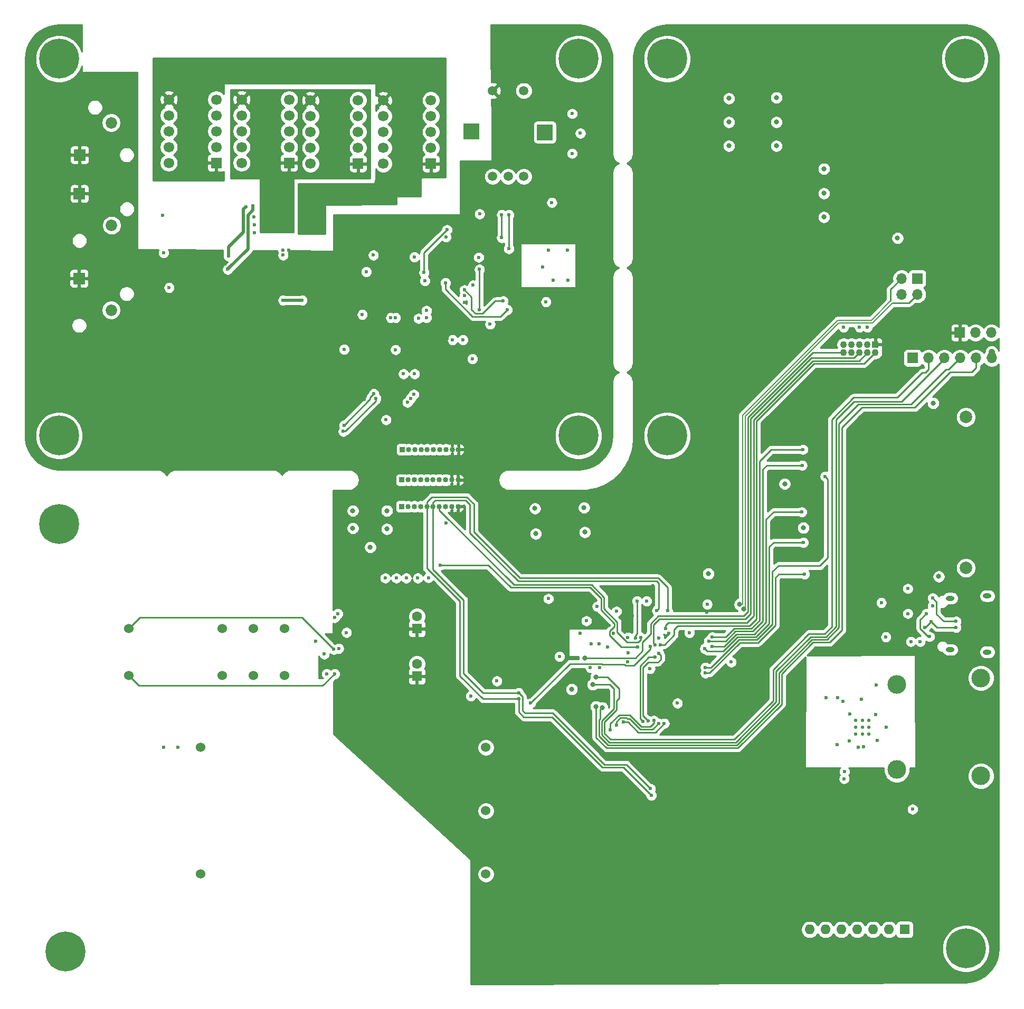
<source format=gbr>
%TF.GenerationSoftware,KiCad,Pcbnew,(5.1.7)-1*%
%TF.CreationDate,2020-10-22T13:49:25-07:00*%
%TF.ProjectId,ReflowOven,5265666c-6f77-44f7-9665-6e2e6b696361,rev?*%
%TF.SameCoordinates,Original*%
%TF.FileFunction,Copper,L4,Bot*%
%TF.FilePolarity,Positive*%
%FSLAX46Y46*%
G04 Gerber Fmt 4.6, Leading zero omitted, Abs format (unit mm)*
G04 Created by KiCad (PCBNEW (5.1.7)-1) date 2020-10-22 13:49:25*
%MOMM*%
%LPD*%
G01*
G04 APERTURE LIST*
%TA.AperFunction,ComponentPad*%
%ADD10R,1.850000X1.850000*%
%TD*%
%TA.AperFunction,ComponentPad*%
%ADD11C,1.850000*%
%TD*%
%TA.AperFunction,ComponentPad*%
%ADD12R,1.100000X1.100000*%
%TD*%
%TA.AperFunction,ComponentPad*%
%ADD13C,1.100000*%
%TD*%
%TA.AperFunction,ComponentPad*%
%ADD14C,3.000000*%
%TD*%
%TA.AperFunction,ComponentPad*%
%ADD15C,1.700000*%
%TD*%
%TA.AperFunction,ComponentPad*%
%ADD16R,1.700000X1.700000*%
%TD*%
%TA.AperFunction,ComponentPad*%
%ADD17C,1.524000*%
%TD*%
%TA.AperFunction,ComponentPad*%
%ADD18O,1.700000X1.700000*%
%TD*%
%TA.AperFunction,ComponentPad*%
%ADD19O,0.850000X0.850000*%
%TD*%
%TA.AperFunction,ComponentPad*%
%ADD20R,0.850000X0.850000*%
%TD*%
%TA.AperFunction,ComponentPad*%
%ADD21C,2.000000*%
%TD*%
%TA.AperFunction,ComponentPad*%
%ADD22C,0.800000*%
%TD*%
%TA.AperFunction,ComponentPad*%
%ADD23C,6.400000*%
%TD*%
%TA.AperFunction,ComponentPad*%
%ADD24C,0.541666*%
%TD*%
%TA.AperFunction,ComponentPad*%
%ADD25R,2.500000X2.500000*%
%TD*%
%TA.AperFunction,ComponentPad*%
%ADD26C,1.498600*%
%TD*%
%TA.AperFunction,ComponentPad*%
%ADD27O,1.600000X1.600000*%
%TD*%
%TA.AperFunction,ComponentPad*%
%ADD28R,1.600000X1.600000*%
%TD*%
%TA.AperFunction,ComponentPad*%
%ADD29O,1.400000X0.800000*%
%TD*%
%TA.AperFunction,ComponentPad*%
%ADD30C,1.600000*%
%TD*%
%TA.AperFunction,ViaPad*%
%ADD31C,0.800000*%
%TD*%
%TA.AperFunction,ViaPad*%
%ADD32C,0.600000*%
%TD*%
%TA.AperFunction,Conductor*%
%ADD33C,0.250000*%
%TD*%
%TA.AperFunction,Conductor*%
%ADD34C,1.000000*%
%TD*%
%TA.AperFunction,Conductor*%
%ADD35C,0.500000*%
%TD*%
%TA.AperFunction,Conductor*%
%ADD36C,0.200000*%
%TD*%
%TA.AperFunction,Conductor*%
%ADD37C,0.254000*%
%TD*%
%TA.AperFunction,Conductor*%
%ADD38C,0.100000*%
%TD*%
G04 APERTURE END LIST*
D10*
%TO.P,SW403,1*%
%TO.N,+3V3*%
X26577323Y-66984819D03*
D11*
%TO.P,SW403,2*%
%TO.N,/HumanInterface/SW1*%
X31737323Y-72064819D03*
%TD*%
D10*
%TO.P,SW402,1*%
%TO.N,+3V3*%
X26630000Y-53380000D03*
D11*
%TO.P,SW402,2*%
%TO.N,/HumanInterface/SW2*%
X31790000Y-58460000D03*
%TD*%
D10*
%TO.P,SW401,1*%
%TO.N,+3V3*%
X26657323Y-47161766D03*
D11*
%TO.P,SW401,2*%
%TO.N,/HumanInterface/SW3*%
X31737323Y-42001766D03*
%TD*%
D12*
%TO.P,J201,1*%
%TO.N,+3V3*%
X154305000Y-77597000D03*
D13*
%TO.P,J201,2*%
%TO.N,/Microcontroller/SWDIO*%
X154305000Y-78867000D03*
%TO.P,J201,3*%
%TO.N,GND*%
X153035000Y-77597000D03*
%TO.P,J201,4*%
%TO.N,/Microcontroller/SWDCLK*%
X153035000Y-78867000D03*
%TO.P,J201,5*%
%TO.N,GND*%
X151765000Y-77597000D03*
%TO.P,J201,6*%
%TO.N,/Microcontroller/TRACESWO*%
X151765000Y-78867000D03*
%TO.P,J201,7*%
%TO.N,Net-(J201-Pad7)*%
X150495000Y-77597000D03*
%TO.P,J201,8*%
%TO.N,Net-(J201-Pad8)*%
X150495000Y-78867000D03*
%TO.P,J201,9*%
%TO.N,GND*%
X149225000Y-77597000D03*
%TO.P,J201,10*%
%TO.N,/Microcontroller/~RST*%
X149225000Y-78867000D03*
%TD*%
D14*
%TO.P,J601,*%
%TO.N,*%
X171234000Y-131096000D03*
X171234000Y-146796000D03*
%TO.P,J601,2*%
%TO.N,Net-(J601-Pad2)*%
X157734000Y-132096000D03*
%TO.P,J601,1*%
%TO.N,Net-(J601-Pad1)*%
X157734000Y-145796000D03*
%TD*%
D15*
%TO.P,SEG304,7*%
%TO.N,/Display/SEG15*%
X75374000Y-40941000D03*
%TO.P,SEG304,6*%
%TO.N,/Display/COM1*%
X75374000Y-38401000D03*
%TO.P,SEG304,4*%
%TO.N,/Display/SEG12*%
X82994000Y-40941000D03*
%TO.P,SEG304,3*%
%TO.N,/Display/SEG14*%
X82994000Y-43481000D03*
%TO.P,SEG304,9*%
%TO.N,/Display/SEG9*%
X75374000Y-46021000D03*
%TO.P,SEG304,5*%
%TO.N,/Display/SEG11*%
X82994000Y-38401000D03*
%TO.P,SEG304,2*%
%TO.N,/Display/SEG13*%
X82994000Y-46021000D03*
%TO.P,SEG304,8*%
%TO.N,/Display/SEG10*%
X75374000Y-43481000D03*
%TO.P,SEG304,10*%
%TO.N,/Display/SEG8*%
X75374000Y-48561000D03*
D16*
%TO.P,SEG304,1*%
%TO.N,/Display/COM1*%
X82994000Y-48561000D03*
%TD*%
D15*
%TO.P,SEG302,7*%
%TO.N,/Display/SEG7*%
X52641000Y-40814000D03*
%TO.P,SEG302,6*%
%TO.N,/Display/COM0*%
X52641000Y-38274000D03*
%TO.P,SEG302,4*%
%TO.N,/Display/SEG4*%
X60261000Y-40814000D03*
%TO.P,SEG302,3*%
%TO.N,/Display/SEG6*%
X60261000Y-43354000D03*
%TO.P,SEG302,9*%
%TO.N,/Display/SEG1*%
X52641000Y-45894000D03*
%TO.P,SEG302,5*%
%TO.N,/Display/SEG3*%
X60261000Y-38274000D03*
%TO.P,SEG302,2*%
%TO.N,/Display/SEG5*%
X60261000Y-45894000D03*
%TO.P,SEG302,8*%
%TO.N,/Display/SEG2*%
X52641000Y-43354000D03*
%TO.P,SEG302,10*%
%TO.N,/Display/SEG0*%
X52641000Y-48434000D03*
D16*
%TO.P,SEG302,1*%
%TO.N,/Display/COM0*%
X60261000Y-48434000D03*
%TD*%
D15*
%TO.P,SEG301,7*%
%TO.N,/Display/SEG15*%
X63690000Y-40941000D03*
%TO.P,SEG301,6*%
%TO.N,/Display/COM0*%
X63690000Y-38401000D03*
%TO.P,SEG301,4*%
%TO.N,/Display/SEG12*%
X71310000Y-40941000D03*
%TO.P,SEG301,3*%
%TO.N,/Display/SEG14*%
X71310000Y-43481000D03*
%TO.P,SEG301,9*%
%TO.N,/Display/SEG9*%
X63690000Y-46021000D03*
%TO.P,SEG301,5*%
%TO.N,/Display/SEG11*%
X71310000Y-38401000D03*
%TO.P,SEG301,2*%
%TO.N,/Display/SEG13*%
X71310000Y-46021000D03*
%TO.P,SEG301,8*%
%TO.N,/Display/SEG10*%
X63690000Y-43481000D03*
%TO.P,SEG301,10*%
%TO.N,/Display/SEG8*%
X63690000Y-48561000D03*
D16*
%TO.P,SEG301,1*%
%TO.N,/Display/COM0*%
X71310000Y-48561000D03*
%TD*%
D15*
%TO.P,SEG303,7*%
%TO.N,/Display/SEG7*%
X40957000Y-40814000D03*
%TO.P,SEG303,6*%
%TO.N,/Display/COM1*%
X40957000Y-38274000D03*
%TO.P,SEG303,4*%
%TO.N,/Display/SEG4*%
X48577000Y-40814000D03*
%TO.P,SEG303,3*%
%TO.N,/Display/SEG6*%
X48577000Y-43354000D03*
%TO.P,SEG303,9*%
%TO.N,/Display/SEG1*%
X40957000Y-45894000D03*
%TO.P,SEG303,5*%
%TO.N,/Display/SEG3*%
X48577000Y-38274000D03*
%TO.P,SEG303,2*%
%TO.N,/Display/SEG5*%
X48577000Y-45894000D03*
%TO.P,SEG303,8*%
%TO.N,/Display/SEG2*%
X40957000Y-43354000D03*
%TO.P,SEG303,10*%
%TO.N,/Display/SEG0*%
X40957000Y-48434000D03*
D16*
%TO.P,SEG303,1*%
%TO.N,/Display/COM1*%
X48577000Y-48434000D03*
%TD*%
D17*
%TO.P,K501,5*%
%TO.N,/MainsPower/LN_OUT*%
X59544000Y-130690000D03*
%TO.P,K501,4*%
X59544000Y-123190000D03*
%TO.P,K501,6*%
%TO.N,Net-(F502-Pad1)*%
X54544000Y-130690000D03*
%TO.P,K501,3*%
X54544000Y-123190000D03*
%TO.P,K501,2*%
%TO.N,Net-(K501-Pad2)*%
X49544000Y-123190000D03*
%TO.P,K501,7*%
%TO.N,Net-(K501-Pad7)*%
X49544000Y-130690000D03*
%TO.P,K501,8*%
%TO.N,Net-(K501-Pad8)*%
X34544000Y-130690000D03*
%TO.P,K501,1*%
%TO.N,Net-(K501-Pad1)*%
X34544000Y-123190000D03*
%TD*%
%TO.P,P501,5*%
%TO.N,/MainsPower/3V3_REG_OUT*%
X91821000Y-142240000D03*
%TO.P,P501,4*%
%TO.N,GND*%
X91821000Y-152400000D03*
%TO.P,P501,3*%
%TO.N,Net-(P501-Pad3)*%
X91821000Y-162560000D03*
%TO.P,P501,2*%
%TO.N,Net-(F501-Pad1)*%
X46101000Y-162560000D03*
%TO.P,P501,1*%
%TO.N,/MainsPower/VACN*%
X46101000Y-142240000D03*
%TD*%
D18*
%TO.P,J703,6*%
%TO.N,Net-(J701-Pad2)*%
X172974000Y-79756000D03*
%TO.P,J703,5*%
%TO.N,/Communication/UART_TX*%
X170434000Y-79756000D03*
%TO.P,J703,4*%
%TO.N,/Communication/UART_RX*%
X167894000Y-79756000D03*
%TO.P,J703,3*%
%TO.N,/Communication/UART_RTS*%
X165354000Y-79756000D03*
%TO.P,J703,2*%
%TO.N,/Communication/UART_CTS*%
X162814000Y-79756000D03*
D16*
%TO.P,J703,1*%
%TO.N,GND*%
X160274000Y-79756000D03*
%TD*%
D18*
%TO.P,J701,3*%
%TO.N,Net-(J701-Pad3)*%
X172910500Y-75692000D03*
%TO.P,J701,2*%
%TO.N,Net-(J701-Pad2)*%
X170370500Y-75692000D03*
D16*
%TO.P,J701,1*%
%TO.N,+3V3*%
X167830500Y-75692000D03*
%TD*%
D18*
%TO.P,J702,4*%
%TO.N,+3V3*%
X158496000Y-69532500D03*
%TO.P,J702,3*%
%TO.N,/Communication/CAN+*%
X158496000Y-66992500D03*
%TO.P,J702,2*%
%TO.N,/Communication/CAN-*%
X161036000Y-69532500D03*
D16*
%TO.P,J702,1*%
%TO.N,GND*%
X161036000Y-66992500D03*
%TD*%
D19*
%TO.P,REF\u002A\u002A,10*%
%TO.N,+3V3*%
X87359000Y-103568500D03*
%TO.P,REF\u002A\u002A,9*%
X86359000Y-103568500D03*
%TO.P,REF\u002A\u002A,8*%
%TO.N,GND*%
X85359000Y-103568500D03*
%TO.P,REF\u002A\u002A,7*%
%TO.N,/HumanInterface/SW_BTN*%
X84359000Y-103568500D03*
%TO.P,REF\u002A\u002A,6*%
%TO.N,/Display/I2C_SCL*%
X83359000Y-103568500D03*
%TO.P,REF\u002A\u002A,5*%
%TO.N,/Display/I2C_SDA*%
X82359000Y-103568500D03*
%TO.P,REF\u002A\u002A,4*%
%TO.N,/HumanInterface/SW3*%
X81359000Y-103568500D03*
%TO.P,REF\u002A\u002A,3*%
%TO.N,/HumanInterface/SW2*%
X80359000Y-103568500D03*
%TO.P,REF\u002A\u002A,2*%
%TO.N,/HumanInterface/SW1*%
X79359000Y-103568500D03*
D20*
%TO.P,REF\u002A\u002A,1*%
%TO.N,GND*%
X78359000Y-103568500D03*
%TD*%
D19*
%TO.P,REF\u002A\u002A,10*%
%TO.N,+3V3*%
X87422500Y-94424500D03*
%TO.P,REF\u002A\u002A,9*%
X86422500Y-94424500D03*
%TO.P,REF\u002A\u002A,8*%
%TO.N,GND*%
X85422500Y-94424500D03*
%TO.P,REF\u002A\u002A,7*%
%TO.N,/HumanInterface/SW_BTN*%
X84422500Y-94424500D03*
%TO.P,REF\u002A\u002A,6*%
%TO.N,/Display/I2C_SCL*%
X83422500Y-94424500D03*
%TO.P,REF\u002A\u002A,5*%
%TO.N,/Display/I2C_SDA*%
X82422500Y-94424500D03*
%TO.P,REF\u002A\u002A,4*%
%TO.N,/HumanInterface/SW3*%
X81422500Y-94424500D03*
%TO.P,REF\u002A\u002A,3*%
%TO.N,/HumanInterface/SW2*%
X80422500Y-94424500D03*
%TO.P,REF\u002A\u002A,2*%
%TO.N,/HumanInterface/SW1*%
X79422500Y-94424500D03*
D20*
%TO.P,REF\u002A\u002A,1*%
%TO.N,GND*%
X78422500Y-94424500D03*
%TD*%
D19*
%TO.P,REF\u002A\u002A,10*%
%TO.N,+3V3*%
X87359000Y-99314000D03*
%TO.P,REF\u002A\u002A,9*%
X86359000Y-99314000D03*
%TO.P,REF\u002A\u002A,8*%
%TO.N,GND*%
X85359000Y-99314000D03*
%TO.P,REF\u002A\u002A,7*%
%TO.N,/HumanInterface/SW_BTN*%
X84359000Y-99314000D03*
%TO.P,REF\u002A\u002A,6*%
%TO.N,/Display/I2C_SCL*%
X83359000Y-99314000D03*
%TO.P,REF\u002A\u002A,5*%
%TO.N,/Display/I2C_SDA*%
X82359000Y-99314000D03*
%TO.P,REF\u002A\u002A,4*%
%TO.N,/HumanInterface/SW3*%
X81359000Y-99314000D03*
%TO.P,REF\u002A\u002A,3*%
%TO.N,/HumanInterface/SW2*%
X80359000Y-99314000D03*
%TO.P,REF\u002A\u002A,2*%
%TO.N,/HumanInterface/SW1*%
X79359000Y-99314000D03*
D20*
%TO.P,REF\u002A\u002A,1*%
%TO.N,GND*%
X78359000Y-99314000D03*
%TD*%
D21*
%TO.P,U409,*%
%TO.N,*%
X168826000Y-113423000D03*
X168826000Y-89223000D03*
%TD*%
D22*
%TO.P,REF\u002A\u002A,1*%
%TO.N,N/C*%
X122601056Y-90504944D03*
X120904000Y-89802000D03*
X119206944Y-90504944D03*
X118504000Y-92202000D03*
X119206944Y-93899056D03*
X120904000Y-94602000D03*
X122601056Y-93899056D03*
X123304000Y-92202000D03*
D23*
X120904000Y-92202000D03*
%TD*%
D22*
%TO.P,REF\u002A\u002A,1*%
%TO.N,N/C*%
X25065056Y-104728944D03*
X23368000Y-104026000D03*
X21670944Y-104728944D03*
X20968000Y-106426000D03*
X21670944Y-108123056D03*
X23368000Y-108826000D03*
X25065056Y-108123056D03*
X25768000Y-106426000D03*
D23*
X23368000Y-106426000D03*
%TD*%
D22*
%TO.P,REF\u002A\u002A,1*%
%TO.N,N/C*%
X26081056Y-173308944D03*
X24384000Y-172606000D03*
X22686944Y-173308944D03*
X21984000Y-175006000D03*
X22686944Y-176703056D03*
X24384000Y-177406000D03*
X26081056Y-176703056D03*
X26784000Y-175006000D03*
D23*
X24384000Y-175006000D03*
%TD*%
D22*
%TO.P,REF\u002A\u002A,1*%
%TO.N,N/C*%
X170526112Y-172800944D03*
X168829056Y-172098000D03*
X167132000Y-172800944D03*
X166429056Y-174498000D03*
X167132000Y-176195056D03*
X168829056Y-176898000D03*
X170526112Y-176195056D03*
X171229056Y-174498000D03*
D23*
X168829056Y-174498000D03*
%TD*%
D22*
%TO.P,REF\u002A\u002A,1*%
%TO.N,N/C*%
X170353056Y-30052944D03*
X168656000Y-29350000D03*
X166958944Y-30052944D03*
X166256000Y-31750000D03*
X166958944Y-33447056D03*
X168656000Y-34150000D03*
X170353056Y-33447056D03*
X171056000Y-31750000D03*
D23*
X168656000Y-31750000D03*
%TD*%
D22*
%TO.P,REF\u002A\u002A,1*%
%TO.N,N/C*%
X122601056Y-30052944D03*
X120904000Y-29350000D03*
X119206944Y-30052944D03*
X118504000Y-31750000D03*
X119206944Y-33447056D03*
X120904000Y-34150000D03*
X122601056Y-33447056D03*
X123304000Y-31750000D03*
D23*
X120904000Y-31750000D03*
%TD*%
D22*
%TO.P,REF\u002A\u002A,1*%
%TO.N,N/C*%
X25065056Y-90504944D03*
X23368000Y-89802000D03*
X21670944Y-90504944D03*
X20968000Y-92202000D03*
X21670944Y-93899056D03*
X23368000Y-94602000D03*
X25065056Y-93899056D03*
X25768000Y-92202000D03*
D23*
X23368000Y-92202000D03*
%TD*%
D22*
%TO.P,REF\u002A\u002A,1*%
%TO.N,N/C*%
X104982944Y-90504944D03*
X104280000Y-92202000D03*
X104982944Y-93899056D03*
X106680000Y-94602000D03*
X108377056Y-93899056D03*
X109080000Y-92202000D03*
X108377056Y-90504944D03*
X106680000Y-89802000D03*
D23*
X106680000Y-92202000D03*
%TD*%
D22*
%TO.P,REF\u002A\u002A,1*%
%TO.N,N/C*%
X108377056Y-30052944D03*
X106680000Y-29350000D03*
X104982944Y-30052944D03*
X104280000Y-31750000D03*
X104982944Y-33447056D03*
X106680000Y-34150000D03*
X108377056Y-33447056D03*
X109080000Y-31750000D03*
D23*
X106680000Y-31750000D03*
%TD*%
D22*
%TO.P,REF\u002A\u002A,1*%
%TO.N,N/C*%
X25065056Y-30052944D03*
X23368000Y-29350000D03*
X21670944Y-30052944D03*
X20968000Y-31750000D03*
X21670944Y-33447056D03*
X23368000Y-34150000D03*
X25065056Y-33447056D03*
X25768000Y-31750000D03*
D23*
X23368000Y-31750000D03*
%TD*%
D24*
%TO.P,U601,21*%
%TO.N,N/C*%
X151130000Y-137922000D03*
X151130000Y-139005333D03*
X151130000Y-140088666D03*
X152213333Y-137922000D03*
X152213333Y-139005333D03*
X152213333Y-140088666D03*
X153296666Y-137922000D03*
X153296666Y-139005333D03*
X153296666Y-140088666D03*
%TD*%
D25*
%TO.P,SW404,6*%
%TO.N,N/C*%
X89498892Y-43427304D03*
D26*
%TO.P,SW404,S1*%
%TO.N,+3V3*%
X92898892Y-36865304D03*
%TO.P,SW404,S2*%
%TO.N,/HumanInterface/SW_BTN*%
X97898892Y-36865304D03*
%TO.P,SW404,A*%
%TO.N,/HumanInterface/CHANA*%
X92898892Y-50615304D03*
%TO.P,SW404,C*%
%TO.N,GND*%
X95398892Y-50615304D03*
%TO.P,SW404,B*%
%TO.N,/HumanInterface/CHANB*%
X97898892Y-50615304D03*
D25*
%TO.P,SW404,7*%
%TO.N,N/C*%
X101298892Y-43527304D03*
%TD*%
D27*
%TO.P,RN201,7*%
%TO.N,Net-(D201-Pad1)*%
X143764000Y-171450000D03*
%TO.P,RN201,6*%
%TO.N,Net-(D202-Pad1)*%
X146304000Y-171450000D03*
%TO.P,RN201,5*%
%TO.N,Net-(D203-Pad1)*%
X148844000Y-171450000D03*
%TO.P,RN201,4*%
%TO.N,Net-(D204-Pad1)*%
X151384000Y-171450000D03*
%TO.P,RN201,3*%
%TO.N,Net-(D205-Pad1)*%
X153924000Y-171450000D03*
%TO.P,RN201,2*%
%TO.N,Net-(D206-Pad1)*%
X156464000Y-171450000D03*
D28*
%TO.P,RN201,1*%
%TO.N,GND*%
X159004000Y-171450000D03*
%TD*%
D29*
%TO.P,J704,S1*%
%TO.N,Net-(FB701-Pad2)*%
X172258000Y-126918000D03*
X172258000Y-117938000D03*
X166308000Y-118298000D03*
X166308000Y-126558000D03*
%TD*%
D30*
%TO.P,C518,2*%
%TO.N,GND*%
X80772000Y-128810000D03*
D28*
%TO.P,C518,1*%
%TO.N,+3V3*%
X80772000Y-130810000D03*
%TD*%
D30*
%TO.P,C517,2*%
%TO.N,GND*%
X80772000Y-121190000D03*
D28*
%TO.P,C517,1*%
%TO.N,+3V3*%
X80772000Y-123190000D03*
%TD*%
D31*
%TO.N,GND*%
X146050000Y-57150000D03*
X146050000Y-53340000D03*
X146050000Y-49403000D03*
D32*
X114604800Y-124561600D03*
X108712000Y-125603000D03*
X109982000Y-125603000D03*
X111379000Y-126111000D03*
X101854000Y-118364000D03*
X112776000Y-120396000D03*
X108585000Y-129413000D03*
X103632000Y-127635000D03*
X117602000Y-118745000D03*
X107950000Y-121920000D03*
X149098000Y-134874000D03*
X156019500Y-139001500D03*
X154368500Y-136969500D03*
X154432000Y-132207000D03*
X150177500Y-136842500D03*
X148209000Y-141795500D03*
X148272500Y-134239000D03*
X146431000Y-134239000D03*
X150114000Y-141160500D03*
X151574500Y-142176500D03*
X152400000Y-142113000D03*
X149352000Y-146113500D03*
X149288500Y-147256500D03*
X152082500Y-134493000D03*
X160274000Y-152146000D03*
X124460000Y-123825000D03*
X156000000Y-124500000D03*
X155250000Y-119000000D03*
X160000000Y-125250000D03*
X163500000Y-119500000D03*
X161500000Y-125250000D03*
X159500000Y-120750000D03*
X159500000Y-116750000D03*
X119570500Y-124650500D03*
X114655600Y-127050800D03*
X118160800Y-129590800D03*
X90830400Y-56642000D03*
X90678000Y-63601600D03*
X80365600Y-63550800D03*
X102412800Y-54813200D03*
X105664000Y-40538400D03*
X105664000Y-46939200D03*
X106984800Y-43688000D03*
X92506800Y-74320400D03*
X82042000Y-67360800D03*
X59309000Y-62484000D03*
X59309000Y-63246000D03*
X54610000Y-57150000D03*
X40005000Y-56896000D03*
X40132000Y-62865000D03*
X41021000Y-68453000D03*
X101854000Y-62484000D03*
X102616000Y-67310000D03*
X101473000Y-70739000D03*
X104902000Y-62484000D03*
X105029000Y-67310000D03*
X88392000Y-69723000D03*
X88138000Y-76835000D03*
X86487000Y-76835000D03*
X72009000Y-72771000D03*
X69088000Y-78359000D03*
X75819000Y-89662000D03*
X79756000Y-86233000D03*
X80264000Y-85598000D03*
X80391000Y-82296000D03*
X77343000Y-73279000D03*
X76581000Y-73279000D03*
X82296000Y-73279000D03*
X81026000Y-73406000D03*
X82296000Y-72136000D03*
X77343000Y-78408011D03*
X89662000Y-79883000D03*
X78613000Y-82296000D03*
X89789000Y-68072000D03*
X153035000Y-74803000D03*
X151765000Y-74803000D03*
X149225000Y-74803000D03*
X89408000Y-133985000D03*
X93599000Y-131572000D03*
X68226117Y-126360481D03*
X66294000Y-130429000D03*
X65913000Y-127254000D03*
X67564000Y-121412000D03*
X68072000Y-120777000D03*
X69469000Y-123786997D03*
D31*
X105600500Y-132905500D03*
X127508000Y-114363500D03*
X139763500Y-99949000D03*
X142748000Y-106997500D03*
D32*
X122555000Y-135128000D03*
X131191000Y-128524000D03*
X109674490Y-119608248D03*
X82613500Y-114998500D03*
X80899000Y-115062000D03*
X79057500Y-115062000D03*
X77470000Y-115062000D03*
X75692000Y-115062000D03*
X127330991Y-119253000D03*
X85407500Y-106235500D03*
X154622500Y-141097000D03*
D31*
X157861000Y-60515500D03*
D32*
X79248000Y-86868000D03*
D31*
X70485000Y-104267000D03*
X70485000Y-107061000D03*
X73279000Y-110109000D03*
X75946000Y-107188000D03*
X75946000Y-104267000D03*
X99695000Y-103886000D03*
X107569000Y-103759000D03*
X107696000Y-107696000D03*
X99822000Y-107950000D03*
X130810000Y-38100000D03*
X130810000Y-41910000D03*
X130810000Y-45720000D03*
X138430000Y-37973000D03*
X138430000Y-41910000D03*
X138430000Y-45720000D03*
X163576000Y-86995000D03*
X164465000Y-114808000D03*
%TO.N,+3V3*%
X146050000Y-45720000D03*
X146050000Y-41910000D03*
X146050000Y-37973000D03*
X130810000Y-53467000D03*
X138430000Y-49530000D03*
X130810000Y-57277000D03*
X130810000Y-49657000D03*
X138430000Y-57277000D03*
X138430000Y-53467000D03*
D32*
X112268000Y-123952000D03*
X110109000Y-129413000D03*
X100076000Y-127508000D03*
X127254000Y-120523000D03*
X106934000Y-123952000D03*
X111633000Y-122682000D03*
X106299000Y-119634000D03*
X144780000Y-147828000D03*
X144780000Y-145796000D03*
X144780000Y-146812000D03*
X148844000Y-152400000D03*
X121158000Y-123952000D03*
X124460000Y-125095000D03*
X119500000Y-130000000D03*
X76352400Y-133604000D03*
X77724000Y-133604000D03*
X79146400Y-133604000D03*
X80619600Y-133604000D03*
X82245200Y-133604000D03*
X76301600Y-131876800D03*
X77673200Y-131826000D03*
X77673200Y-128320800D03*
X76200000Y-128270000D03*
X83464400Y-128168400D03*
X85344000Y-128168400D03*
X85394800Y-129844800D03*
X83413600Y-129844800D03*
X90830400Y-54610000D03*
X87934800Y-51968400D03*
X97891600Y-54508400D03*
X100380800Y-54406800D03*
X102412800Y-53238400D03*
X104089200Y-40538400D03*
X83616800Y-124104400D03*
X85344000Y-124002800D03*
X83616800Y-122072400D03*
X85496400Y-122072400D03*
X83566000Y-120243600D03*
X85598000Y-120142000D03*
X78181200Y-123850400D03*
X76200000Y-123748800D03*
X76250800Y-120599200D03*
X78536800Y-120548400D03*
X60198000Y-62484000D03*
X54737000Y-59690000D03*
X54737000Y-58420000D03*
X59182000Y-65278000D03*
X101473000Y-69088000D03*
X100965000Y-65151000D03*
X95504000Y-65405000D03*
X88392000Y-70866000D03*
X89535000Y-74295000D03*
X85598000Y-76708000D03*
X79248000Y-76708000D03*
X74803000Y-76708000D03*
X68834000Y-76708000D03*
X72345226Y-86409890D03*
X74168000Y-89535000D03*
X86741000Y-64643000D03*
X89535000Y-64389000D03*
X79629000Y-71120000D03*
X69596000Y-129540000D03*
X64516000Y-125222000D03*
X70612000Y-123825000D03*
X72009000Y-120904000D03*
X70739000Y-125857000D03*
D31*
X107251500Y-132778500D03*
X155194000Y-74826000D03*
D32*
X114533579Y-128482260D03*
D31*
X139890500Y-102298500D03*
D32*
X124460000Y-135128000D03*
X131318000Y-133604000D03*
X115062441Y-119112400D03*
X121959514Y-117312178D03*
X115299552Y-121141552D03*
X118627990Y-116302801D03*
%TO.N,/HumanInterface/SW3*%
X120446800Y-138379200D03*
X113855500Y-138176000D03*
%TO.N,/HumanInterface/SW2*%
X119532400Y-138379200D03*
X112776000Y-138620500D03*
%TO.N,/HumanInterface/SW1*%
X118770400Y-137922000D03*
X111760000Y-139446000D03*
%TO.N,/HumanInterface/SW_BTN*%
X116663806Y-124596831D03*
%TO.N,/Microcontroller/DLED4*%
X118973600Y-127762000D03*
X116992400Y-138074400D03*
%TO.N,/Microcontroller/DLED5*%
X119583200Y-127152400D03*
X117856000Y-137972800D03*
%TO.N,/HumanInterface/SD_WR_PROT*%
X127050800Y-130302000D03*
X142938500Y-114427000D03*
%TO.N,/HumanInterface/SD_DET*%
X127050800Y-129387600D03*
X146240500Y-98742500D03*
%TO.N,/HumanInterface/SPI_MISO*%
X126936500Y-126365000D03*
X142748000Y-109347000D03*
%TO.N,/HumanInterface/SPI_SCK*%
X128143000Y-126047500D03*
X142494000Y-104457500D03*
%TO.N,/HumanInterface/SPI_MOSI*%
X127571500Y-125158500D03*
X142557500Y-96964500D03*
%TO.N,/HumanInterface/SPI_NSS*%
X128143000Y-124523500D03*
X142684500Y-94424500D03*
D31*
%TO.N,/Communication/UART_TX*%
X109499882Y-135668916D03*
%TO.N,/Communication/UART_RX*%
X110490000Y-135826500D03*
%TO.N,/Communication/UART_RTS*%
X108966000Y-132143500D03*
%TO.N,/Communication/UART_CTS*%
X109474000Y-130937000D03*
D32*
%TO.N,Net-(J704-PadA7)*%
X162250000Y-123000000D03*
X163250000Y-122077999D03*
X167250000Y-123000000D03*
%TO.N,Net-(J704-PadB5)*%
X163500000Y-118250000D03*
X167250000Y-122000000D03*
%TO.N,Net-(J704-PadA5)*%
X163000000Y-124449997D03*
X162500000Y-120750000D03*
%TO.N,Net-(K501-Pad8)*%
X67564000Y-130429000D03*
%TO.N,Net-(K501-Pad1)*%
X67437000Y-126492000D03*
%TO.N,/MainsPower/VACN*%
X40132000Y-142240000D03*
X42418000Y-142240000D03*
D31*
%TO.N,/Microcontroller/~RST*%
X107727750Y-127857250D03*
D32*
%TO.N,/Microcontroller/BOOT0*%
X116078000Y-118745000D03*
X115824000Y-124714000D03*
%TO.N,/Display/I2C_SCL*%
X69088000Y-90551000D03*
X73859813Y-85480143D03*
X97091500Y-133477000D03*
X118237000Y-148844000D03*
X119253000Y-120269000D03*
%TO.N,/Display/I2C_SDA*%
X74194000Y-86207000D03*
X68965179Y-91526190D03*
X97101490Y-134441821D03*
X118364000Y-149923500D03*
X120967500Y-120269000D03*
%TO.N,/Display/SEG3*%
X53340000Y-55499000D03*
X50546000Y-63373000D03*
%TO.N,/Display/SEG4*%
X54483000Y-55372000D03*
X50419000Y-65532000D03*
%TO.N,/Display/SEG7*%
X62357000Y-70485000D03*
X59309000Y-70485000D03*
%TO.N,/Display/SEG8*%
X72644000Y-65913000D03*
%TO.N,/Display/SEG9*%
X73787000Y-63246000D03*
%TO.N,/HumanInterface/CHANB*%
X95504000Y-56769000D03*
X95504000Y-62230000D03*
%TO.N,/HumanInterface/CHANA*%
X85430190Y-60334990D03*
X94361000Y-56769000D03*
X94361000Y-60452000D03*
%TO.N,/MainsPower/RELAY_SET*%
X116173336Y-126147803D03*
X84518500Y-112966500D03*
%TO.N,/MainsPower/CURRENT_ALRT*%
X98996500Y-135128000D03*
X118223712Y-126048125D03*
%TO.N,/Microcontroller/TRACESWO*%
X118988453Y-125813198D03*
%TO.N,/Microcontroller/SWDIO*%
X119787171Y-125767726D03*
%TO.N,/Display/COM1*%
X62484000Y-56134000D03*
X62484000Y-57658000D03*
X62484000Y-59055000D03*
%TO.N,/Display/COM0*%
X59944000Y-56388000D03*
X59944000Y-57785000D03*
X59944000Y-59182000D03*
%TO.N,/HumanInterface/CNT_UP*%
X90805000Y-72009000D03*
X90805000Y-65532000D03*
%TO.N,Net-(U405-Pad7)*%
X94615000Y-70612000D03*
X88392000Y-68834000D03*
%TO.N,Net-(U405-Pad2)*%
X85598000Y-59182000D03*
X81915000Y-66040000D03*
%TO.N,Net-(U405-Pad3)*%
X85344000Y-67691000D03*
X95250000Y-72009000D03*
%TO.N,/Microcontroller/SWDCLK*%
X120650000Y-123190000D03*
D31*
%TO.N,/Communication/CAN+*%
X132534268Y-119262768D03*
%TO.N,/Communication/CAN-*%
X133147999Y-120054682D03*
%TD*%
D33*
%TO.N,/HumanInterface/SW3*%
X116292220Y-139787220D02*
X119038780Y-139787220D01*
X119038780Y-139787220D02*
X120446800Y-138379200D01*
X113855500Y-138176000D02*
X114681000Y-138176000D01*
X114681000Y-138176000D02*
X116292220Y-139787220D01*
%TO.N,/HumanInterface/SW2*%
X113411000Y-137477500D02*
X112776000Y-138112500D01*
X114363500Y-137477500D02*
X113411000Y-137477500D01*
X118574390Y-139337210D02*
X116604210Y-139337210D01*
X112776000Y-138112500D02*
X112776000Y-138620500D01*
X119532400Y-138379200D02*
X118574390Y-139337210D01*
X114490500Y-137604500D02*
X114363500Y-137477500D01*
X116604210Y-139337210D02*
X114871500Y-137604500D01*
X114871500Y-137604500D02*
X114490500Y-137604500D01*
%TO.N,/HumanInterface/SW1*%
X118770400Y-138346264D02*
X118229464Y-138887200D01*
X118770400Y-137922000D02*
X118770400Y-138346264D01*
X117716300Y-138887200D02*
X117602000Y-138887200D01*
X118229464Y-138887200D02*
X117716300Y-138887200D01*
X116790609Y-138887199D02*
X117716300Y-138887200D01*
X114930899Y-137027489D02*
X116790609Y-138887199D01*
X113224600Y-137027489D02*
X114930899Y-137027489D01*
X111760000Y-139446000D02*
X111760000Y-138430000D01*
X111760000Y-138430000D02*
X113224600Y-137027489D01*
%TO.N,/HumanInterface/SW_BTN*%
X112893001Y-122100501D02*
X112893001Y-123774803D01*
X112893001Y-123774803D02*
X114457199Y-125339001D01*
X84359000Y-103568500D02*
X84359000Y-104169540D01*
X114457199Y-125339001D02*
X116277089Y-125339001D01*
X84359000Y-104169540D02*
X96325449Y-116135989D01*
X116663806Y-124952284D02*
X116663806Y-124596831D01*
X116277089Y-125339001D02*
X116663806Y-124952284D01*
X110749511Y-119957011D02*
X112893001Y-122100501D01*
X110749511Y-118114100D02*
X110749511Y-119957011D01*
X96325449Y-116135989D02*
X108771400Y-116135989D01*
X108771400Y-116135989D02*
X110749511Y-118114100D01*
%TO.N,/Microcontroller/DLED4*%
X118973600Y-127762000D02*
X117957600Y-127762000D01*
X117957600Y-127762000D02*
X116586000Y-129133600D01*
X116586000Y-129133600D02*
X116586000Y-133451600D01*
X116586000Y-133451600D02*
X116586000Y-137312400D01*
X116586000Y-137312400D02*
X116586000Y-137668000D01*
X116586000Y-137668000D02*
X116992400Y-138074400D01*
%TO.N,/Microcontroller/DLED5*%
X119883199Y-127452399D02*
X119883199Y-128122401D01*
X119583200Y-127152400D02*
X119883199Y-127452399D01*
X119883199Y-128122401D02*
X119430800Y-128574800D01*
X119430800Y-128574800D02*
X117906800Y-128574800D01*
X117906800Y-128574800D02*
X117036010Y-129445590D01*
X117036010Y-129445590D02*
X117036010Y-133241210D01*
X117036010Y-133241210D02*
X117036010Y-137152810D01*
X117036010Y-137152810D02*
X117856000Y-137972800D01*
%TO.N,/HumanInterface/SD_WR_PROT*%
X132588000Y-125412500D02*
X127698500Y-130302000D01*
X142938500Y-114427000D02*
X138811000Y-114427000D01*
X138245009Y-114992991D02*
X138245009Y-122677901D01*
X138245009Y-122677901D02*
X135510412Y-125412498D01*
X127698500Y-130302000D02*
X127050800Y-130302000D01*
X138811000Y-114427000D02*
X138245009Y-114992991D01*
X135510412Y-125412498D02*
X132588000Y-125412500D01*
%TO.N,/HumanInterface/SD_DET*%
X127050800Y-129387600D02*
X127976489Y-129387600D01*
X127976489Y-129387600D02*
X132401600Y-124962489D01*
X135324011Y-124962489D02*
X137795000Y-122491500D01*
X132401600Y-124962489D02*
X135324011Y-124962489D01*
X137795000Y-122491500D02*
X137795000Y-114046000D01*
X137795000Y-114046000D02*
X138747500Y-113093500D01*
X138747500Y-113093500D02*
X145415000Y-113093500D01*
X145415000Y-113093500D02*
X146685000Y-111823500D01*
X146685000Y-111823500D02*
X146685000Y-99187000D01*
X146685000Y-99187000D02*
X146240500Y-98742500D01*
%TO.N,/HumanInterface/SPI_MISO*%
X129918178Y-126809500D02*
X127381000Y-126809500D01*
X132215200Y-124512478D02*
X129918178Y-126809500D01*
X135137612Y-124512478D02*
X132215200Y-124512478D01*
X142748000Y-109347000D02*
X137985500Y-109347000D01*
X127381000Y-126809500D02*
X126936500Y-126365000D01*
X137985500Y-109347000D02*
X137287000Y-110045500D01*
X137287000Y-110045500D02*
X137287000Y-122363090D01*
X137287000Y-122363090D02*
X135137612Y-124512478D01*
%TO.N,/HumanInterface/SPI_SCK*%
X136779000Y-105664000D02*
X137985500Y-104457500D01*
X137985500Y-104457500D02*
X142494000Y-104457500D01*
X128143000Y-126047500D02*
X130043767Y-126047500D01*
X136779000Y-122174000D02*
X136779000Y-105664000D01*
X130043767Y-126047500D02*
X132028800Y-124062467D01*
X132028800Y-124062467D02*
X134890533Y-124062467D01*
X134890533Y-124062467D02*
X136779000Y-122174000D01*
%TO.N,/HumanInterface/SPI_MOSI*%
X130296356Y-125158500D02*
X127571500Y-125158500D01*
X131842400Y-123612456D02*
X130296356Y-125158500D01*
X142557500Y-96964500D02*
X136906000Y-96964500D01*
X136271000Y-97599500D02*
X136271000Y-121983500D01*
X136906000Y-96964500D02*
X136271000Y-97599500D01*
X136271000Y-121983500D02*
X134642044Y-123612456D01*
X134642044Y-123612456D02*
X131842400Y-123612456D01*
%TO.N,/HumanInterface/SPI_NSS*%
X137604500Y-94424500D02*
X142684500Y-94424500D01*
X135699500Y-96329500D02*
X137604500Y-94424500D01*
X128143000Y-124523500D02*
X130294945Y-124523500D01*
X131656000Y-123162445D02*
X134393555Y-123162445D01*
X134393555Y-123162445D02*
X135699500Y-121856500D01*
X130294945Y-124523500D02*
X131656000Y-123162445D01*
X135699500Y-121856500D02*
X135699500Y-96329500D01*
D34*
%TO.N,Net-(J701-Pad2)*%
X172974000Y-79756000D02*
X172974000Y-78803500D01*
D33*
%TO.N,/Communication/UART_TX*%
X170434000Y-81343500D02*
X170434000Y-79756000D01*
X160655000Y-87693500D02*
X166306500Y-82042000D01*
X152146000Y-87693500D02*
X160655000Y-87693500D01*
X166306500Y-82042000D02*
X169735500Y-82042000D01*
X109520972Y-140635972D02*
X111205028Y-142320028D01*
X148918520Y-123432980D02*
X148918520Y-90920980D01*
X132258203Y-142320027D02*
X139272030Y-135306200D01*
X109499882Y-135668916D02*
X109520972Y-135690006D01*
X111205028Y-142320028D02*
X132258203Y-142320027D01*
X169735500Y-82042000D02*
X170434000Y-81343500D01*
X109520972Y-135690006D02*
X109520972Y-140635972D01*
X139272030Y-135306200D02*
X139272030Y-130415290D01*
X139272030Y-130415290D02*
X144321793Y-125365527D01*
X146985973Y-125365527D02*
X148918520Y-123432980D01*
X144321793Y-125365527D02*
X146985973Y-125365527D01*
X148918520Y-90920980D02*
X152146000Y-87693500D01*
%TO.N,/Communication/UART_RX*%
X166052500Y-81597500D02*
X167894000Y-79756000D01*
X160014491Y-87191009D02*
X165608000Y-81597500D01*
X151568990Y-87191010D02*
X160014491Y-87191009D01*
X148468510Y-90291490D02*
X151568990Y-87191010D01*
X110172500Y-137603090D02*
X109970981Y-137804611D01*
X109970982Y-140390302D02*
X111450701Y-141870019D01*
X148468510Y-122996810D02*
X148468510Y-90291490D01*
X109970981Y-137804611D02*
X109970982Y-140390302D01*
X138822020Y-135119800D02*
X138822020Y-130228890D01*
X165608000Y-81597500D02*
X166052500Y-81597500D01*
X146549802Y-124915518D02*
X148468510Y-122996810D01*
X110490000Y-135826500D02*
X110172500Y-136144000D01*
X110172500Y-136144000D02*
X110172500Y-137603090D01*
X111450701Y-141870019D02*
X132071802Y-141870018D01*
X132071802Y-141870018D02*
X138822020Y-135119800D01*
X138822020Y-130228890D02*
X144135391Y-124915519D01*
X144135391Y-124915519D02*
X146549802Y-124915518D01*
%TO.N,/Communication/UART_RTS*%
X112369600Y-132791200D02*
X112369600Y-136042400D01*
X112369600Y-136042400D02*
X111601250Y-136810750D01*
X111601250Y-136810750D02*
X111379000Y-137033000D01*
X111721900Y-132143500D02*
X112369600Y-132791200D01*
X108966000Y-132143500D02*
X111721900Y-132143500D01*
X165354000Y-79883000D02*
X165354000Y-79756000D01*
X158496000Y-86741000D02*
X165354000Y-79883000D01*
X150876000Y-86741000D02*
X158496000Y-86741000D01*
X148018500Y-122810410D02*
X148018500Y-89598500D01*
X111637100Y-141420010D02*
X131885401Y-141420009D01*
X146363401Y-124465509D02*
X148018500Y-122810410D01*
X110420991Y-140203901D02*
X111637100Y-141420010D01*
X131885401Y-141420009D02*
X138372010Y-134933400D01*
X111601250Y-136810750D02*
X110420990Y-137991010D01*
X110420990Y-137991010D02*
X110420991Y-140203901D01*
X138372010Y-134933400D02*
X138372010Y-130042490D01*
X138372010Y-130042490D02*
X143948990Y-124465510D01*
X143948990Y-124465510D02*
X146363401Y-124465509D01*
X148018500Y-89598500D02*
X150876000Y-86741000D01*
%TO.N,/Communication/UART_CTS*%
X157797500Y-86106000D02*
X161830000Y-82073500D01*
X150812500Y-86106000D02*
X157797500Y-86106000D01*
X147320000Y-89598500D02*
X150812500Y-86106000D01*
X147320000Y-122872500D02*
X147320000Y-89598500D01*
X146177000Y-124015500D02*
X147320000Y-122872500D01*
X143637000Y-124015500D02*
X146177000Y-124015500D01*
X113233200Y-134333410D02*
X112819610Y-134747000D01*
X131699000Y-140970000D02*
X137922000Y-134747000D01*
X113233200Y-132791200D02*
X113233200Y-134333410D01*
X112819610Y-134747000D02*
X112819609Y-136228801D01*
X109474000Y-130937000D02*
X111379000Y-130937000D01*
X137922000Y-129730500D02*
X143637000Y-124015500D01*
X112819609Y-136228801D02*
X110871000Y-138177410D01*
X111379000Y-130937000D02*
X113233200Y-132791200D01*
X110871000Y-138177410D02*
X110871000Y-140017500D01*
X137922000Y-134747000D02*
X137922000Y-129730500D01*
X110871000Y-140017500D02*
X111823500Y-140970000D01*
X111823500Y-140970000D02*
X131699000Y-140970000D01*
X161830000Y-82073500D02*
X162338000Y-82073500D01*
X162814000Y-81597500D02*
X162814000Y-79756000D01*
X162338000Y-82073500D02*
X162814000Y-81597500D01*
%TO.N,Net-(J704-PadA7)*%
X162250000Y-123000000D02*
X162327999Y-123000000D01*
X162327999Y-123000000D02*
X163250000Y-122077999D01*
X164172001Y-123000000D02*
X163250000Y-122077999D01*
X167250000Y-123000000D02*
X164172001Y-123000000D01*
%TO.N,Net-(J704-PadB5)*%
X164125001Y-118875001D02*
X164125001Y-120875001D01*
X163500000Y-118250000D02*
X164125001Y-118875001D01*
X164125001Y-120875001D02*
X165250000Y-122000000D01*
X165250000Y-122000000D02*
X167250000Y-122000000D01*
%TO.N,Net-(J704-PadA5)*%
X162500000Y-120750000D02*
X161500000Y-121750000D01*
X161500000Y-123175002D02*
X162774995Y-124449997D01*
X162774995Y-124449997D02*
X163000000Y-124449997D01*
X161500000Y-121750000D02*
X161500000Y-123175002D01*
%TO.N,Net-(K501-Pad8)*%
X67564000Y-130429000D02*
X65659000Y-132334000D01*
X36188000Y-132334000D02*
X34544000Y-130690000D01*
X65659000Y-132334000D02*
X36188000Y-132334000D01*
%TO.N,Net-(K501-Pad1)*%
X67437000Y-126492000D02*
X62357000Y-121412000D01*
X36322000Y-121412000D02*
X34544000Y-123190000D01*
X62357000Y-121412000D02*
X36322000Y-121412000D01*
%TO.N,/Microcontroller/~RST*%
X118294989Y-122368600D02*
X118294989Y-123957511D01*
X133873009Y-89296245D02*
X133873009Y-120481957D01*
X116903500Y-126746000D02*
X115792250Y-127857250D01*
X149225000Y-78867000D02*
X144302254Y-78867000D01*
X116903500Y-125349000D02*
X116903500Y-126746000D01*
X115792250Y-127857250D02*
X107727750Y-127857250D01*
X118294989Y-123957511D02*
X116903500Y-125349000D01*
X119515589Y-121148001D02*
X118294989Y-122368600D01*
X144302254Y-78867000D02*
X133873009Y-89296245D01*
X133206965Y-121148001D02*
X119515589Y-121148001D01*
X133873009Y-120481957D02*
X133206965Y-121148001D01*
%TO.N,/Microcontroller/BOOT0*%
X116078000Y-124035736D02*
X116078000Y-118745000D01*
X115824000Y-124289736D02*
X116078000Y-124035736D01*
X115824000Y-124714000D02*
X115824000Y-124289736D01*
%TO.N,/Display/I2C_SCL*%
X69088000Y-90551000D02*
X73279000Y-86360000D01*
X73279000Y-86360000D02*
X73279000Y-86060956D01*
X73279000Y-86060956D02*
X73859813Y-85480143D01*
X110801989Y-144964989D02*
X102546991Y-136709991D01*
X97726500Y-136334500D02*
X97726500Y-134112000D01*
X118237000Y-148844000D02*
X114357989Y-144964989D01*
X102048599Y-136709991D02*
X102043090Y-136715500D01*
X114357989Y-144964989D02*
X110801989Y-144964989D01*
X97726500Y-134112000D02*
X97091500Y-133477000D01*
X102043090Y-136715500D02*
X98107500Y-136715500D01*
X98107500Y-136715500D02*
X97726500Y-136334500D01*
X102546991Y-136709991D02*
X102048599Y-136709991D01*
X97091500Y-133477000D02*
X91376500Y-133477000D01*
X91376500Y-133477000D02*
X88265000Y-130365500D01*
X88265000Y-130365500D02*
X88265000Y-118554500D01*
X83359000Y-113648500D02*
X83359000Y-103568500D01*
X88265000Y-118554500D02*
X83359000Y-113648500D01*
X119253000Y-115570000D02*
X97028000Y-115570000D01*
X119253000Y-120269000D02*
X119552999Y-119969001D01*
X119552999Y-119969001D02*
X119552999Y-115869999D01*
X119552999Y-115869999D02*
X119253000Y-115570000D01*
X97028000Y-115570000D02*
X89281000Y-107823000D01*
X89281000Y-107823000D02*
X89281000Y-103251000D01*
X89281000Y-103251000D02*
X88582500Y-102552500D01*
X88582500Y-102552500D02*
X83756500Y-102552500D01*
X83359000Y-102950000D02*
X83359000Y-103568500D01*
X83756500Y-102552500D02*
X83359000Y-102950000D01*
%TO.N,/Display/I2C_SDA*%
X74194000Y-86631264D02*
X69299074Y-91526190D01*
X69299074Y-91526190D02*
X68965179Y-91526190D01*
X74194000Y-86207000D02*
X74194000Y-86631264D01*
X97101490Y-136534990D02*
X97101490Y-134441821D01*
X113855500Y-145415000D02*
X110490000Y-145415000D01*
X97917000Y-137350500D02*
X97101490Y-136534990D01*
X118364000Y-149923500D02*
X113855500Y-145415000D01*
X110490000Y-145415000D02*
X102425500Y-137350500D01*
X102425500Y-137350500D02*
X97917000Y-137350500D01*
X82359000Y-103568500D02*
X82359000Y-113474000D01*
X82359000Y-113474000D02*
X87630000Y-118745000D01*
X87630000Y-118745000D02*
X87630000Y-130746500D01*
X91325321Y-134441821D02*
X97101490Y-134441821D01*
X87630000Y-130746500D02*
X91325321Y-134441821D01*
X119443500Y-115062000D02*
X120967500Y-116586000D01*
X89916000Y-107696000D02*
X97282000Y-115062000D01*
X120967500Y-116586000D02*
X120967500Y-120269000D01*
X97282000Y-115062000D02*
X119443500Y-115062000D01*
X82359000Y-103568500D02*
X82359000Y-102870500D01*
X82359000Y-102870500D02*
X83185000Y-102044500D01*
X83185000Y-102044500D02*
X88773000Y-102044500D01*
X89916000Y-103187500D02*
X89916000Y-107696000D01*
X88773000Y-102044500D02*
X89916000Y-103187500D01*
D35*
%TO.N,/Display/SEG3*%
X52959000Y-59563000D02*
X50546000Y-61976000D01*
X52959000Y-55880000D02*
X52959000Y-59563000D01*
X50546000Y-61976000D02*
X50546000Y-63373000D01*
X53340000Y-55499000D02*
X52959000Y-55880000D01*
%TO.N,/Display/SEG4*%
X53659010Y-56830990D02*
X53659010Y-59878990D01*
X54483000Y-55372000D02*
X54483000Y-56007000D01*
X54483000Y-56007000D02*
X53659010Y-56830990D01*
X53659010Y-59878990D02*
X53659010Y-62291990D01*
X53659010Y-62291990D02*
X50419000Y-65532000D01*
%TO.N,/Display/SEG7*%
X62357000Y-70485000D02*
X59309000Y-70485000D01*
D33*
%TO.N,/HumanInterface/CHANB*%
X95504000Y-56769000D02*
X95504000Y-62230000D01*
%TO.N,/HumanInterface/CHANA*%
X94361000Y-56769000D02*
X94361000Y-60452000D01*
%TO.N,/MainsPower/RELAY_SET*%
X113538801Y-126147803D02*
X116173336Y-126147803D01*
X111642999Y-123597003D02*
X111642999Y-124252001D01*
X112442991Y-122797011D02*
X111642999Y-123597003D01*
X111642999Y-124252001D02*
X113538801Y-126147803D01*
X112442991Y-122348991D02*
X112442991Y-122797011D01*
X110299500Y-120205500D02*
X112442991Y-122348991D01*
X110299500Y-120205500D02*
X110299500Y-118300500D01*
X110299500Y-118300500D02*
X108585000Y-116586000D01*
X108585000Y-116586000D02*
X95821500Y-116586000D01*
X95821500Y-116586000D02*
X92202000Y-112966500D01*
X92202000Y-112966500D02*
X84518500Y-112966500D01*
%TO.N,/MainsPower/CURRENT_ALRT*%
X98996500Y-135128000D02*
X105336501Y-128787999D01*
X114031317Y-128905000D02*
X114233578Y-129107261D01*
X105336501Y-128787999D02*
X110409001Y-128787999D01*
X118223712Y-126472389D02*
X118223712Y-126048125D01*
X110526002Y-128905000D02*
X114031317Y-128905000D01*
X115588840Y-129107261D02*
X118223712Y-126472389D01*
X110409001Y-128787999D02*
X110526002Y-128905000D01*
X114233578Y-129107261D02*
X115588840Y-129107261D01*
%TO.N,/Microcontroller/TRACESWO*%
X118745000Y-125569745D02*
X118988453Y-125813198D01*
X118745000Y-122555000D02*
X118745000Y-125569745D01*
X119634000Y-121666000D02*
X118745000Y-122555000D01*
X133413500Y-121666000D02*
X119634000Y-121666000D01*
X150889999Y-79742001D02*
X144063663Y-79742001D01*
X151765000Y-78867000D02*
X150889999Y-79742001D01*
X144063663Y-79742001D02*
X134323020Y-89482644D01*
X134323020Y-89482644D02*
X134323020Y-120756480D01*
X134323020Y-120756480D02*
X133413500Y-121666000D01*
%TO.N,/Microcontroller/SWDIO*%
X135223040Y-121634460D02*
X134145066Y-122712434D01*
X144436463Y-80642021D02*
X135223040Y-89855444D01*
X154305000Y-78867000D02*
X152529979Y-80642021D01*
X135223040Y-89855444D02*
X135223040Y-121634460D01*
X134145066Y-122712434D02*
X131469600Y-122712434D01*
X122047000Y-124206000D02*
X120485274Y-125767726D01*
X122047000Y-123317000D02*
X122047000Y-124206000D01*
X120485274Y-125767726D02*
X119787171Y-125767726D01*
X122618500Y-122745500D02*
X122047000Y-123317000D01*
X152529979Y-80642021D02*
X144436463Y-80642021D01*
X131469600Y-122712434D02*
X131436534Y-122745500D01*
X131436534Y-122745500D02*
X122618500Y-122745500D01*
%TO.N,/HumanInterface/CNT_UP*%
X90805000Y-72009000D02*
X90805000Y-65532000D01*
%TO.N,Net-(U405-Pad7)*%
X94615000Y-70612000D02*
X93345000Y-70612000D01*
X93345000Y-70612000D02*
X91313000Y-72644000D01*
X91313000Y-72644000D02*
X90170000Y-72644000D01*
X88428002Y-68834000D02*
X88392000Y-68834000D01*
X88392000Y-68834000D02*
X89535000Y-69977000D01*
X89535000Y-72009000D02*
X90170000Y-72644000D01*
X89535000Y-69977000D02*
X89535000Y-72009000D01*
%TO.N,Net-(U405-Pad2)*%
X85598000Y-59182000D02*
X84836000Y-59944000D01*
X84836000Y-59944000D02*
X81915000Y-62865000D01*
X81915000Y-62865000D02*
X81915000Y-66040000D01*
%TO.N,Net-(U405-Pad3)*%
X94624999Y-72634001D02*
X95250000Y-72009000D01*
X89695008Y-73094010D02*
X94164990Y-73094010D01*
X85344000Y-68743002D02*
X89695008Y-73094010D01*
X94164990Y-73094010D02*
X95250000Y-72009000D01*
X85344000Y-67691000D02*
X85344000Y-68743002D01*
%TO.N,/Microcontroller/SWDCLK*%
X121094500Y-122237500D02*
X120650000Y-122682000D01*
X153035000Y-78867000D02*
X151709989Y-80192011D01*
X151709989Y-80192011D02*
X144250063Y-80192011D01*
X144250063Y-80192011D02*
X134773030Y-89669044D01*
X134773030Y-89669044D02*
X134773030Y-121131970D01*
X120650000Y-122682000D02*
X120650000Y-123190000D01*
X133667500Y-122237500D02*
X121094500Y-122237500D01*
X134773030Y-121131970D02*
X133667500Y-122237500D01*
D36*
%TO.N,/Communication/CAN+*%
X148255800Y-73676000D02*
X132998000Y-88933800D01*
X132958533Y-119262768D02*
X132534268Y-119262768D01*
X132998000Y-119223301D02*
X132958533Y-119262768D01*
X132998000Y-88933800D02*
X132998000Y-119223301D01*
X148255800Y-73676000D02*
X153653300Y-73676000D01*
X153653300Y-73676000D02*
X156749400Y-70579900D01*
D33*
X156749400Y-68739100D02*
X158496000Y-66992500D01*
X156749400Y-70579900D02*
X156749400Y-68739100D01*
D36*
%TO.N,/Communication/CAN-*%
X133427480Y-119775201D02*
X133147999Y-120054682D01*
X133427480Y-89140720D02*
X133427480Y-119775201D01*
X148442200Y-74126000D02*
X133427480Y-89140720D01*
X148442200Y-74126000D02*
X153839700Y-74126000D01*
X153839700Y-74126000D02*
X157067600Y-70898100D01*
D33*
X159670400Y-70898100D02*
X161036000Y-69532500D01*
X157067600Y-70898100D02*
X159670400Y-70898100D01*
%TD*%
D37*
%TO.N,/Display/COM1*%
X85344000Y-50800000D02*
X81534000Y-50800000D01*
X81509224Y-50802440D01*
X81485399Y-50809667D01*
X81463443Y-50821403D01*
X81444197Y-50837197D01*
X81428403Y-50856443D01*
X81416667Y-50878399D01*
X81409440Y-50902224D01*
X81407000Y-50927000D01*
X81407000Y-53848000D01*
X77597000Y-53848000D01*
X77572224Y-53850440D01*
X77548399Y-53857667D01*
X77526443Y-53869403D01*
X77507197Y-53885197D01*
X77491403Y-53904443D01*
X77479667Y-53926399D01*
X77472440Y-53950224D01*
X77470000Y-53975000D01*
X77470000Y-55118905D01*
X66166092Y-55199735D01*
X66141334Y-55202353D01*
X66117561Y-55209750D01*
X66095689Y-55221643D01*
X66076558Y-55237574D01*
X66060902Y-55256931D01*
X66049323Y-55278971D01*
X66042266Y-55302847D01*
X66040000Y-55326732D01*
X66040000Y-59817000D01*
X61722000Y-59817000D01*
X61722000Y-51816000D01*
X73914000Y-51816000D01*
X73938776Y-51813560D01*
X73962601Y-51806333D01*
X73984557Y-51794597D01*
X74003803Y-51778803D01*
X74019597Y-51759557D01*
X74031333Y-51737601D01*
X74039272Y-51709879D01*
X74166272Y-50947879D01*
X74168000Y-50927000D01*
X74168000Y-49429023D01*
X74220525Y-49507632D01*
X74427368Y-49714475D01*
X74670589Y-49876990D01*
X74940842Y-49988932D01*
X75227740Y-50046000D01*
X75520260Y-50046000D01*
X75807158Y-49988932D01*
X76077411Y-49876990D01*
X76320632Y-49714475D01*
X76527475Y-49507632D01*
X76592042Y-49411000D01*
X81505928Y-49411000D01*
X81518188Y-49535482D01*
X81554498Y-49655180D01*
X81613463Y-49765494D01*
X81692815Y-49862185D01*
X81789506Y-49941537D01*
X81899820Y-50000502D01*
X82019518Y-50036812D01*
X82144000Y-50049072D01*
X82708250Y-50046000D01*
X82867000Y-49887250D01*
X82867000Y-48688000D01*
X83121000Y-48688000D01*
X83121000Y-49887250D01*
X83279750Y-50046000D01*
X83844000Y-50049072D01*
X83968482Y-50036812D01*
X84088180Y-50000502D01*
X84198494Y-49941537D01*
X84295185Y-49862185D01*
X84374537Y-49765494D01*
X84433502Y-49655180D01*
X84469812Y-49535482D01*
X84482072Y-49411000D01*
X84479000Y-48846750D01*
X84320250Y-48688000D01*
X83121000Y-48688000D01*
X82867000Y-48688000D01*
X81667750Y-48688000D01*
X81509000Y-48846750D01*
X81505928Y-49411000D01*
X76592042Y-49411000D01*
X76689990Y-49264411D01*
X76801932Y-48994158D01*
X76859000Y-48707260D01*
X76859000Y-48414740D01*
X76801932Y-48127842D01*
X76689990Y-47857589D01*
X76592043Y-47711000D01*
X81505928Y-47711000D01*
X81509000Y-48275250D01*
X81667750Y-48434000D01*
X82867000Y-48434000D01*
X82867000Y-48414000D01*
X83121000Y-48414000D01*
X83121000Y-48434000D01*
X84320250Y-48434000D01*
X84479000Y-48275250D01*
X84482072Y-47711000D01*
X84469812Y-47586518D01*
X84433502Y-47466820D01*
X84374537Y-47356506D01*
X84295185Y-47259815D01*
X84198494Y-47180463D01*
X84088180Y-47121498D01*
X84015620Y-47099487D01*
X84147475Y-46967632D01*
X84309990Y-46724411D01*
X84421932Y-46454158D01*
X84479000Y-46167260D01*
X84479000Y-45874740D01*
X84421932Y-45587842D01*
X84309990Y-45317589D01*
X84147475Y-45074368D01*
X83940632Y-44867525D01*
X83766240Y-44751000D01*
X83940632Y-44634475D01*
X84147475Y-44427632D01*
X84309990Y-44184411D01*
X84421932Y-43914158D01*
X84479000Y-43627260D01*
X84479000Y-43334740D01*
X84421932Y-43047842D01*
X84309990Y-42777589D01*
X84147475Y-42534368D01*
X83940632Y-42327525D01*
X83766240Y-42211000D01*
X83940632Y-42094475D01*
X84147475Y-41887632D01*
X84309990Y-41644411D01*
X84421932Y-41374158D01*
X84479000Y-41087260D01*
X84479000Y-40794740D01*
X84421932Y-40507842D01*
X84309990Y-40237589D01*
X84147475Y-39994368D01*
X83940632Y-39787525D01*
X83766240Y-39671000D01*
X83940632Y-39554475D01*
X84147475Y-39347632D01*
X84309990Y-39104411D01*
X84421932Y-38834158D01*
X84479000Y-38547260D01*
X84479000Y-38254740D01*
X84421932Y-37967842D01*
X84309990Y-37697589D01*
X84147475Y-37454368D01*
X83940632Y-37247525D01*
X83697411Y-37085010D01*
X83427158Y-36973068D01*
X83140260Y-36916000D01*
X82847740Y-36916000D01*
X82560842Y-36973068D01*
X82290589Y-37085010D01*
X82047368Y-37247525D01*
X81840525Y-37454368D01*
X81678010Y-37697589D01*
X81566068Y-37967842D01*
X81509000Y-38254740D01*
X81509000Y-38547260D01*
X81566068Y-38834158D01*
X81678010Y-39104411D01*
X81840525Y-39347632D01*
X82047368Y-39554475D01*
X82221760Y-39671000D01*
X82047368Y-39787525D01*
X81840525Y-39994368D01*
X81678010Y-40237589D01*
X81566068Y-40507842D01*
X81509000Y-40794740D01*
X81509000Y-41087260D01*
X81566068Y-41374158D01*
X81678010Y-41644411D01*
X81840525Y-41887632D01*
X82047368Y-42094475D01*
X82221760Y-42211000D01*
X82047368Y-42327525D01*
X81840525Y-42534368D01*
X81678010Y-42777589D01*
X81566068Y-43047842D01*
X81509000Y-43334740D01*
X81509000Y-43627260D01*
X81566068Y-43914158D01*
X81678010Y-44184411D01*
X81840525Y-44427632D01*
X82047368Y-44634475D01*
X82221760Y-44751000D01*
X82047368Y-44867525D01*
X81840525Y-45074368D01*
X81678010Y-45317589D01*
X81566068Y-45587842D01*
X81509000Y-45874740D01*
X81509000Y-46167260D01*
X81566068Y-46454158D01*
X81678010Y-46724411D01*
X81840525Y-46967632D01*
X81972380Y-47099487D01*
X81899820Y-47121498D01*
X81789506Y-47180463D01*
X81692815Y-47259815D01*
X81613463Y-47356506D01*
X81554498Y-47466820D01*
X81518188Y-47586518D01*
X81505928Y-47711000D01*
X76592043Y-47711000D01*
X76527475Y-47614368D01*
X76320632Y-47407525D01*
X76146240Y-47291000D01*
X76320632Y-47174475D01*
X76527475Y-46967632D01*
X76689990Y-46724411D01*
X76801932Y-46454158D01*
X76859000Y-46167260D01*
X76859000Y-45874740D01*
X76801932Y-45587842D01*
X76689990Y-45317589D01*
X76527475Y-45074368D01*
X76320632Y-44867525D01*
X76146240Y-44751000D01*
X76320632Y-44634475D01*
X76527475Y-44427632D01*
X76689990Y-44184411D01*
X76801932Y-43914158D01*
X76859000Y-43627260D01*
X76859000Y-43334740D01*
X76801932Y-43047842D01*
X76689990Y-42777589D01*
X76527475Y-42534368D01*
X76320632Y-42327525D01*
X76146240Y-42211000D01*
X76320632Y-42094475D01*
X76527475Y-41887632D01*
X76689990Y-41644411D01*
X76801932Y-41374158D01*
X76859000Y-41087260D01*
X76859000Y-40794740D01*
X76801932Y-40507842D01*
X76689990Y-40237589D01*
X76527475Y-39994368D01*
X76320632Y-39787525D01*
X76147271Y-39671689D01*
X76222792Y-39429397D01*
X75374000Y-38580605D01*
X74525208Y-39429397D01*
X74600729Y-39671689D01*
X74427368Y-39787525D01*
X74220525Y-39994368D01*
X74168000Y-40072977D01*
X74168000Y-39194434D01*
X74345603Y-39249792D01*
X75194395Y-38401000D01*
X75553605Y-38401000D01*
X76402397Y-39249792D01*
X76651472Y-39172157D01*
X76777371Y-38908117D01*
X76849339Y-38624589D01*
X76864611Y-38332469D01*
X76822599Y-38042981D01*
X76724919Y-37767253D01*
X76651472Y-37629843D01*
X76402397Y-37552208D01*
X75553605Y-38401000D01*
X75194395Y-38401000D01*
X74345603Y-37552208D01*
X74168000Y-37607566D01*
X74168000Y-37372603D01*
X74525208Y-37372603D01*
X75374000Y-38221395D01*
X76222792Y-37372603D01*
X76145157Y-37123528D01*
X75881117Y-36997629D01*
X75597589Y-36925661D01*
X75305469Y-36910389D01*
X75015981Y-36952401D01*
X74740253Y-37050081D01*
X74602843Y-37123528D01*
X74525208Y-37372603D01*
X74168000Y-37372603D01*
X74168000Y-35814000D01*
X74165560Y-35789224D01*
X74158333Y-35765399D01*
X74146597Y-35743443D01*
X74130803Y-35724197D01*
X74111557Y-35708403D01*
X74089601Y-35696667D01*
X74065776Y-35689440D01*
X74041000Y-35687000D01*
X49911000Y-35687000D01*
X49886224Y-35689440D01*
X49862399Y-35696667D01*
X49840443Y-35708403D01*
X49821197Y-35724197D01*
X49805403Y-35743443D01*
X49793667Y-35765399D01*
X49786440Y-35789224D01*
X49784000Y-35814000D01*
X49784000Y-37407474D01*
X49730475Y-37327368D01*
X49523632Y-37120525D01*
X49280411Y-36958010D01*
X49010158Y-36846068D01*
X48723260Y-36789000D01*
X48430740Y-36789000D01*
X48143842Y-36846068D01*
X47873589Y-36958010D01*
X47630368Y-37120525D01*
X47423525Y-37327368D01*
X47261010Y-37570589D01*
X47149068Y-37840842D01*
X47092000Y-38127740D01*
X47092000Y-38420260D01*
X47149068Y-38707158D01*
X47261010Y-38977411D01*
X47423525Y-39220632D01*
X47630368Y-39427475D01*
X47804760Y-39544000D01*
X47630368Y-39660525D01*
X47423525Y-39867368D01*
X47261010Y-40110589D01*
X47149068Y-40380842D01*
X47092000Y-40667740D01*
X47092000Y-40960260D01*
X47149068Y-41247158D01*
X47261010Y-41517411D01*
X47423525Y-41760632D01*
X47630368Y-41967475D01*
X47804760Y-42084000D01*
X47630368Y-42200525D01*
X47423525Y-42407368D01*
X47261010Y-42650589D01*
X47149068Y-42920842D01*
X47092000Y-43207740D01*
X47092000Y-43500260D01*
X47149068Y-43787158D01*
X47261010Y-44057411D01*
X47423525Y-44300632D01*
X47630368Y-44507475D01*
X47804760Y-44624000D01*
X47630368Y-44740525D01*
X47423525Y-44947368D01*
X47261010Y-45190589D01*
X47149068Y-45460842D01*
X47092000Y-45747740D01*
X47092000Y-46040260D01*
X47149068Y-46327158D01*
X47261010Y-46597411D01*
X47423525Y-46840632D01*
X47555380Y-46972487D01*
X47482820Y-46994498D01*
X47372506Y-47053463D01*
X47275815Y-47132815D01*
X47196463Y-47229506D01*
X47137498Y-47339820D01*
X47101188Y-47459518D01*
X47088928Y-47584000D01*
X47092000Y-48148250D01*
X47250750Y-48307000D01*
X48450000Y-48307000D01*
X48450000Y-48287000D01*
X48704000Y-48287000D01*
X48704000Y-48307000D01*
X48724000Y-48307000D01*
X48724000Y-48561000D01*
X48704000Y-48561000D01*
X48704000Y-49760250D01*
X48862750Y-49919000D01*
X49427000Y-49922072D01*
X49551482Y-49909812D01*
X49671180Y-49873502D01*
X49781494Y-49814537D01*
X49784000Y-49812480D01*
X49784000Y-51308000D01*
X38481000Y-51308000D01*
X38481000Y-40667740D01*
X39472000Y-40667740D01*
X39472000Y-40960260D01*
X39529068Y-41247158D01*
X39641010Y-41517411D01*
X39803525Y-41760632D01*
X40010368Y-41967475D01*
X40184760Y-42084000D01*
X40010368Y-42200525D01*
X39803525Y-42407368D01*
X39641010Y-42650589D01*
X39529068Y-42920842D01*
X39472000Y-43207740D01*
X39472000Y-43500260D01*
X39529068Y-43787158D01*
X39641010Y-44057411D01*
X39803525Y-44300632D01*
X40010368Y-44507475D01*
X40184760Y-44624000D01*
X40010368Y-44740525D01*
X39803525Y-44947368D01*
X39641010Y-45190589D01*
X39529068Y-45460842D01*
X39472000Y-45747740D01*
X39472000Y-46040260D01*
X39529068Y-46327158D01*
X39641010Y-46597411D01*
X39803525Y-46840632D01*
X40010368Y-47047475D01*
X40184760Y-47164000D01*
X40010368Y-47280525D01*
X39803525Y-47487368D01*
X39641010Y-47730589D01*
X39529068Y-48000842D01*
X39472000Y-48287740D01*
X39472000Y-48580260D01*
X39529068Y-48867158D01*
X39641010Y-49137411D01*
X39803525Y-49380632D01*
X40010368Y-49587475D01*
X40253589Y-49749990D01*
X40523842Y-49861932D01*
X40810740Y-49919000D01*
X41103260Y-49919000D01*
X41390158Y-49861932D01*
X41660411Y-49749990D01*
X41903632Y-49587475D01*
X42110475Y-49380632D01*
X42175042Y-49284000D01*
X47088928Y-49284000D01*
X47101188Y-49408482D01*
X47137498Y-49528180D01*
X47196463Y-49638494D01*
X47275815Y-49735185D01*
X47372506Y-49814537D01*
X47482820Y-49873502D01*
X47602518Y-49909812D01*
X47727000Y-49922072D01*
X48291250Y-49919000D01*
X48450000Y-49760250D01*
X48450000Y-48561000D01*
X47250750Y-48561000D01*
X47092000Y-48719750D01*
X47088928Y-49284000D01*
X42175042Y-49284000D01*
X42272990Y-49137411D01*
X42384932Y-48867158D01*
X42442000Y-48580260D01*
X42442000Y-48287740D01*
X42384932Y-48000842D01*
X42272990Y-47730589D01*
X42110475Y-47487368D01*
X41903632Y-47280525D01*
X41729240Y-47164000D01*
X41903632Y-47047475D01*
X42110475Y-46840632D01*
X42272990Y-46597411D01*
X42384932Y-46327158D01*
X42442000Y-46040260D01*
X42442000Y-45747740D01*
X42384932Y-45460842D01*
X42272990Y-45190589D01*
X42110475Y-44947368D01*
X41903632Y-44740525D01*
X41729240Y-44624000D01*
X41903632Y-44507475D01*
X42110475Y-44300632D01*
X42272990Y-44057411D01*
X42384932Y-43787158D01*
X42442000Y-43500260D01*
X42442000Y-43207740D01*
X42384932Y-42920842D01*
X42272990Y-42650589D01*
X42110475Y-42407368D01*
X41903632Y-42200525D01*
X41729240Y-42084000D01*
X41903632Y-41967475D01*
X42110475Y-41760632D01*
X42272990Y-41517411D01*
X42384932Y-41247158D01*
X42442000Y-40960260D01*
X42442000Y-40667740D01*
X42384932Y-40380842D01*
X42272990Y-40110589D01*
X42110475Y-39867368D01*
X41903632Y-39660525D01*
X41730271Y-39544689D01*
X41805792Y-39302397D01*
X40957000Y-38453605D01*
X40108208Y-39302397D01*
X40183729Y-39544689D01*
X40010368Y-39660525D01*
X39803525Y-39867368D01*
X39641010Y-40110589D01*
X39529068Y-40380842D01*
X39472000Y-40667740D01*
X38481000Y-40667740D01*
X38481000Y-38342531D01*
X39466389Y-38342531D01*
X39508401Y-38632019D01*
X39606081Y-38907747D01*
X39679528Y-39045157D01*
X39928603Y-39122792D01*
X40777395Y-38274000D01*
X41136605Y-38274000D01*
X41985397Y-39122792D01*
X42234472Y-39045157D01*
X42360371Y-38781117D01*
X42432339Y-38497589D01*
X42447611Y-38205469D01*
X42405599Y-37915981D01*
X42307919Y-37640253D01*
X42234472Y-37502843D01*
X41985397Y-37425208D01*
X41136605Y-38274000D01*
X40777395Y-38274000D01*
X39928603Y-37425208D01*
X39679528Y-37502843D01*
X39553629Y-37766883D01*
X39481661Y-38050411D01*
X39466389Y-38342531D01*
X38481000Y-38342531D01*
X38481000Y-37245603D01*
X40108208Y-37245603D01*
X40957000Y-38094395D01*
X41805792Y-37245603D01*
X41728157Y-36996528D01*
X41464117Y-36870629D01*
X41180589Y-36798661D01*
X40888469Y-36783389D01*
X40598981Y-36825401D01*
X40323253Y-36923081D01*
X40185843Y-36996528D01*
X40108208Y-37245603D01*
X38481000Y-37245603D01*
X38481000Y-31623000D01*
X85344000Y-31623000D01*
X85344000Y-50800000D01*
%TA.AperFunction,Conductor*%
D38*
G36*
X85344000Y-50800000D02*
G01*
X81534000Y-50800000D01*
X81509224Y-50802440D01*
X81485399Y-50809667D01*
X81463443Y-50821403D01*
X81444197Y-50837197D01*
X81428403Y-50856443D01*
X81416667Y-50878399D01*
X81409440Y-50902224D01*
X81407000Y-50927000D01*
X81407000Y-53848000D01*
X77597000Y-53848000D01*
X77572224Y-53850440D01*
X77548399Y-53857667D01*
X77526443Y-53869403D01*
X77507197Y-53885197D01*
X77491403Y-53904443D01*
X77479667Y-53926399D01*
X77472440Y-53950224D01*
X77470000Y-53975000D01*
X77470000Y-55118905D01*
X66166092Y-55199735D01*
X66141334Y-55202353D01*
X66117561Y-55209750D01*
X66095689Y-55221643D01*
X66076558Y-55237574D01*
X66060902Y-55256931D01*
X66049323Y-55278971D01*
X66042266Y-55302847D01*
X66040000Y-55326732D01*
X66040000Y-59817000D01*
X61722000Y-59817000D01*
X61722000Y-51816000D01*
X73914000Y-51816000D01*
X73938776Y-51813560D01*
X73962601Y-51806333D01*
X73984557Y-51794597D01*
X74003803Y-51778803D01*
X74019597Y-51759557D01*
X74031333Y-51737601D01*
X74039272Y-51709879D01*
X74166272Y-50947879D01*
X74168000Y-50927000D01*
X74168000Y-49429023D01*
X74220525Y-49507632D01*
X74427368Y-49714475D01*
X74670589Y-49876990D01*
X74940842Y-49988932D01*
X75227740Y-50046000D01*
X75520260Y-50046000D01*
X75807158Y-49988932D01*
X76077411Y-49876990D01*
X76320632Y-49714475D01*
X76527475Y-49507632D01*
X76592042Y-49411000D01*
X81505928Y-49411000D01*
X81518188Y-49535482D01*
X81554498Y-49655180D01*
X81613463Y-49765494D01*
X81692815Y-49862185D01*
X81789506Y-49941537D01*
X81899820Y-50000502D01*
X82019518Y-50036812D01*
X82144000Y-50049072D01*
X82708250Y-50046000D01*
X82867000Y-49887250D01*
X82867000Y-48688000D01*
X83121000Y-48688000D01*
X83121000Y-49887250D01*
X83279750Y-50046000D01*
X83844000Y-50049072D01*
X83968482Y-50036812D01*
X84088180Y-50000502D01*
X84198494Y-49941537D01*
X84295185Y-49862185D01*
X84374537Y-49765494D01*
X84433502Y-49655180D01*
X84469812Y-49535482D01*
X84482072Y-49411000D01*
X84479000Y-48846750D01*
X84320250Y-48688000D01*
X83121000Y-48688000D01*
X82867000Y-48688000D01*
X81667750Y-48688000D01*
X81509000Y-48846750D01*
X81505928Y-49411000D01*
X76592042Y-49411000D01*
X76689990Y-49264411D01*
X76801932Y-48994158D01*
X76859000Y-48707260D01*
X76859000Y-48414740D01*
X76801932Y-48127842D01*
X76689990Y-47857589D01*
X76592043Y-47711000D01*
X81505928Y-47711000D01*
X81509000Y-48275250D01*
X81667750Y-48434000D01*
X82867000Y-48434000D01*
X82867000Y-48414000D01*
X83121000Y-48414000D01*
X83121000Y-48434000D01*
X84320250Y-48434000D01*
X84479000Y-48275250D01*
X84482072Y-47711000D01*
X84469812Y-47586518D01*
X84433502Y-47466820D01*
X84374537Y-47356506D01*
X84295185Y-47259815D01*
X84198494Y-47180463D01*
X84088180Y-47121498D01*
X84015620Y-47099487D01*
X84147475Y-46967632D01*
X84309990Y-46724411D01*
X84421932Y-46454158D01*
X84479000Y-46167260D01*
X84479000Y-45874740D01*
X84421932Y-45587842D01*
X84309990Y-45317589D01*
X84147475Y-45074368D01*
X83940632Y-44867525D01*
X83766240Y-44751000D01*
X83940632Y-44634475D01*
X84147475Y-44427632D01*
X84309990Y-44184411D01*
X84421932Y-43914158D01*
X84479000Y-43627260D01*
X84479000Y-43334740D01*
X84421932Y-43047842D01*
X84309990Y-42777589D01*
X84147475Y-42534368D01*
X83940632Y-42327525D01*
X83766240Y-42211000D01*
X83940632Y-42094475D01*
X84147475Y-41887632D01*
X84309990Y-41644411D01*
X84421932Y-41374158D01*
X84479000Y-41087260D01*
X84479000Y-40794740D01*
X84421932Y-40507842D01*
X84309990Y-40237589D01*
X84147475Y-39994368D01*
X83940632Y-39787525D01*
X83766240Y-39671000D01*
X83940632Y-39554475D01*
X84147475Y-39347632D01*
X84309990Y-39104411D01*
X84421932Y-38834158D01*
X84479000Y-38547260D01*
X84479000Y-38254740D01*
X84421932Y-37967842D01*
X84309990Y-37697589D01*
X84147475Y-37454368D01*
X83940632Y-37247525D01*
X83697411Y-37085010D01*
X83427158Y-36973068D01*
X83140260Y-36916000D01*
X82847740Y-36916000D01*
X82560842Y-36973068D01*
X82290589Y-37085010D01*
X82047368Y-37247525D01*
X81840525Y-37454368D01*
X81678010Y-37697589D01*
X81566068Y-37967842D01*
X81509000Y-38254740D01*
X81509000Y-38547260D01*
X81566068Y-38834158D01*
X81678010Y-39104411D01*
X81840525Y-39347632D01*
X82047368Y-39554475D01*
X82221760Y-39671000D01*
X82047368Y-39787525D01*
X81840525Y-39994368D01*
X81678010Y-40237589D01*
X81566068Y-40507842D01*
X81509000Y-40794740D01*
X81509000Y-41087260D01*
X81566068Y-41374158D01*
X81678010Y-41644411D01*
X81840525Y-41887632D01*
X82047368Y-42094475D01*
X82221760Y-42211000D01*
X82047368Y-42327525D01*
X81840525Y-42534368D01*
X81678010Y-42777589D01*
X81566068Y-43047842D01*
X81509000Y-43334740D01*
X81509000Y-43627260D01*
X81566068Y-43914158D01*
X81678010Y-44184411D01*
X81840525Y-44427632D01*
X82047368Y-44634475D01*
X82221760Y-44751000D01*
X82047368Y-44867525D01*
X81840525Y-45074368D01*
X81678010Y-45317589D01*
X81566068Y-45587842D01*
X81509000Y-45874740D01*
X81509000Y-46167260D01*
X81566068Y-46454158D01*
X81678010Y-46724411D01*
X81840525Y-46967632D01*
X81972380Y-47099487D01*
X81899820Y-47121498D01*
X81789506Y-47180463D01*
X81692815Y-47259815D01*
X81613463Y-47356506D01*
X81554498Y-47466820D01*
X81518188Y-47586518D01*
X81505928Y-47711000D01*
X76592043Y-47711000D01*
X76527475Y-47614368D01*
X76320632Y-47407525D01*
X76146240Y-47291000D01*
X76320632Y-47174475D01*
X76527475Y-46967632D01*
X76689990Y-46724411D01*
X76801932Y-46454158D01*
X76859000Y-46167260D01*
X76859000Y-45874740D01*
X76801932Y-45587842D01*
X76689990Y-45317589D01*
X76527475Y-45074368D01*
X76320632Y-44867525D01*
X76146240Y-44751000D01*
X76320632Y-44634475D01*
X76527475Y-44427632D01*
X76689990Y-44184411D01*
X76801932Y-43914158D01*
X76859000Y-43627260D01*
X76859000Y-43334740D01*
X76801932Y-43047842D01*
X76689990Y-42777589D01*
X76527475Y-42534368D01*
X76320632Y-42327525D01*
X76146240Y-42211000D01*
X76320632Y-42094475D01*
X76527475Y-41887632D01*
X76689990Y-41644411D01*
X76801932Y-41374158D01*
X76859000Y-41087260D01*
X76859000Y-40794740D01*
X76801932Y-40507842D01*
X76689990Y-40237589D01*
X76527475Y-39994368D01*
X76320632Y-39787525D01*
X76147271Y-39671689D01*
X76222792Y-39429397D01*
X75374000Y-38580605D01*
X74525208Y-39429397D01*
X74600729Y-39671689D01*
X74427368Y-39787525D01*
X74220525Y-39994368D01*
X74168000Y-40072977D01*
X74168000Y-39194434D01*
X74345603Y-39249792D01*
X75194395Y-38401000D01*
X75553605Y-38401000D01*
X76402397Y-39249792D01*
X76651472Y-39172157D01*
X76777371Y-38908117D01*
X76849339Y-38624589D01*
X76864611Y-38332469D01*
X76822599Y-38042981D01*
X76724919Y-37767253D01*
X76651472Y-37629843D01*
X76402397Y-37552208D01*
X75553605Y-38401000D01*
X75194395Y-38401000D01*
X74345603Y-37552208D01*
X74168000Y-37607566D01*
X74168000Y-37372603D01*
X74525208Y-37372603D01*
X75374000Y-38221395D01*
X76222792Y-37372603D01*
X76145157Y-37123528D01*
X75881117Y-36997629D01*
X75597589Y-36925661D01*
X75305469Y-36910389D01*
X75015981Y-36952401D01*
X74740253Y-37050081D01*
X74602843Y-37123528D01*
X74525208Y-37372603D01*
X74168000Y-37372603D01*
X74168000Y-35814000D01*
X74165560Y-35789224D01*
X74158333Y-35765399D01*
X74146597Y-35743443D01*
X74130803Y-35724197D01*
X74111557Y-35708403D01*
X74089601Y-35696667D01*
X74065776Y-35689440D01*
X74041000Y-35687000D01*
X49911000Y-35687000D01*
X49886224Y-35689440D01*
X49862399Y-35696667D01*
X49840443Y-35708403D01*
X49821197Y-35724197D01*
X49805403Y-35743443D01*
X49793667Y-35765399D01*
X49786440Y-35789224D01*
X49784000Y-35814000D01*
X49784000Y-37407474D01*
X49730475Y-37327368D01*
X49523632Y-37120525D01*
X49280411Y-36958010D01*
X49010158Y-36846068D01*
X48723260Y-36789000D01*
X48430740Y-36789000D01*
X48143842Y-36846068D01*
X47873589Y-36958010D01*
X47630368Y-37120525D01*
X47423525Y-37327368D01*
X47261010Y-37570589D01*
X47149068Y-37840842D01*
X47092000Y-38127740D01*
X47092000Y-38420260D01*
X47149068Y-38707158D01*
X47261010Y-38977411D01*
X47423525Y-39220632D01*
X47630368Y-39427475D01*
X47804760Y-39544000D01*
X47630368Y-39660525D01*
X47423525Y-39867368D01*
X47261010Y-40110589D01*
X47149068Y-40380842D01*
X47092000Y-40667740D01*
X47092000Y-40960260D01*
X47149068Y-41247158D01*
X47261010Y-41517411D01*
X47423525Y-41760632D01*
X47630368Y-41967475D01*
X47804760Y-42084000D01*
X47630368Y-42200525D01*
X47423525Y-42407368D01*
X47261010Y-42650589D01*
X47149068Y-42920842D01*
X47092000Y-43207740D01*
X47092000Y-43500260D01*
X47149068Y-43787158D01*
X47261010Y-44057411D01*
X47423525Y-44300632D01*
X47630368Y-44507475D01*
X47804760Y-44624000D01*
X47630368Y-44740525D01*
X47423525Y-44947368D01*
X47261010Y-45190589D01*
X47149068Y-45460842D01*
X47092000Y-45747740D01*
X47092000Y-46040260D01*
X47149068Y-46327158D01*
X47261010Y-46597411D01*
X47423525Y-46840632D01*
X47555380Y-46972487D01*
X47482820Y-46994498D01*
X47372506Y-47053463D01*
X47275815Y-47132815D01*
X47196463Y-47229506D01*
X47137498Y-47339820D01*
X47101188Y-47459518D01*
X47088928Y-47584000D01*
X47092000Y-48148250D01*
X47250750Y-48307000D01*
X48450000Y-48307000D01*
X48450000Y-48287000D01*
X48704000Y-48287000D01*
X48704000Y-48307000D01*
X48724000Y-48307000D01*
X48724000Y-48561000D01*
X48704000Y-48561000D01*
X48704000Y-49760250D01*
X48862750Y-49919000D01*
X49427000Y-49922072D01*
X49551482Y-49909812D01*
X49671180Y-49873502D01*
X49781494Y-49814537D01*
X49784000Y-49812480D01*
X49784000Y-51308000D01*
X38481000Y-51308000D01*
X38481000Y-40667740D01*
X39472000Y-40667740D01*
X39472000Y-40960260D01*
X39529068Y-41247158D01*
X39641010Y-41517411D01*
X39803525Y-41760632D01*
X40010368Y-41967475D01*
X40184760Y-42084000D01*
X40010368Y-42200525D01*
X39803525Y-42407368D01*
X39641010Y-42650589D01*
X39529068Y-42920842D01*
X39472000Y-43207740D01*
X39472000Y-43500260D01*
X39529068Y-43787158D01*
X39641010Y-44057411D01*
X39803525Y-44300632D01*
X40010368Y-44507475D01*
X40184760Y-44624000D01*
X40010368Y-44740525D01*
X39803525Y-44947368D01*
X39641010Y-45190589D01*
X39529068Y-45460842D01*
X39472000Y-45747740D01*
X39472000Y-46040260D01*
X39529068Y-46327158D01*
X39641010Y-46597411D01*
X39803525Y-46840632D01*
X40010368Y-47047475D01*
X40184760Y-47164000D01*
X40010368Y-47280525D01*
X39803525Y-47487368D01*
X39641010Y-47730589D01*
X39529068Y-48000842D01*
X39472000Y-48287740D01*
X39472000Y-48580260D01*
X39529068Y-48867158D01*
X39641010Y-49137411D01*
X39803525Y-49380632D01*
X40010368Y-49587475D01*
X40253589Y-49749990D01*
X40523842Y-49861932D01*
X40810740Y-49919000D01*
X41103260Y-49919000D01*
X41390158Y-49861932D01*
X41660411Y-49749990D01*
X41903632Y-49587475D01*
X42110475Y-49380632D01*
X42175042Y-49284000D01*
X47088928Y-49284000D01*
X47101188Y-49408482D01*
X47137498Y-49528180D01*
X47196463Y-49638494D01*
X47275815Y-49735185D01*
X47372506Y-49814537D01*
X47482820Y-49873502D01*
X47602518Y-49909812D01*
X47727000Y-49922072D01*
X48291250Y-49919000D01*
X48450000Y-49760250D01*
X48450000Y-48561000D01*
X47250750Y-48561000D01*
X47092000Y-48719750D01*
X47088928Y-49284000D01*
X42175042Y-49284000D01*
X42272990Y-49137411D01*
X42384932Y-48867158D01*
X42442000Y-48580260D01*
X42442000Y-48287740D01*
X42384932Y-48000842D01*
X42272990Y-47730589D01*
X42110475Y-47487368D01*
X41903632Y-47280525D01*
X41729240Y-47164000D01*
X41903632Y-47047475D01*
X42110475Y-46840632D01*
X42272990Y-46597411D01*
X42384932Y-46327158D01*
X42442000Y-46040260D01*
X42442000Y-45747740D01*
X42384932Y-45460842D01*
X42272990Y-45190589D01*
X42110475Y-44947368D01*
X41903632Y-44740525D01*
X41729240Y-44624000D01*
X41903632Y-44507475D01*
X42110475Y-44300632D01*
X42272990Y-44057411D01*
X42384932Y-43787158D01*
X42442000Y-43500260D01*
X42442000Y-43207740D01*
X42384932Y-42920842D01*
X42272990Y-42650589D01*
X42110475Y-42407368D01*
X41903632Y-42200525D01*
X41729240Y-42084000D01*
X41903632Y-41967475D01*
X42110475Y-41760632D01*
X42272990Y-41517411D01*
X42384932Y-41247158D01*
X42442000Y-40960260D01*
X42442000Y-40667740D01*
X42384932Y-40380842D01*
X42272990Y-40110589D01*
X42110475Y-39867368D01*
X41903632Y-39660525D01*
X41730271Y-39544689D01*
X41805792Y-39302397D01*
X40957000Y-38453605D01*
X40108208Y-39302397D01*
X40183729Y-39544689D01*
X40010368Y-39660525D01*
X39803525Y-39867368D01*
X39641010Y-40110589D01*
X39529068Y-40380842D01*
X39472000Y-40667740D01*
X38481000Y-40667740D01*
X38481000Y-38342531D01*
X39466389Y-38342531D01*
X39508401Y-38632019D01*
X39606081Y-38907747D01*
X39679528Y-39045157D01*
X39928603Y-39122792D01*
X40777395Y-38274000D01*
X41136605Y-38274000D01*
X41985397Y-39122792D01*
X42234472Y-39045157D01*
X42360371Y-38781117D01*
X42432339Y-38497589D01*
X42447611Y-38205469D01*
X42405599Y-37915981D01*
X42307919Y-37640253D01*
X42234472Y-37502843D01*
X41985397Y-37425208D01*
X41136605Y-38274000D01*
X40777395Y-38274000D01*
X39928603Y-37425208D01*
X39679528Y-37502843D01*
X39553629Y-37766883D01*
X39481661Y-38050411D01*
X39466389Y-38342531D01*
X38481000Y-38342531D01*
X38481000Y-37245603D01*
X40108208Y-37245603D01*
X40957000Y-38094395D01*
X41805792Y-37245603D01*
X41728157Y-36996528D01*
X41464117Y-36870629D01*
X41180589Y-36798661D01*
X40888469Y-36783389D01*
X40598981Y-36825401D01*
X40323253Y-36923081D01*
X40185843Y-36996528D01*
X40108208Y-37245603D01*
X38481000Y-37245603D01*
X38481000Y-31623000D01*
X85344000Y-31623000D01*
X85344000Y-50800000D01*
G37*
%TD.AperFunction*%
%TD*%
D37*
%TO.N,/Display/COM0*%
X73279000Y-50927000D02*
X61087000Y-50927000D01*
X61062224Y-50929440D01*
X61038399Y-50936667D01*
X61016443Y-50948403D01*
X60997197Y-50964197D01*
X60981403Y-50983443D01*
X60969667Y-51005399D01*
X60962440Y-51029224D01*
X60960000Y-51054000D01*
X60960000Y-59563000D01*
X55665056Y-59563000D01*
X55636068Y-59417271D01*
X55626000Y-59392964D01*
X55626000Y-58717036D01*
X55636068Y-58692729D01*
X55672000Y-58512089D01*
X55672000Y-58327911D01*
X55636068Y-58147271D01*
X55626000Y-58122964D01*
X55626000Y-51054000D01*
X55623560Y-51029224D01*
X55616333Y-51005399D01*
X55604597Y-50983443D01*
X55588803Y-50964197D01*
X55569557Y-50948403D01*
X55547601Y-50936667D01*
X55523776Y-50929440D01*
X55499000Y-50927000D01*
X50927000Y-50927000D01*
X50927000Y-40667740D01*
X51156000Y-40667740D01*
X51156000Y-40960260D01*
X51213068Y-41247158D01*
X51325010Y-41517411D01*
X51487525Y-41760632D01*
X51694368Y-41967475D01*
X51868760Y-42084000D01*
X51694368Y-42200525D01*
X51487525Y-42407368D01*
X51325010Y-42650589D01*
X51213068Y-42920842D01*
X51156000Y-43207740D01*
X51156000Y-43500260D01*
X51213068Y-43787158D01*
X51325010Y-44057411D01*
X51487525Y-44300632D01*
X51694368Y-44507475D01*
X51868760Y-44624000D01*
X51694368Y-44740525D01*
X51487525Y-44947368D01*
X51325010Y-45190589D01*
X51213068Y-45460842D01*
X51156000Y-45747740D01*
X51156000Y-46040260D01*
X51213068Y-46327158D01*
X51325010Y-46597411D01*
X51487525Y-46840632D01*
X51694368Y-47047475D01*
X51868760Y-47164000D01*
X51694368Y-47280525D01*
X51487525Y-47487368D01*
X51325010Y-47730589D01*
X51213068Y-48000842D01*
X51156000Y-48287740D01*
X51156000Y-48580260D01*
X51213068Y-48867158D01*
X51325010Y-49137411D01*
X51487525Y-49380632D01*
X51694368Y-49587475D01*
X51937589Y-49749990D01*
X52207842Y-49861932D01*
X52494740Y-49919000D01*
X52787260Y-49919000D01*
X53074158Y-49861932D01*
X53344411Y-49749990D01*
X53587632Y-49587475D01*
X53794475Y-49380632D01*
X53859042Y-49284000D01*
X58772928Y-49284000D01*
X58785188Y-49408482D01*
X58821498Y-49528180D01*
X58880463Y-49638494D01*
X58959815Y-49735185D01*
X59056506Y-49814537D01*
X59166820Y-49873502D01*
X59286518Y-49909812D01*
X59411000Y-49922072D01*
X59975250Y-49919000D01*
X60134000Y-49760250D01*
X60134000Y-48561000D01*
X60388000Y-48561000D01*
X60388000Y-49760250D01*
X60546750Y-49919000D01*
X61111000Y-49922072D01*
X61235482Y-49909812D01*
X61355180Y-49873502D01*
X61465494Y-49814537D01*
X61562185Y-49735185D01*
X61641537Y-49638494D01*
X61700502Y-49528180D01*
X61736812Y-49408482D01*
X61749072Y-49284000D01*
X61746000Y-48719750D01*
X61587250Y-48561000D01*
X60388000Y-48561000D01*
X60134000Y-48561000D01*
X58934750Y-48561000D01*
X58776000Y-48719750D01*
X58772928Y-49284000D01*
X53859042Y-49284000D01*
X53956990Y-49137411D01*
X54068932Y-48867158D01*
X54126000Y-48580260D01*
X54126000Y-48287740D01*
X54068932Y-48000842D01*
X53956990Y-47730589D01*
X53859043Y-47584000D01*
X58772928Y-47584000D01*
X58776000Y-48148250D01*
X58934750Y-48307000D01*
X60134000Y-48307000D01*
X60134000Y-48287000D01*
X60388000Y-48287000D01*
X60388000Y-48307000D01*
X61587250Y-48307000D01*
X61746000Y-48148250D01*
X61749072Y-47584000D01*
X61736812Y-47459518D01*
X61700502Y-47339820D01*
X61641537Y-47229506D01*
X61562185Y-47132815D01*
X61465494Y-47053463D01*
X61355180Y-46994498D01*
X61282620Y-46972487D01*
X61414475Y-46840632D01*
X61576990Y-46597411D01*
X61688932Y-46327158D01*
X61746000Y-46040260D01*
X61746000Y-45747740D01*
X61688932Y-45460842D01*
X61576990Y-45190589D01*
X61414475Y-44947368D01*
X61207632Y-44740525D01*
X61033240Y-44624000D01*
X61207632Y-44507475D01*
X61414475Y-44300632D01*
X61576990Y-44057411D01*
X61688932Y-43787158D01*
X61746000Y-43500260D01*
X61746000Y-43207740D01*
X61688932Y-42920842D01*
X61576990Y-42650589D01*
X61414475Y-42407368D01*
X61207632Y-42200525D01*
X61033240Y-42084000D01*
X61207632Y-41967475D01*
X61414475Y-41760632D01*
X61576990Y-41517411D01*
X61688932Y-41247158D01*
X61746000Y-40960260D01*
X61746000Y-40794740D01*
X62205000Y-40794740D01*
X62205000Y-41087260D01*
X62262068Y-41374158D01*
X62374010Y-41644411D01*
X62536525Y-41887632D01*
X62743368Y-42094475D01*
X62917760Y-42211000D01*
X62743368Y-42327525D01*
X62536525Y-42534368D01*
X62374010Y-42777589D01*
X62262068Y-43047842D01*
X62205000Y-43334740D01*
X62205000Y-43627260D01*
X62262068Y-43914158D01*
X62374010Y-44184411D01*
X62536525Y-44427632D01*
X62743368Y-44634475D01*
X62917760Y-44751000D01*
X62743368Y-44867525D01*
X62536525Y-45074368D01*
X62374010Y-45317589D01*
X62262068Y-45587842D01*
X62205000Y-45874740D01*
X62205000Y-46167260D01*
X62262068Y-46454158D01*
X62374010Y-46724411D01*
X62536525Y-46967632D01*
X62743368Y-47174475D01*
X62917760Y-47291000D01*
X62743368Y-47407525D01*
X62536525Y-47614368D01*
X62374010Y-47857589D01*
X62262068Y-48127842D01*
X62205000Y-48414740D01*
X62205000Y-48707260D01*
X62262068Y-48994158D01*
X62374010Y-49264411D01*
X62536525Y-49507632D01*
X62743368Y-49714475D01*
X62986589Y-49876990D01*
X63256842Y-49988932D01*
X63543740Y-50046000D01*
X63836260Y-50046000D01*
X64123158Y-49988932D01*
X64393411Y-49876990D01*
X64636632Y-49714475D01*
X64843475Y-49507632D01*
X64908042Y-49411000D01*
X69821928Y-49411000D01*
X69834188Y-49535482D01*
X69870498Y-49655180D01*
X69929463Y-49765494D01*
X70008815Y-49862185D01*
X70105506Y-49941537D01*
X70215820Y-50000502D01*
X70335518Y-50036812D01*
X70460000Y-50049072D01*
X71024250Y-50046000D01*
X71183000Y-49887250D01*
X71183000Y-48688000D01*
X71437000Y-48688000D01*
X71437000Y-49887250D01*
X71595750Y-50046000D01*
X72160000Y-50049072D01*
X72284482Y-50036812D01*
X72404180Y-50000502D01*
X72514494Y-49941537D01*
X72611185Y-49862185D01*
X72690537Y-49765494D01*
X72749502Y-49655180D01*
X72785812Y-49535482D01*
X72798072Y-49411000D01*
X72795000Y-48846750D01*
X72636250Y-48688000D01*
X71437000Y-48688000D01*
X71183000Y-48688000D01*
X69983750Y-48688000D01*
X69825000Y-48846750D01*
X69821928Y-49411000D01*
X64908042Y-49411000D01*
X65005990Y-49264411D01*
X65117932Y-48994158D01*
X65175000Y-48707260D01*
X65175000Y-48414740D01*
X65117932Y-48127842D01*
X65005990Y-47857589D01*
X64908043Y-47711000D01*
X69821928Y-47711000D01*
X69825000Y-48275250D01*
X69983750Y-48434000D01*
X71183000Y-48434000D01*
X71183000Y-48414000D01*
X71437000Y-48414000D01*
X71437000Y-48434000D01*
X72636250Y-48434000D01*
X72795000Y-48275250D01*
X72798072Y-47711000D01*
X72785812Y-47586518D01*
X72749502Y-47466820D01*
X72690537Y-47356506D01*
X72611185Y-47259815D01*
X72514494Y-47180463D01*
X72404180Y-47121498D01*
X72331620Y-47099487D01*
X72463475Y-46967632D01*
X72625990Y-46724411D01*
X72737932Y-46454158D01*
X72795000Y-46167260D01*
X72795000Y-45874740D01*
X72737932Y-45587842D01*
X72625990Y-45317589D01*
X72463475Y-45074368D01*
X72256632Y-44867525D01*
X72082240Y-44751000D01*
X72256632Y-44634475D01*
X72463475Y-44427632D01*
X72625990Y-44184411D01*
X72737932Y-43914158D01*
X72795000Y-43627260D01*
X72795000Y-43334740D01*
X72737932Y-43047842D01*
X72625990Y-42777589D01*
X72463475Y-42534368D01*
X72256632Y-42327525D01*
X72082240Y-42211000D01*
X72256632Y-42094475D01*
X72463475Y-41887632D01*
X72625990Y-41644411D01*
X72737932Y-41374158D01*
X72795000Y-41087260D01*
X72795000Y-40794740D01*
X72737932Y-40507842D01*
X72625990Y-40237589D01*
X72463475Y-39994368D01*
X72256632Y-39787525D01*
X72082240Y-39671000D01*
X72256632Y-39554475D01*
X72463475Y-39347632D01*
X72625990Y-39104411D01*
X72737932Y-38834158D01*
X72795000Y-38547260D01*
X72795000Y-38254740D01*
X72737932Y-37967842D01*
X72625990Y-37697589D01*
X72463475Y-37454368D01*
X72256632Y-37247525D01*
X72013411Y-37085010D01*
X71743158Y-36973068D01*
X71456260Y-36916000D01*
X71163740Y-36916000D01*
X70876842Y-36973068D01*
X70606589Y-37085010D01*
X70363368Y-37247525D01*
X70156525Y-37454368D01*
X69994010Y-37697589D01*
X69882068Y-37967842D01*
X69825000Y-38254740D01*
X69825000Y-38547260D01*
X69882068Y-38834158D01*
X69994010Y-39104411D01*
X70156525Y-39347632D01*
X70363368Y-39554475D01*
X70537760Y-39671000D01*
X70363368Y-39787525D01*
X70156525Y-39994368D01*
X69994010Y-40237589D01*
X69882068Y-40507842D01*
X69825000Y-40794740D01*
X69825000Y-41087260D01*
X69882068Y-41374158D01*
X69994010Y-41644411D01*
X70156525Y-41887632D01*
X70363368Y-42094475D01*
X70537760Y-42211000D01*
X70363368Y-42327525D01*
X70156525Y-42534368D01*
X69994010Y-42777589D01*
X69882068Y-43047842D01*
X69825000Y-43334740D01*
X69825000Y-43627260D01*
X69882068Y-43914158D01*
X69994010Y-44184411D01*
X70156525Y-44427632D01*
X70363368Y-44634475D01*
X70537760Y-44751000D01*
X70363368Y-44867525D01*
X70156525Y-45074368D01*
X69994010Y-45317589D01*
X69882068Y-45587842D01*
X69825000Y-45874740D01*
X69825000Y-46167260D01*
X69882068Y-46454158D01*
X69994010Y-46724411D01*
X70156525Y-46967632D01*
X70288380Y-47099487D01*
X70215820Y-47121498D01*
X70105506Y-47180463D01*
X70008815Y-47259815D01*
X69929463Y-47356506D01*
X69870498Y-47466820D01*
X69834188Y-47586518D01*
X69821928Y-47711000D01*
X64908043Y-47711000D01*
X64843475Y-47614368D01*
X64636632Y-47407525D01*
X64462240Y-47291000D01*
X64636632Y-47174475D01*
X64843475Y-46967632D01*
X65005990Y-46724411D01*
X65117932Y-46454158D01*
X65175000Y-46167260D01*
X65175000Y-45874740D01*
X65117932Y-45587842D01*
X65005990Y-45317589D01*
X64843475Y-45074368D01*
X64636632Y-44867525D01*
X64462240Y-44751000D01*
X64636632Y-44634475D01*
X64843475Y-44427632D01*
X65005990Y-44184411D01*
X65117932Y-43914158D01*
X65175000Y-43627260D01*
X65175000Y-43334740D01*
X65117932Y-43047842D01*
X65005990Y-42777589D01*
X64843475Y-42534368D01*
X64636632Y-42327525D01*
X64462240Y-42211000D01*
X64636632Y-42094475D01*
X64843475Y-41887632D01*
X65005990Y-41644411D01*
X65117932Y-41374158D01*
X65175000Y-41087260D01*
X65175000Y-40794740D01*
X65117932Y-40507842D01*
X65005990Y-40237589D01*
X64843475Y-39994368D01*
X64636632Y-39787525D01*
X64463271Y-39671689D01*
X64538792Y-39429397D01*
X63690000Y-38580605D01*
X62841208Y-39429397D01*
X62916729Y-39671689D01*
X62743368Y-39787525D01*
X62536525Y-39994368D01*
X62374010Y-40237589D01*
X62262068Y-40507842D01*
X62205000Y-40794740D01*
X61746000Y-40794740D01*
X61746000Y-40667740D01*
X61688932Y-40380842D01*
X61576990Y-40110589D01*
X61414475Y-39867368D01*
X61207632Y-39660525D01*
X61033240Y-39544000D01*
X61207632Y-39427475D01*
X61414475Y-39220632D01*
X61576990Y-38977411D01*
X61688932Y-38707158D01*
X61736199Y-38469531D01*
X62199389Y-38469531D01*
X62241401Y-38759019D01*
X62339081Y-39034747D01*
X62412528Y-39172157D01*
X62661603Y-39249792D01*
X63510395Y-38401000D01*
X63869605Y-38401000D01*
X64718397Y-39249792D01*
X64967472Y-39172157D01*
X65093371Y-38908117D01*
X65165339Y-38624589D01*
X65180611Y-38332469D01*
X65138599Y-38042981D01*
X65040919Y-37767253D01*
X64967472Y-37629843D01*
X64718397Y-37552208D01*
X63869605Y-38401000D01*
X63510395Y-38401000D01*
X62661603Y-37552208D01*
X62412528Y-37629843D01*
X62286629Y-37893883D01*
X62214661Y-38177411D01*
X62199389Y-38469531D01*
X61736199Y-38469531D01*
X61746000Y-38420260D01*
X61746000Y-38127740D01*
X61688932Y-37840842D01*
X61576990Y-37570589D01*
X61444701Y-37372603D01*
X62841208Y-37372603D01*
X63690000Y-38221395D01*
X64538792Y-37372603D01*
X64461157Y-37123528D01*
X64197117Y-36997629D01*
X63913589Y-36925661D01*
X63621469Y-36910389D01*
X63331981Y-36952401D01*
X63056253Y-37050081D01*
X62918843Y-37123528D01*
X62841208Y-37372603D01*
X61444701Y-37372603D01*
X61414475Y-37327368D01*
X61207632Y-37120525D01*
X60964411Y-36958010D01*
X60694158Y-36846068D01*
X60407260Y-36789000D01*
X60114740Y-36789000D01*
X59827842Y-36846068D01*
X59557589Y-36958010D01*
X59314368Y-37120525D01*
X59107525Y-37327368D01*
X58945010Y-37570589D01*
X58833068Y-37840842D01*
X58776000Y-38127740D01*
X58776000Y-38420260D01*
X58833068Y-38707158D01*
X58945010Y-38977411D01*
X59107525Y-39220632D01*
X59314368Y-39427475D01*
X59488760Y-39544000D01*
X59314368Y-39660525D01*
X59107525Y-39867368D01*
X58945010Y-40110589D01*
X58833068Y-40380842D01*
X58776000Y-40667740D01*
X58776000Y-40960260D01*
X58833068Y-41247158D01*
X58945010Y-41517411D01*
X59107525Y-41760632D01*
X59314368Y-41967475D01*
X59488760Y-42084000D01*
X59314368Y-42200525D01*
X59107525Y-42407368D01*
X58945010Y-42650589D01*
X58833068Y-42920842D01*
X58776000Y-43207740D01*
X58776000Y-43500260D01*
X58833068Y-43787158D01*
X58945010Y-44057411D01*
X59107525Y-44300632D01*
X59314368Y-44507475D01*
X59488760Y-44624000D01*
X59314368Y-44740525D01*
X59107525Y-44947368D01*
X58945010Y-45190589D01*
X58833068Y-45460842D01*
X58776000Y-45747740D01*
X58776000Y-46040260D01*
X58833068Y-46327158D01*
X58945010Y-46597411D01*
X59107525Y-46840632D01*
X59239380Y-46972487D01*
X59166820Y-46994498D01*
X59056506Y-47053463D01*
X58959815Y-47132815D01*
X58880463Y-47229506D01*
X58821498Y-47339820D01*
X58785188Y-47459518D01*
X58772928Y-47584000D01*
X53859043Y-47584000D01*
X53794475Y-47487368D01*
X53587632Y-47280525D01*
X53413240Y-47164000D01*
X53587632Y-47047475D01*
X53794475Y-46840632D01*
X53956990Y-46597411D01*
X54068932Y-46327158D01*
X54126000Y-46040260D01*
X54126000Y-45747740D01*
X54068932Y-45460842D01*
X53956990Y-45190589D01*
X53794475Y-44947368D01*
X53587632Y-44740525D01*
X53413240Y-44624000D01*
X53587632Y-44507475D01*
X53794475Y-44300632D01*
X53956990Y-44057411D01*
X54068932Y-43787158D01*
X54126000Y-43500260D01*
X54126000Y-43207740D01*
X54068932Y-42920842D01*
X53956990Y-42650589D01*
X53794475Y-42407368D01*
X53587632Y-42200525D01*
X53413240Y-42084000D01*
X53587632Y-41967475D01*
X53794475Y-41760632D01*
X53956990Y-41517411D01*
X54068932Y-41247158D01*
X54126000Y-40960260D01*
X54126000Y-40667740D01*
X54068932Y-40380842D01*
X53956990Y-40110589D01*
X53794475Y-39867368D01*
X53587632Y-39660525D01*
X53414271Y-39544689D01*
X53489792Y-39302397D01*
X52641000Y-38453605D01*
X51792208Y-39302397D01*
X51867729Y-39544689D01*
X51694368Y-39660525D01*
X51487525Y-39867368D01*
X51325010Y-40110589D01*
X51213068Y-40380842D01*
X51156000Y-40667740D01*
X50927000Y-40667740D01*
X50927000Y-38342531D01*
X51150389Y-38342531D01*
X51192401Y-38632019D01*
X51290081Y-38907747D01*
X51363528Y-39045157D01*
X51612603Y-39122792D01*
X52461395Y-38274000D01*
X52820605Y-38274000D01*
X53669397Y-39122792D01*
X53918472Y-39045157D01*
X54044371Y-38781117D01*
X54116339Y-38497589D01*
X54131611Y-38205469D01*
X54089599Y-37915981D01*
X53991919Y-37640253D01*
X53918472Y-37502843D01*
X53669397Y-37425208D01*
X52820605Y-38274000D01*
X52461395Y-38274000D01*
X51612603Y-37425208D01*
X51363528Y-37502843D01*
X51237629Y-37766883D01*
X51165661Y-38050411D01*
X51150389Y-38342531D01*
X50927000Y-38342531D01*
X50927000Y-37245603D01*
X51792208Y-37245603D01*
X52641000Y-38094395D01*
X53489792Y-37245603D01*
X53412157Y-36996528D01*
X53148117Y-36870629D01*
X52864589Y-36798661D01*
X52572469Y-36783389D01*
X52282981Y-36825401D01*
X52007253Y-36923081D01*
X51869843Y-36996528D01*
X51792208Y-37245603D01*
X50927000Y-37245603D01*
X50927000Y-36703000D01*
X73279000Y-36703000D01*
X73279000Y-50927000D01*
%TA.AperFunction,Conductor*%
D38*
G36*
X73279000Y-50927000D02*
G01*
X61087000Y-50927000D01*
X61062224Y-50929440D01*
X61038399Y-50936667D01*
X61016443Y-50948403D01*
X60997197Y-50964197D01*
X60981403Y-50983443D01*
X60969667Y-51005399D01*
X60962440Y-51029224D01*
X60960000Y-51054000D01*
X60960000Y-59563000D01*
X55665056Y-59563000D01*
X55636068Y-59417271D01*
X55626000Y-59392964D01*
X55626000Y-58717036D01*
X55636068Y-58692729D01*
X55672000Y-58512089D01*
X55672000Y-58327911D01*
X55636068Y-58147271D01*
X55626000Y-58122964D01*
X55626000Y-51054000D01*
X55623560Y-51029224D01*
X55616333Y-51005399D01*
X55604597Y-50983443D01*
X55588803Y-50964197D01*
X55569557Y-50948403D01*
X55547601Y-50936667D01*
X55523776Y-50929440D01*
X55499000Y-50927000D01*
X50927000Y-50927000D01*
X50927000Y-40667740D01*
X51156000Y-40667740D01*
X51156000Y-40960260D01*
X51213068Y-41247158D01*
X51325010Y-41517411D01*
X51487525Y-41760632D01*
X51694368Y-41967475D01*
X51868760Y-42084000D01*
X51694368Y-42200525D01*
X51487525Y-42407368D01*
X51325010Y-42650589D01*
X51213068Y-42920842D01*
X51156000Y-43207740D01*
X51156000Y-43500260D01*
X51213068Y-43787158D01*
X51325010Y-44057411D01*
X51487525Y-44300632D01*
X51694368Y-44507475D01*
X51868760Y-44624000D01*
X51694368Y-44740525D01*
X51487525Y-44947368D01*
X51325010Y-45190589D01*
X51213068Y-45460842D01*
X51156000Y-45747740D01*
X51156000Y-46040260D01*
X51213068Y-46327158D01*
X51325010Y-46597411D01*
X51487525Y-46840632D01*
X51694368Y-47047475D01*
X51868760Y-47164000D01*
X51694368Y-47280525D01*
X51487525Y-47487368D01*
X51325010Y-47730589D01*
X51213068Y-48000842D01*
X51156000Y-48287740D01*
X51156000Y-48580260D01*
X51213068Y-48867158D01*
X51325010Y-49137411D01*
X51487525Y-49380632D01*
X51694368Y-49587475D01*
X51937589Y-49749990D01*
X52207842Y-49861932D01*
X52494740Y-49919000D01*
X52787260Y-49919000D01*
X53074158Y-49861932D01*
X53344411Y-49749990D01*
X53587632Y-49587475D01*
X53794475Y-49380632D01*
X53859042Y-49284000D01*
X58772928Y-49284000D01*
X58785188Y-49408482D01*
X58821498Y-49528180D01*
X58880463Y-49638494D01*
X58959815Y-49735185D01*
X59056506Y-49814537D01*
X59166820Y-49873502D01*
X59286518Y-49909812D01*
X59411000Y-49922072D01*
X59975250Y-49919000D01*
X60134000Y-49760250D01*
X60134000Y-48561000D01*
X60388000Y-48561000D01*
X60388000Y-49760250D01*
X60546750Y-49919000D01*
X61111000Y-49922072D01*
X61235482Y-49909812D01*
X61355180Y-49873502D01*
X61465494Y-49814537D01*
X61562185Y-49735185D01*
X61641537Y-49638494D01*
X61700502Y-49528180D01*
X61736812Y-49408482D01*
X61749072Y-49284000D01*
X61746000Y-48719750D01*
X61587250Y-48561000D01*
X60388000Y-48561000D01*
X60134000Y-48561000D01*
X58934750Y-48561000D01*
X58776000Y-48719750D01*
X58772928Y-49284000D01*
X53859042Y-49284000D01*
X53956990Y-49137411D01*
X54068932Y-48867158D01*
X54126000Y-48580260D01*
X54126000Y-48287740D01*
X54068932Y-48000842D01*
X53956990Y-47730589D01*
X53859043Y-47584000D01*
X58772928Y-47584000D01*
X58776000Y-48148250D01*
X58934750Y-48307000D01*
X60134000Y-48307000D01*
X60134000Y-48287000D01*
X60388000Y-48287000D01*
X60388000Y-48307000D01*
X61587250Y-48307000D01*
X61746000Y-48148250D01*
X61749072Y-47584000D01*
X61736812Y-47459518D01*
X61700502Y-47339820D01*
X61641537Y-47229506D01*
X61562185Y-47132815D01*
X61465494Y-47053463D01*
X61355180Y-46994498D01*
X61282620Y-46972487D01*
X61414475Y-46840632D01*
X61576990Y-46597411D01*
X61688932Y-46327158D01*
X61746000Y-46040260D01*
X61746000Y-45747740D01*
X61688932Y-45460842D01*
X61576990Y-45190589D01*
X61414475Y-44947368D01*
X61207632Y-44740525D01*
X61033240Y-44624000D01*
X61207632Y-44507475D01*
X61414475Y-44300632D01*
X61576990Y-44057411D01*
X61688932Y-43787158D01*
X61746000Y-43500260D01*
X61746000Y-43207740D01*
X61688932Y-42920842D01*
X61576990Y-42650589D01*
X61414475Y-42407368D01*
X61207632Y-42200525D01*
X61033240Y-42084000D01*
X61207632Y-41967475D01*
X61414475Y-41760632D01*
X61576990Y-41517411D01*
X61688932Y-41247158D01*
X61746000Y-40960260D01*
X61746000Y-40794740D01*
X62205000Y-40794740D01*
X62205000Y-41087260D01*
X62262068Y-41374158D01*
X62374010Y-41644411D01*
X62536525Y-41887632D01*
X62743368Y-42094475D01*
X62917760Y-42211000D01*
X62743368Y-42327525D01*
X62536525Y-42534368D01*
X62374010Y-42777589D01*
X62262068Y-43047842D01*
X62205000Y-43334740D01*
X62205000Y-43627260D01*
X62262068Y-43914158D01*
X62374010Y-44184411D01*
X62536525Y-44427632D01*
X62743368Y-44634475D01*
X62917760Y-44751000D01*
X62743368Y-44867525D01*
X62536525Y-45074368D01*
X62374010Y-45317589D01*
X62262068Y-45587842D01*
X62205000Y-45874740D01*
X62205000Y-46167260D01*
X62262068Y-46454158D01*
X62374010Y-46724411D01*
X62536525Y-46967632D01*
X62743368Y-47174475D01*
X62917760Y-47291000D01*
X62743368Y-47407525D01*
X62536525Y-47614368D01*
X62374010Y-47857589D01*
X62262068Y-48127842D01*
X62205000Y-48414740D01*
X62205000Y-48707260D01*
X62262068Y-48994158D01*
X62374010Y-49264411D01*
X62536525Y-49507632D01*
X62743368Y-49714475D01*
X62986589Y-49876990D01*
X63256842Y-49988932D01*
X63543740Y-50046000D01*
X63836260Y-50046000D01*
X64123158Y-49988932D01*
X64393411Y-49876990D01*
X64636632Y-49714475D01*
X64843475Y-49507632D01*
X64908042Y-49411000D01*
X69821928Y-49411000D01*
X69834188Y-49535482D01*
X69870498Y-49655180D01*
X69929463Y-49765494D01*
X70008815Y-49862185D01*
X70105506Y-49941537D01*
X70215820Y-50000502D01*
X70335518Y-50036812D01*
X70460000Y-50049072D01*
X71024250Y-50046000D01*
X71183000Y-49887250D01*
X71183000Y-48688000D01*
X71437000Y-48688000D01*
X71437000Y-49887250D01*
X71595750Y-50046000D01*
X72160000Y-50049072D01*
X72284482Y-50036812D01*
X72404180Y-50000502D01*
X72514494Y-49941537D01*
X72611185Y-49862185D01*
X72690537Y-49765494D01*
X72749502Y-49655180D01*
X72785812Y-49535482D01*
X72798072Y-49411000D01*
X72795000Y-48846750D01*
X72636250Y-48688000D01*
X71437000Y-48688000D01*
X71183000Y-48688000D01*
X69983750Y-48688000D01*
X69825000Y-48846750D01*
X69821928Y-49411000D01*
X64908042Y-49411000D01*
X65005990Y-49264411D01*
X65117932Y-48994158D01*
X65175000Y-48707260D01*
X65175000Y-48414740D01*
X65117932Y-48127842D01*
X65005990Y-47857589D01*
X64908043Y-47711000D01*
X69821928Y-47711000D01*
X69825000Y-48275250D01*
X69983750Y-48434000D01*
X71183000Y-48434000D01*
X71183000Y-48414000D01*
X71437000Y-48414000D01*
X71437000Y-48434000D01*
X72636250Y-48434000D01*
X72795000Y-48275250D01*
X72798072Y-47711000D01*
X72785812Y-47586518D01*
X72749502Y-47466820D01*
X72690537Y-47356506D01*
X72611185Y-47259815D01*
X72514494Y-47180463D01*
X72404180Y-47121498D01*
X72331620Y-47099487D01*
X72463475Y-46967632D01*
X72625990Y-46724411D01*
X72737932Y-46454158D01*
X72795000Y-46167260D01*
X72795000Y-45874740D01*
X72737932Y-45587842D01*
X72625990Y-45317589D01*
X72463475Y-45074368D01*
X72256632Y-44867525D01*
X72082240Y-44751000D01*
X72256632Y-44634475D01*
X72463475Y-44427632D01*
X72625990Y-44184411D01*
X72737932Y-43914158D01*
X72795000Y-43627260D01*
X72795000Y-43334740D01*
X72737932Y-43047842D01*
X72625990Y-42777589D01*
X72463475Y-42534368D01*
X72256632Y-42327525D01*
X72082240Y-42211000D01*
X72256632Y-42094475D01*
X72463475Y-41887632D01*
X72625990Y-41644411D01*
X72737932Y-41374158D01*
X72795000Y-41087260D01*
X72795000Y-40794740D01*
X72737932Y-40507842D01*
X72625990Y-40237589D01*
X72463475Y-39994368D01*
X72256632Y-39787525D01*
X72082240Y-39671000D01*
X72256632Y-39554475D01*
X72463475Y-39347632D01*
X72625990Y-39104411D01*
X72737932Y-38834158D01*
X72795000Y-38547260D01*
X72795000Y-38254740D01*
X72737932Y-37967842D01*
X72625990Y-37697589D01*
X72463475Y-37454368D01*
X72256632Y-37247525D01*
X72013411Y-37085010D01*
X71743158Y-36973068D01*
X71456260Y-36916000D01*
X71163740Y-36916000D01*
X70876842Y-36973068D01*
X70606589Y-37085010D01*
X70363368Y-37247525D01*
X70156525Y-37454368D01*
X69994010Y-37697589D01*
X69882068Y-37967842D01*
X69825000Y-38254740D01*
X69825000Y-38547260D01*
X69882068Y-38834158D01*
X69994010Y-39104411D01*
X70156525Y-39347632D01*
X70363368Y-39554475D01*
X70537760Y-39671000D01*
X70363368Y-39787525D01*
X70156525Y-39994368D01*
X69994010Y-40237589D01*
X69882068Y-40507842D01*
X69825000Y-40794740D01*
X69825000Y-41087260D01*
X69882068Y-41374158D01*
X69994010Y-41644411D01*
X70156525Y-41887632D01*
X70363368Y-42094475D01*
X70537760Y-42211000D01*
X70363368Y-42327525D01*
X70156525Y-42534368D01*
X69994010Y-42777589D01*
X69882068Y-43047842D01*
X69825000Y-43334740D01*
X69825000Y-43627260D01*
X69882068Y-43914158D01*
X69994010Y-44184411D01*
X70156525Y-44427632D01*
X70363368Y-44634475D01*
X70537760Y-44751000D01*
X70363368Y-44867525D01*
X70156525Y-45074368D01*
X69994010Y-45317589D01*
X69882068Y-45587842D01*
X69825000Y-45874740D01*
X69825000Y-46167260D01*
X69882068Y-46454158D01*
X69994010Y-46724411D01*
X70156525Y-46967632D01*
X70288380Y-47099487D01*
X70215820Y-47121498D01*
X70105506Y-47180463D01*
X70008815Y-47259815D01*
X69929463Y-47356506D01*
X69870498Y-47466820D01*
X69834188Y-47586518D01*
X69821928Y-47711000D01*
X64908043Y-47711000D01*
X64843475Y-47614368D01*
X64636632Y-47407525D01*
X64462240Y-47291000D01*
X64636632Y-47174475D01*
X64843475Y-46967632D01*
X65005990Y-46724411D01*
X65117932Y-46454158D01*
X65175000Y-46167260D01*
X65175000Y-45874740D01*
X65117932Y-45587842D01*
X65005990Y-45317589D01*
X64843475Y-45074368D01*
X64636632Y-44867525D01*
X64462240Y-44751000D01*
X64636632Y-44634475D01*
X64843475Y-44427632D01*
X65005990Y-44184411D01*
X65117932Y-43914158D01*
X65175000Y-43627260D01*
X65175000Y-43334740D01*
X65117932Y-43047842D01*
X65005990Y-42777589D01*
X64843475Y-42534368D01*
X64636632Y-42327525D01*
X64462240Y-42211000D01*
X64636632Y-42094475D01*
X64843475Y-41887632D01*
X65005990Y-41644411D01*
X65117932Y-41374158D01*
X65175000Y-41087260D01*
X65175000Y-40794740D01*
X65117932Y-40507842D01*
X65005990Y-40237589D01*
X64843475Y-39994368D01*
X64636632Y-39787525D01*
X64463271Y-39671689D01*
X64538792Y-39429397D01*
X63690000Y-38580605D01*
X62841208Y-39429397D01*
X62916729Y-39671689D01*
X62743368Y-39787525D01*
X62536525Y-39994368D01*
X62374010Y-40237589D01*
X62262068Y-40507842D01*
X62205000Y-40794740D01*
X61746000Y-40794740D01*
X61746000Y-40667740D01*
X61688932Y-40380842D01*
X61576990Y-40110589D01*
X61414475Y-39867368D01*
X61207632Y-39660525D01*
X61033240Y-39544000D01*
X61207632Y-39427475D01*
X61414475Y-39220632D01*
X61576990Y-38977411D01*
X61688932Y-38707158D01*
X61736199Y-38469531D01*
X62199389Y-38469531D01*
X62241401Y-38759019D01*
X62339081Y-39034747D01*
X62412528Y-39172157D01*
X62661603Y-39249792D01*
X63510395Y-38401000D01*
X63869605Y-38401000D01*
X64718397Y-39249792D01*
X64967472Y-39172157D01*
X65093371Y-38908117D01*
X65165339Y-38624589D01*
X65180611Y-38332469D01*
X65138599Y-38042981D01*
X65040919Y-37767253D01*
X64967472Y-37629843D01*
X64718397Y-37552208D01*
X63869605Y-38401000D01*
X63510395Y-38401000D01*
X62661603Y-37552208D01*
X62412528Y-37629843D01*
X62286629Y-37893883D01*
X62214661Y-38177411D01*
X62199389Y-38469531D01*
X61736199Y-38469531D01*
X61746000Y-38420260D01*
X61746000Y-38127740D01*
X61688932Y-37840842D01*
X61576990Y-37570589D01*
X61444701Y-37372603D01*
X62841208Y-37372603D01*
X63690000Y-38221395D01*
X64538792Y-37372603D01*
X64461157Y-37123528D01*
X64197117Y-36997629D01*
X63913589Y-36925661D01*
X63621469Y-36910389D01*
X63331981Y-36952401D01*
X63056253Y-37050081D01*
X62918843Y-37123528D01*
X62841208Y-37372603D01*
X61444701Y-37372603D01*
X61414475Y-37327368D01*
X61207632Y-37120525D01*
X60964411Y-36958010D01*
X60694158Y-36846068D01*
X60407260Y-36789000D01*
X60114740Y-36789000D01*
X59827842Y-36846068D01*
X59557589Y-36958010D01*
X59314368Y-37120525D01*
X59107525Y-37327368D01*
X58945010Y-37570589D01*
X58833068Y-37840842D01*
X58776000Y-38127740D01*
X58776000Y-38420260D01*
X58833068Y-38707158D01*
X58945010Y-38977411D01*
X59107525Y-39220632D01*
X59314368Y-39427475D01*
X59488760Y-39544000D01*
X59314368Y-39660525D01*
X59107525Y-39867368D01*
X58945010Y-40110589D01*
X58833068Y-40380842D01*
X58776000Y-40667740D01*
X58776000Y-40960260D01*
X58833068Y-41247158D01*
X58945010Y-41517411D01*
X59107525Y-41760632D01*
X59314368Y-41967475D01*
X59488760Y-42084000D01*
X59314368Y-42200525D01*
X59107525Y-42407368D01*
X58945010Y-42650589D01*
X58833068Y-42920842D01*
X58776000Y-43207740D01*
X58776000Y-43500260D01*
X58833068Y-43787158D01*
X58945010Y-44057411D01*
X59107525Y-44300632D01*
X59314368Y-44507475D01*
X59488760Y-44624000D01*
X59314368Y-44740525D01*
X59107525Y-44947368D01*
X58945010Y-45190589D01*
X58833068Y-45460842D01*
X58776000Y-45747740D01*
X58776000Y-46040260D01*
X58833068Y-46327158D01*
X58945010Y-46597411D01*
X59107525Y-46840632D01*
X59239380Y-46972487D01*
X59166820Y-46994498D01*
X59056506Y-47053463D01*
X58959815Y-47132815D01*
X58880463Y-47229506D01*
X58821498Y-47339820D01*
X58785188Y-47459518D01*
X58772928Y-47584000D01*
X53859043Y-47584000D01*
X53794475Y-47487368D01*
X53587632Y-47280525D01*
X53413240Y-47164000D01*
X53587632Y-47047475D01*
X53794475Y-46840632D01*
X53956990Y-46597411D01*
X54068932Y-46327158D01*
X54126000Y-46040260D01*
X54126000Y-45747740D01*
X54068932Y-45460842D01*
X53956990Y-45190589D01*
X53794475Y-44947368D01*
X53587632Y-44740525D01*
X53413240Y-44624000D01*
X53587632Y-44507475D01*
X53794475Y-44300632D01*
X53956990Y-44057411D01*
X54068932Y-43787158D01*
X54126000Y-43500260D01*
X54126000Y-43207740D01*
X54068932Y-42920842D01*
X53956990Y-42650589D01*
X53794475Y-42407368D01*
X53587632Y-42200525D01*
X53413240Y-42084000D01*
X53587632Y-41967475D01*
X53794475Y-41760632D01*
X53956990Y-41517411D01*
X54068932Y-41247158D01*
X54126000Y-40960260D01*
X54126000Y-40667740D01*
X54068932Y-40380842D01*
X53956990Y-40110589D01*
X53794475Y-39867368D01*
X53587632Y-39660525D01*
X53414271Y-39544689D01*
X53489792Y-39302397D01*
X52641000Y-38453605D01*
X51792208Y-39302397D01*
X51867729Y-39544689D01*
X51694368Y-39660525D01*
X51487525Y-39867368D01*
X51325010Y-40110589D01*
X51213068Y-40380842D01*
X51156000Y-40667740D01*
X50927000Y-40667740D01*
X50927000Y-38342531D01*
X51150389Y-38342531D01*
X51192401Y-38632019D01*
X51290081Y-38907747D01*
X51363528Y-39045157D01*
X51612603Y-39122792D01*
X52461395Y-38274000D01*
X52820605Y-38274000D01*
X53669397Y-39122792D01*
X53918472Y-39045157D01*
X54044371Y-38781117D01*
X54116339Y-38497589D01*
X54131611Y-38205469D01*
X54089599Y-37915981D01*
X53991919Y-37640253D01*
X53918472Y-37502843D01*
X53669397Y-37425208D01*
X52820605Y-38274000D01*
X52461395Y-38274000D01*
X51612603Y-37425208D01*
X51363528Y-37502843D01*
X51237629Y-37766883D01*
X51165661Y-38050411D01*
X51150389Y-38342531D01*
X50927000Y-38342531D01*
X50927000Y-37245603D01*
X51792208Y-37245603D01*
X52641000Y-38094395D01*
X53489792Y-37245603D01*
X53412157Y-36996528D01*
X53148117Y-36870629D01*
X52864589Y-36798661D01*
X52572469Y-36783389D01*
X52282981Y-36825401D01*
X52007253Y-36923081D01*
X51869843Y-36996528D01*
X51792208Y-37245603D01*
X50927000Y-37245603D01*
X50927000Y-36703000D01*
X73279000Y-36703000D01*
X73279000Y-50927000D01*
G37*
%TD.AperFunction*%
%TD*%
D37*
%TO.N,+3V3*%
X27051000Y-30620211D02*
X26766533Y-29933446D01*
X26346839Y-29305330D01*
X25812670Y-28771161D01*
X25184554Y-28351467D01*
X24486628Y-28062377D01*
X23745715Y-27915000D01*
X22990285Y-27915000D01*
X22249372Y-28062377D01*
X21551446Y-28351467D01*
X20923330Y-28771161D01*
X20389161Y-29305330D01*
X19969467Y-29933446D01*
X19680377Y-30631372D01*
X19533000Y-31372285D01*
X19533000Y-32127715D01*
X19680377Y-32868628D01*
X19969467Y-33566554D01*
X20389161Y-34194670D01*
X20923330Y-34728839D01*
X21551446Y-35148533D01*
X22249372Y-35437623D01*
X22990285Y-35585000D01*
X23745715Y-35585000D01*
X24486628Y-35437623D01*
X25184554Y-35148533D01*
X25812670Y-34728839D01*
X26346839Y-34194670D01*
X26766533Y-33566554D01*
X27051000Y-32879789D01*
X27051000Y-33782000D01*
X27053440Y-33806776D01*
X27060667Y-33830601D01*
X27072403Y-33852557D01*
X27088197Y-33871803D01*
X27107443Y-33887597D01*
X27129399Y-33899333D01*
X27153224Y-33906560D01*
X27178000Y-33909000D01*
X35941000Y-33909000D01*
X35941000Y-62230000D01*
X35943440Y-62254776D01*
X35950667Y-62278601D01*
X35962403Y-62300557D01*
X35978197Y-62319803D01*
X35997443Y-62335597D01*
X36019399Y-62347333D01*
X36043224Y-62354560D01*
X36066968Y-62356996D01*
X39329201Y-62383518D01*
X39303414Y-62422111D01*
X39232932Y-62592271D01*
X39197000Y-62772911D01*
X39197000Y-62957089D01*
X39232932Y-63137729D01*
X39303414Y-63307889D01*
X39405738Y-63461028D01*
X39535972Y-63591262D01*
X39689111Y-63693586D01*
X39859271Y-63764068D01*
X40039911Y-63800000D01*
X40224089Y-63800000D01*
X40404729Y-63764068D01*
X40574889Y-63693586D01*
X40728028Y-63591262D01*
X40858262Y-63461028D01*
X40960586Y-63307889D01*
X41031068Y-63137729D01*
X41067000Y-62957089D01*
X41067000Y-62772911D01*
X41031068Y-62592271D01*
X40960586Y-62422111D01*
X40943569Y-62396643D01*
X49661000Y-62467517D01*
X49661001Y-63066306D01*
X49646932Y-63100271D01*
X49611000Y-63280911D01*
X49611000Y-63465089D01*
X49646932Y-63645729D01*
X49717414Y-63815889D01*
X49819738Y-63969028D01*
X49949972Y-64099262D01*
X50103111Y-64201586D01*
X50273271Y-64272068D01*
X50401790Y-64297632D01*
X50010077Y-64689345D01*
X49976111Y-64703414D01*
X49822972Y-64805738D01*
X49692738Y-64935972D01*
X49590414Y-65089111D01*
X49519932Y-65259271D01*
X49484000Y-65439911D01*
X49484000Y-65624089D01*
X49519932Y-65804729D01*
X49590414Y-65974889D01*
X49692738Y-66128028D01*
X49822972Y-66258262D01*
X49976111Y-66360586D01*
X50146271Y-66431068D01*
X50326911Y-66467000D01*
X50511089Y-66467000D01*
X50691729Y-66431068D01*
X50861889Y-66360586D01*
X51015028Y-66258262D01*
X51145262Y-66128028D01*
X51247586Y-65974889D01*
X51261655Y-65940923D01*
X51381667Y-65820911D01*
X71709000Y-65820911D01*
X71709000Y-66005089D01*
X71744932Y-66185729D01*
X71815414Y-66355889D01*
X71917738Y-66509028D01*
X72047972Y-66639262D01*
X72201111Y-66741586D01*
X72371271Y-66812068D01*
X72551911Y-66848000D01*
X72736089Y-66848000D01*
X72916729Y-66812068D01*
X73086889Y-66741586D01*
X73240028Y-66639262D01*
X73370262Y-66509028D01*
X73472586Y-66355889D01*
X73543068Y-66185729D01*
X73579000Y-66005089D01*
X73579000Y-65820911D01*
X73543068Y-65640271D01*
X73472586Y-65470111D01*
X73370262Y-65316972D01*
X73240028Y-65186738D01*
X73086889Y-65084414D01*
X72916729Y-65013932D01*
X72736089Y-64978000D01*
X72551911Y-64978000D01*
X72371271Y-65013932D01*
X72201111Y-65084414D01*
X72047972Y-65186738D01*
X71917738Y-65316972D01*
X71815414Y-65470111D01*
X71744932Y-65640271D01*
X71709000Y-65820911D01*
X51381667Y-65820911D01*
X54254059Y-62948520D01*
X54287827Y-62920807D01*
X54333397Y-62865281D01*
X54398420Y-62786050D01*
X54398421Y-62786049D01*
X54480599Y-62632303D01*
X54518607Y-62507009D01*
X58374000Y-62538354D01*
X58374000Y-62576089D01*
X58409932Y-62756729D01*
X58454779Y-62865000D01*
X58409932Y-62973271D01*
X58374000Y-63153911D01*
X58374000Y-63338089D01*
X58409932Y-63518729D01*
X58480414Y-63688889D01*
X58582738Y-63842028D01*
X58712972Y-63972262D01*
X58866111Y-64074586D01*
X59036271Y-64145068D01*
X59216911Y-64181000D01*
X59401089Y-64181000D01*
X59581729Y-64145068D01*
X59751889Y-64074586D01*
X59905028Y-63972262D01*
X60035262Y-63842028D01*
X60137586Y-63688889D01*
X60208068Y-63518729D01*
X60244000Y-63338089D01*
X60244000Y-63153911D01*
X72852000Y-63153911D01*
X72852000Y-63338089D01*
X72887932Y-63518729D01*
X72958414Y-63688889D01*
X73060738Y-63842028D01*
X73190972Y-63972262D01*
X73344111Y-64074586D01*
X73514271Y-64145068D01*
X73694911Y-64181000D01*
X73879089Y-64181000D01*
X74059729Y-64145068D01*
X74229889Y-64074586D01*
X74383028Y-63972262D01*
X74513262Y-63842028D01*
X74615586Y-63688889D01*
X74686068Y-63518729D01*
X74698006Y-63458711D01*
X79430600Y-63458711D01*
X79430600Y-63642889D01*
X79466532Y-63823529D01*
X79537014Y-63993689D01*
X79639338Y-64146828D01*
X79769572Y-64277062D01*
X79922711Y-64379386D01*
X80092871Y-64449868D01*
X80273511Y-64485800D01*
X80457689Y-64485800D01*
X80638329Y-64449868D01*
X80808489Y-64379386D01*
X80961628Y-64277062D01*
X81091862Y-64146828D01*
X81155000Y-64052335D01*
X81155001Y-65494463D01*
X81086414Y-65597111D01*
X81015932Y-65767271D01*
X80980000Y-65947911D01*
X80980000Y-66132089D01*
X81015932Y-66312729D01*
X81086414Y-66482889D01*
X81188738Y-66636028D01*
X81316610Y-66763900D01*
X81315738Y-66764772D01*
X81213414Y-66917911D01*
X81142932Y-67088071D01*
X81107000Y-67268711D01*
X81107000Y-67452889D01*
X81142932Y-67633529D01*
X81213414Y-67803689D01*
X81315738Y-67956828D01*
X81445972Y-68087062D01*
X81599111Y-68189386D01*
X81769271Y-68259868D01*
X81949911Y-68295800D01*
X82134089Y-68295800D01*
X82314729Y-68259868D01*
X82484889Y-68189386D01*
X82638028Y-68087062D01*
X82768262Y-67956828D01*
X82870586Y-67803689D01*
X82941068Y-67633529D01*
X82947954Y-67598911D01*
X84409000Y-67598911D01*
X84409000Y-67783089D01*
X84444932Y-67963729D01*
X84515414Y-68133889D01*
X84584001Y-68236536D01*
X84584001Y-68705670D01*
X84580324Y-68743002D01*
X84584001Y-68780335D01*
X84594998Y-68891988D01*
X84596678Y-68897526D01*
X84638454Y-69035248D01*
X84709026Y-69167278D01*
X84768917Y-69240254D01*
X84804000Y-69283003D01*
X84832998Y-69306801D01*
X89131209Y-73605013D01*
X89155007Y-73634011D01*
X89184005Y-73657809D01*
X89270732Y-73728984D01*
X89402761Y-73799556D01*
X89546022Y-73843013D01*
X89695008Y-73857687D01*
X89732341Y-73854010D01*
X91693917Y-73854010D01*
X91678214Y-73877511D01*
X91607732Y-74047671D01*
X91571800Y-74228311D01*
X91571800Y-74412489D01*
X91607732Y-74593129D01*
X91678214Y-74763289D01*
X91780538Y-74916428D01*
X91910772Y-75046662D01*
X92063911Y-75148986D01*
X92234071Y-75219468D01*
X92414711Y-75255400D01*
X92598889Y-75255400D01*
X92779529Y-75219468D01*
X92949689Y-75148986D01*
X93102828Y-75046662D01*
X93233062Y-74916428D01*
X93335386Y-74763289D01*
X93405868Y-74593129D01*
X93441800Y-74412489D01*
X93441800Y-74228311D01*
X93405868Y-74047671D01*
X93335386Y-73877511D01*
X93319683Y-73854010D01*
X94127668Y-73854010D01*
X94164990Y-73857686D01*
X94202312Y-73854010D01*
X94202323Y-73854010D01*
X94313976Y-73843013D01*
X94457237Y-73799556D01*
X94589266Y-73728984D01*
X94704991Y-73634011D01*
X94728794Y-73605008D01*
X95401649Y-72932153D01*
X95522729Y-72908068D01*
X95692889Y-72837586D01*
X95846028Y-72735262D01*
X95976262Y-72605028D01*
X96078586Y-72451889D01*
X96149068Y-72281729D01*
X96185000Y-72101089D01*
X96185000Y-71916911D01*
X96149068Y-71736271D01*
X96078586Y-71566111D01*
X95976262Y-71412972D01*
X95846028Y-71282738D01*
X95692889Y-71180414D01*
X95522729Y-71109932D01*
X95420407Y-71089579D01*
X95443586Y-71054889D01*
X95514068Y-70884729D01*
X95550000Y-70704089D01*
X95550000Y-70646911D01*
X100538000Y-70646911D01*
X100538000Y-70831089D01*
X100573932Y-71011729D01*
X100644414Y-71181889D01*
X100746738Y-71335028D01*
X100876972Y-71465262D01*
X101030111Y-71567586D01*
X101200271Y-71638068D01*
X101380911Y-71674000D01*
X101565089Y-71674000D01*
X101745729Y-71638068D01*
X101915889Y-71567586D01*
X102069028Y-71465262D01*
X102199262Y-71335028D01*
X102301586Y-71181889D01*
X102372068Y-71011729D01*
X102408000Y-70831089D01*
X102408000Y-70646911D01*
X102372068Y-70466271D01*
X102301586Y-70296111D01*
X102199262Y-70142972D01*
X102069028Y-70012738D01*
X101915889Y-69910414D01*
X101745729Y-69839932D01*
X101565089Y-69804000D01*
X101380911Y-69804000D01*
X101200271Y-69839932D01*
X101030111Y-69910414D01*
X100876972Y-70012738D01*
X100746738Y-70142972D01*
X100644414Y-70296111D01*
X100573932Y-70466271D01*
X100538000Y-70646911D01*
X95550000Y-70646911D01*
X95550000Y-70519911D01*
X95514068Y-70339271D01*
X95443586Y-70169111D01*
X95341262Y-70015972D01*
X95211028Y-69885738D01*
X95057889Y-69783414D01*
X94887729Y-69712932D01*
X94707089Y-69677000D01*
X94522911Y-69677000D01*
X94342271Y-69712932D01*
X94172111Y-69783414D01*
X94069465Y-69852000D01*
X93382323Y-69852000D01*
X93345000Y-69848324D01*
X93307677Y-69852000D01*
X93307667Y-69852000D01*
X93196014Y-69862997D01*
X93052753Y-69906454D01*
X92920723Y-69977026D01*
X92841418Y-70042111D01*
X92804999Y-70071999D01*
X92781201Y-70100997D01*
X91565000Y-71317199D01*
X91565000Y-66077535D01*
X91633586Y-65974889D01*
X91704068Y-65804729D01*
X91740000Y-65624089D01*
X91740000Y-65439911D01*
X91704068Y-65259271D01*
X91633586Y-65089111D01*
X91531262Y-64935972D01*
X91401028Y-64805738D01*
X91247889Y-64703414D01*
X91077729Y-64632932D01*
X90897089Y-64597000D01*
X90712911Y-64597000D01*
X90532271Y-64632932D01*
X90362111Y-64703414D01*
X90208972Y-64805738D01*
X90078738Y-64935972D01*
X89976414Y-65089111D01*
X89905932Y-65259271D01*
X89870000Y-65439911D01*
X89870000Y-65624089D01*
X89905932Y-65804729D01*
X89976414Y-65974889D01*
X90045001Y-66077537D01*
X90045001Y-67169604D01*
X89881089Y-67137000D01*
X89696911Y-67137000D01*
X89516271Y-67172932D01*
X89346111Y-67243414D01*
X89192972Y-67345738D01*
X89062738Y-67475972D01*
X88960414Y-67629111D01*
X88889932Y-67799271D01*
X88854000Y-67979911D01*
X88854000Y-68018184D01*
X88834889Y-68005414D01*
X88664729Y-67934932D01*
X88484089Y-67899000D01*
X88299911Y-67899000D01*
X88119271Y-67934932D01*
X87949111Y-68005414D01*
X87795972Y-68107738D01*
X87665738Y-68237972D01*
X87563414Y-68391111D01*
X87492932Y-68561271D01*
X87457000Y-68741911D01*
X87457000Y-68926089D01*
X87492932Y-69106729D01*
X87563414Y-69276889D01*
X87564490Y-69278500D01*
X87563414Y-69280111D01*
X87492932Y-69450271D01*
X87457000Y-69630911D01*
X87457000Y-69781201D01*
X86104000Y-68428201D01*
X86104000Y-68236535D01*
X86172586Y-68133889D01*
X86243068Y-67963729D01*
X86279000Y-67783089D01*
X86279000Y-67598911D01*
X86243068Y-67418271D01*
X86172586Y-67248111D01*
X86070262Y-67094972D01*
X85940028Y-66964738D01*
X85786889Y-66862414D01*
X85616729Y-66791932D01*
X85436089Y-66756000D01*
X85251911Y-66756000D01*
X85071271Y-66791932D01*
X84901111Y-66862414D01*
X84747972Y-66964738D01*
X84617738Y-67094972D01*
X84515414Y-67248111D01*
X84444932Y-67418271D01*
X84409000Y-67598911D01*
X82947954Y-67598911D01*
X82977000Y-67452889D01*
X82977000Y-67268711D01*
X82941068Y-67088071D01*
X82870586Y-66917911D01*
X82768262Y-66764772D01*
X82640390Y-66636900D01*
X82641262Y-66636028D01*
X82743586Y-66482889D01*
X82814068Y-66312729D01*
X82850000Y-66132089D01*
X82850000Y-65947911D01*
X82814068Y-65767271D01*
X82743586Y-65597111D01*
X82675000Y-65494465D01*
X82675000Y-63509511D01*
X89743000Y-63509511D01*
X89743000Y-63693689D01*
X89778932Y-63874329D01*
X89849414Y-64044489D01*
X89951738Y-64197628D01*
X90081972Y-64327862D01*
X90235111Y-64430186D01*
X90405271Y-64500668D01*
X90585911Y-64536600D01*
X90770089Y-64536600D01*
X90950729Y-64500668D01*
X91120889Y-64430186D01*
X91274028Y-64327862D01*
X91404262Y-64197628D01*
X91506586Y-64044489D01*
X91577068Y-63874329D01*
X91613000Y-63693689D01*
X91613000Y-63509511D01*
X91577068Y-63328871D01*
X91506586Y-63158711D01*
X91404262Y-63005572D01*
X91274028Y-62875338D01*
X91120889Y-62773014D01*
X90950729Y-62702532D01*
X90770089Y-62666600D01*
X90585911Y-62666600D01*
X90405271Y-62702532D01*
X90235111Y-62773014D01*
X90081972Y-62875338D01*
X89951738Y-63005572D01*
X89849414Y-63158711D01*
X89778932Y-63328871D01*
X89743000Y-63509511D01*
X82675000Y-63509511D01*
X82675000Y-63179801D01*
X84813856Y-61040946D01*
X84834162Y-61061252D01*
X84987301Y-61163576D01*
X85157461Y-61234058D01*
X85338101Y-61269990D01*
X85522279Y-61269990D01*
X85702919Y-61234058D01*
X85873079Y-61163576D01*
X86026218Y-61061252D01*
X86156452Y-60931018D01*
X86258776Y-60777879D01*
X86329258Y-60607719D01*
X86365190Y-60427079D01*
X86365190Y-60242901D01*
X86329258Y-60062261D01*
X86258776Y-59892101D01*
X86239315Y-59862975D01*
X86324262Y-59778028D01*
X86426586Y-59624889D01*
X86497068Y-59454729D01*
X86533000Y-59274089D01*
X86533000Y-59089911D01*
X86497068Y-58909271D01*
X86426586Y-58739111D01*
X86324262Y-58585972D01*
X86194028Y-58455738D01*
X86040889Y-58353414D01*
X85870729Y-58282932D01*
X85690089Y-58247000D01*
X85505911Y-58247000D01*
X85325271Y-58282932D01*
X85155111Y-58353414D01*
X85001972Y-58455738D01*
X84871738Y-58585972D01*
X84769414Y-58739111D01*
X84698932Y-58909271D01*
X84674847Y-59030351D01*
X84325002Y-59380197D01*
X84324997Y-59380201D01*
X81404003Y-62301196D01*
X81374999Y-62324999D01*
X81320086Y-62391911D01*
X81280026Y-62440724D01*
X81237792Y-62519738D01*
X81209454Y-62572754D01*
X81165997Y-62716015D01*
X81155000Y-62827668D01*
X81155000Y-62827678D01*
X81151324Y-62865000D01*
X81155000Y-62902323D01*
X81155000Y-63049265D01*
X81091862Y-62954772D01*
X80961628Y-62824538D01*
X80808489Y-62722214D01*
X80638329Y-62651732D01*
X80457689Y-62615800D01*
X80273511Y-62615800D01*
X80092871Y-62651732D01*
X79922711Y-62722214D01*
X79769572Y-62824538D01*
X79639338Y-62954772D01*
X79537014Y-63107911D01*
X79466532Y-63278071D01*
X79430600Y-63458711D01*
X74698006Y-63458711D01*
X74722000Y-63338089D01*
X74722000Y-63153911D01*
X74686068Y-62973271D01*
X74615586Y-62803111D01*
X74513262Y-62649972D01*
X74383028Y-62519738D01*
X74229889Y-62417414D01*
X74059729Y-62346932D01*
X73879089Y-62311000D01*
X73694911Y-62311000D01*
X73514271Y-62346932D01*
X73344111Y-62417414D01*
X73190972Y-62519738D01*
X73060738Y-62649972D01*
X72958414Y-62803111D01*
X72887932Y-62973271D01*
X72852000Y-63153911D01*
X60244000Y-63153911D01*
X60208068Y-62973271D01*
X60163221Y-62865000D01*
X60208068Y-62756729D01*
X60244000Y-62576089D01*
X60244000Y-62553557D01*
X67308968Y-62610996D01*
X67333763Y-62608757D01*
X67357645Y-62601724D01*
X67379697Y-62590167D01*
X67399070Y-62574530D01*
X67415020Y-62555414D01*
X67426934Y-62533553D01*
X67434354Y-62509788D01*
X67437000Y-62484000D01*
X67437000Y-56769000D01*
X87630000Y-56769000D01*
X87654776Y-56766560D01*
X87678601Y-56759333D01*
X87700557Y-56747597D01*
X87719803Y-56731803D01*
X87735597Y-56712557D01*
X87747333Y-56690601D01*
X87754560Y-56666776D01*
X87757000Y-56642000D01*
X87757000Y-56549911D01*
X89895400Y-56549911D01*
X89895400Y-56734089D01*
X89931332Y-56914729D01*
X90001814Y-57084889D01*
X90104138Y-57238028D01*
X90234372Y-57368262D01*
X90387511Y-57470586D01*
X90557671Y-57541068D01*
X90738311Y-57577000D01*
X90922489Y-57577000D01*
X91103129Y-57541068D01*
X91273289Y-57470586D01*
X91426428Y-57368262D01*
X91556662Y-57238028D01*
X91658986Y-57084889D01*
X91729468Y-56914729D01*
X91765400Y-56734089D01*
X91765400Y-56676911D01*
X93426000Y-56676911D01*
X93426000Y-56861089D01*
X93461932Y-57041729D01*
X93532414Y-57211889D01*
X93601000Y-57314536D01*
X93601001Y-59906463D01*
X93532414Y-60009111D01*
X93461932Y-60179271D01*
X93426000Y-60359911D01*
X93426000Y-60544089D01*
X93461932Y-60724729D01*
X93532414Y-60894889D01*
X93634738Y-61048028D01*
X93764972Y-61178262D01*
X93918111Y-61280586D01*
X94088271Y-61351068D01*
X94268911Y-61387000D01*
X94453089Y-61387000D01*
X94633729Y-61351068D01*
X94744001Y-61305392D01*
X94744001Y-61684463D01*
X94675414Y-61787111D01*
X94604932Y-61957271D01*
X94569000Y-62137911D01*
X94569000Y-62322089D01*
X94604932Y-62502729D01*
X94675414Y-62672889D01*
X94777738Y-62826028D01*
X94907972Y-62956262D01*
X95061111Y-63058586D01*
X95231271Y-63129068D01*
X95411911Y-63165000D01*
X95596089Y-63165000D01*
X95776729Y-63129068D01*
X95946889Y-63058586D01*
X96100028Y-62956262D01*
X96230262Y-62826028D01*
X96332586Y-62672889D01*
X96403068Y-62502729D01*
X96439000Y-62322089D01*
X96439000Y-62137911D01*
X96403068Y-61957271D01*
X96332586Y-61787111D01*
X96264000Y-61684465D01*
X96264000Y-61468000D01*
X97409000Y-61468000D01*
X97409000Y-68326000D01*
X97411440Y-68350776D01*
X97418667Y-68374601D01*
X97430403Y-68396557D01*
X97446197Y-68415803D01*
X97465443Y-68431597D01*
X97487399Y-68443333D01*
X97511224Y-68450560D01*
X97536000Y-68453000D01*
X106172000Y-68453000D01*
X106196776Y-68450560D01*
X106220601Y-68443333D01*
X106242557Y-68431597D01*
X106261803Y-68415803D01*
X106277597Y-68396557D01*
X106289333Y-68374601D01*
X106296560Y-68350776D01*
X106299000Y-68326000D01*
X106299000Y-61468000D01*
X106296560Y-61443224D01*
X106289333Y-61419399D01*
X106277597Y-61397443D01*
X106261803Y-61378197D01*
X106242557Y-61362403D01*
X106220601Y-61350667D01*
X106196776Y-61343440D01*
X106172000Y-61341000D01*
X97536000Y-61341000D01*
X97511224Y-61343440D01*
X97487399Y-61350667D01*
X97465443Y-61362403D01*
X97446197Y-61378197D01*
X97430403Y-61397443D01*
X97418667Y-61419399D01*
X97411440Y-61443224D01*
X97409000Y-61468000D01*
X96264000Y-61468000D01*
X96264000Y-57314535D01*
X96332586Y-57211889D01*
X96403068Y-57041729D01*
X96439000Y-56861089D01*
X96439000Y-56676911D01*
X96403068Y-56496271D01*
X96332586Y-56326111D01*
X96230262Y-56172972D01*
X96100028Y-56042738D01*
X95946889Y-55940414D01*
X95776729Y-55869932D01*
X95596089Y-55834000D01*
X95411911Y-55834000D01*
X95231271Y-55869932D01*
X95061111Y-55940414D01*
X94932500Y-56026349D01*
X94803889Y-55940414D01*
X94633729Y-55869932D01*
X94453089Y-55834000D01*
X94268911Y-55834000D01*
X94088271Y-55869932D01*
X93918111Y-55940414D01*
X93764972Y-56042738D01*
X93634738Y-56172972D01*
X93532414Y-56326111D01*
X93461932Y-56496271D01*
X93426000Y-56676911D01*
X91765400Y-56676911D01*
X91765400Y-56549911D01*
X91729468Y-56369271D01*
X91658986Y-56199111D01*
X91556662Y-56045972D01*
X91426428Y-55915738D01*
X91273289Y-55813414D01*
X91103129Y-55742932D01*
X90922489Y-55707000D01*
X90738311Y-55707000D01*
X90557671Y-55742932D01*
X90387511Y-55813414D01*
X90234372Y-55915738D01*
X90104138Y-56045972D01*
X90001814Y-56199111D01*
X89931332Y-56369271D01*
X89895400Y-56549911D01*
X87757000Y-56549911D01*
X87757000Y-54721111D01*
X101477800Y-54721111D01*
X101477800Y-54905289D01*
X101513732Y-55085929D01*
X101584214Y-55256089D01*
X101686538Y-55409228D01*
X101816772Y-55539462D01*
X101969911Y-55641786D01*
X102140071Y-55712268D01*
X102320711Y-55748200D01*
X102504889Y-55748200D01*
X102685529Y-55712268D01*
X102855689Y-55641786D01*
X103008828Y-55539462D01*
X103139062Y-55409228D01*
X103241386Y-55256089D01*
X103311868Y-55085929D01*
X103347800Y-54905289D01*
X103347800Y-54721111D01*
X103311868Y-54540471D01*
X103241386Y-54370311D01*
X103139062Y-54217172D01*
X103008828Y-54086938D01*
X102855689Y-53984614D01*
X102685529Y-53914132D01*
X102504889Y-53878200D01*
X102320711Y-53878200D01*
X102140071Y-53914132D01*
X101969911Y-53984614D01*
X101816772Y-54086938D01*
X101686538Y-54217172D01*
X101584214Y-54370311D01*
X101513732Y-54540471D01*
X101477800Y-54721111D01*
X87757000Y-54721111D01*
X87757000Y-50478962D01*
X91514592Y-50478962D01*
X91514592Y-50751646D01*
X91567790Y-51019089D01*
X91672141Y-51271016D01*
X91823636Y-51497744D01*
X92016452Y-51690560D01*
X92243180Y-51842055D01*
X92495107Y-51946406D01*
X92762550Y-51999604D01*
X93035234Y-51999604D01*
X93302677Y-51946406D01*
X93554604Y-51842055D01*
X93781332Y-51690560D01*
X93974148Y-51497744D01*
X94125643Y-51271016D01*
X94148892Y-51214888D01*
X94172141Y-51271016D01*
X94323636Y-51497744D01*
X94516452Y-51690560D01*
X94743180Y-51842055D01*
X94995107Y-51946406D01*
X95262550Y-51999604D01*
X95535234Y-51999604D01*
X95802677Y-51946406D01*
X96054604Y-51842055D01*
X96281332Y-51690560D01*
X96474148Y-51497744D01*
X96625643Y-51271016D01*
X96648892Y-51214888D01*
X96672141Y-51271016D01*
X96823636Y-51497744D01*
X97016452Y-51690560D01*
X97243180Y-51842055D01*
X97495107Y-51946406D01*
X97762550Y-51999604D01*
X98035234Y-51999604D01*
X98302677Y-51946406D01*
X98554604Y-51842055D01*
X98781332Y-51690560D01*
X98974148Y-51497744D01*
X99125643Y-51271016D01*
X99229994Y-51019089D01*
X99283192Y-50751646D01*
X99283192Y-50478962D01*
X99229994Y-50211519D01*
X99125643Y-49959592D01*
X98974148Y-49732864D01*
X98781332Y-49540048D01*
X98554604Y-49388553D01*
X98302677Y-49284202D01*
X98035234Y-49231004D01*
X97762550Y-49231004D01*
X97495107Y-49284202D01*
X97243180Y-49388553D01*
X97016452Y-49540048D01*
X96823636Y-49732864D01*
X96672141Y-49959592D01*
X96648892Y-50015720D01*
X96625643Y-49959592D01*
X96474148Y-49732864D01*
X96281332Y-49540048D01*
X96054604Y-49388553D01*
X95802677Y-49284202D01*
X95535234Y-49231004D01*
X95262550Y-49231004D01*
X94995107Y-49284202D01*
X94743180Y-49388553D01*
X94516452Y-49540048D01*
X94323636Y-49732864D01*
X94172141Y-49959592D01*
X94148892Y-50015720D01*
X94125643Y-49959592D01*
X93974148Y-49732864D01*
X93781332Y-49540048D01*
X93554604Y-49388553D01*
X93302677Y-49284202D01*
X93035234Y-49231004D01*
X92762550Y-49231004D01*
X92495107Y-49284202D01*
X92243180Y-49388553D01*
X92016452Y-49540048D01*
X91823636Y-49732864D01*
X91672141Y-49959592D01*
X91567790Y-50211519D01*
X91514592Y-50478962D01*
X87757000Y-50478962D01*
X87757000Y-48133000D01*
X92710000Y-48133000D01*
X92734776Y-48130560D01*
X92758601Y-48123333D01*
X92780557Y-48111597D01*
X92799803Y-48095803D01*
X92815597Y-48076557D01*
X92827333Y-48054601D01*
X92834560Y-48030776D01*
X92836994Y-48004755D01*
X92825645Y-46847111D01*
X104729000Y-46847111D01*
X104729000Y-47031289D01*
X104764932Y-47211929D01*
X104835414Y-47382089D01*
X104937738Y-47535228D01*
X105067972Y-47665462D01*
X105221111Y-47767786D01*
X105391271Y-47838268D01*
X105571911Y-47874200D01*
X105756089Y-47874200D01*
X105936729Y-47838268D01*
X106106889Y-47767786D01*
X106260028Y-47665462D01*
X106390262Y-47535228D01*
X106492586Y-47382089D01*
X106563068Y-47211929D01*
X106599000Y-47031289D01*
X106599000Y-46847111D01*
X106563068Y-46666471D01*
X106492586Y-46496311D01*
X106390262Y-46343172D01*
X106260028Y-46212938D01*
X106106889Y-46110614D01*
X105936729Y-46040132D01*
X105756089Y-46004200D01*
X105571911Y-46004200D01*
X105391271Y-46040132D01*
X105221111Y-46110614D01*
X105067972Y-46212938D01*
X104937738Y-46343172D01*
X104835414Y-46496311D01*
X104764932Y-46666471D01*
X104729000Y-46847111D01*
X92825645Y-46847111D01*
X92780843Y-42277304D01*
X99410820Y-42277304D01*
X99410820Y-44777304D01*
X99423080Y-44901786D01*
X99459390Y-45021484D01*
X99518355Y-45131798D01*
X99597707Y-45228489D01*
X99694398Y-45307841D01*
X99804712Y-45366806D01*
X99924410Y-45403116D01*
X100048892Y-45415376D01*
X102548892Y-45415376D01*
X102673374Y-45403116D01*
X102793072Y-45366806D01*
X102903386Y-45307841D01*
X103000077Y-45228489D01*
X103079429Y-45131798D01*
X103138394Y-45021484D01*
X103174704Y-44901786D01*
X103186964Y-44777304D01*
X103186964Y-43595911D01*
X106049800Y-43595911D01*
X106049800Y-43780089D01*
X106085732Y-43960729D01*
X106156214Y-44130889D01*
X106258538Y-44284028D01*
X106388772Y-44414262D01*
X106541911Y-44516586D01*
X106712071Y-44587068D01*
X106892711Y-44623000D01*
X107076889Y-44623000D01*
X107257529Y-44587068D01*
X107427689Y-44516586D01*
X107580828Y-44414262D01*
X107711062Y-44284028D01*
X107813386Y-44130889D01*
X107883868Y-43960729D01*
X107919800Y-43780089D01*
X107919800Y-43595911D01*
X107883868Y-43415271D01*
X107813386Y-43245111D01*
X107711062Y-43091972D01*
X107580828Y-42961738D01*
X107427689Y-42859414D01*
X107257529Y-42788932D01*
X107076889Y-42753000D01*
X106892711Y-42753000D01*
X106712071Y-42788932D01*
X106541911Y-42859414D01*
X106388772Y-42961738D01*
X106258538Y-43091972D01*
X106156214Y-43245111D01*
X106085732Y-43415271D01*
X106049800Y-43595911D01*
X103186964Y-43595911D01*
X103186964Y-42277304D01*
X103174704Y-42152822D01*
X103138394Y-42033124D01*
X103079429Y-41922810D01*
X103000077Y-41826119D01*
X102903386Y-41746767D01*
X102793072Y-41687802D01*
X102673374Y-41651492D01*
X102548892Y-41639232D01*
X100048892Y-41639232D01*
X99924410Y-41651492D01*
X99804712Y-41687802D01*
X99694398Y-41746767D01*
X99597707Y-41826119D01*
X99518355Y-41922810D01*
X99459390Y-42033124D01*
X99423080Y-42152822D01*
X99410820Y-42277304D01*
X92780843Y-42277304D01*
X92762893Y-40446311D01*
X104729000Y-40446311D01*
X104729000Y-40630489D01*
X104764932Y-40811129D01*
X104835414Y-40981289D01*
X104937738Y-41134428D01*
X105067972Y-41264662D01*
X105221111Y-41366986D01*
X105391271Y-41437468D01*
X105571911Y-41473400D01*
X105756089Y-41473400D01*
X105936729Y-41437468D01*
X106106889Y-41366986D01*
X106260028Y-41264662D01*
X106390262Y-41134428D01*
X106492586Y-40981289D01*
X106563068Y-40811129D01*
X106599000Y-40630489D01*
X106599000Y-40446311D01*
X106563068Y-40265671D01*
X106492586Y-40095511D01*
X106390262Y-39942372D01*
X106260028Y-39812138D01*
X106106889Y-39709814D01*
X105936729Y-39639332D01*
X105756089Y-39603400D01*
X105571911Y-39603400D01*
X105391271Y-39639332D01*
X105221111Y-39709814D01*
X105067972Y-39812138D01*
X104937738Y-39942372D01*
X104835414Y-40095511D01*
X104764932Y-40265671D01*
X104729000Y-40446311D01*
X92762893Y-40446311D01*
X92741299Y-38243815D01*
X92971413Y-38254411D01*
X93241021Y-38213572D01*
X93497481Y-38120919D01*
X93610340Y-38060594D01*
X93675780Y-37821797D01*
X92898892Y-37044909D01*
X92884750Y-37059052D01*
X92728148Y-36902450D01*
X92727784Y-36865304D01*
X93078497Y-36865304D01*
X93855385Y-37642192D01*
X94094182Y-37576752D01*
X94210012Y-37329892D01*
X94275456Y-37065178D01*
X94287999Y-36792783D01*
X94278332Y-36728962D01*
X96514592Y-36728962D01*
X96514592Y-37001646D01*
X96567790Y-37269089D01*
X96672141Y-37521016D01*
X96823636Y-37747744D01*
X97016452Y-37940560D01*
X97243180Y-38092055D01*
X97495107Y-38196406D01*
X97762550Y-38249604D01*
X98035234Y-38249604D01*
X98302677Y-38196406D01*
X98554604Y-38092055D01*
X98781332Y-37940560D01*
X98974148Y-37747744D01*
X99125643Y-37521016D01*
X99229994Y-37269089D01*
X99283192Y-37001646D01*
X99283192Y-36728962D01*
X99229994Y-36461519D01*
X99125643Y-36209592D01*
X98974148Y-35982864D01*
X98781332Y-35790048D01*
X98554604Y-35638553D01*
X98302677Y-35534202D01*
X98035234Y-35481004D01*
X97762550Y-35481004D01*
X97495107Y-35534202D01*
X97243180Y-35638553D01*
X97016452Y-35790048D01*
X96823636Y-35982864D01*
X96672141Y-36209592D01*
X96567790Y-36461519D01*
X96514592Y-36728962D01*
X94278332Y-36728962D01*
X94247160Y-36523175D01*
X94154507Y-36266715D01*
X94094182Y-36153856D01*
X93855385Y-36088416D01*
X93078497Y-36865304D01*
X92727784Y-36865304D01*
X92727427Y-36828879D01*
X92884750Y-36671557D01*
X92898892Y-36685699D01*
X93675780Y-35908811D01*
X93610340Y-35670014D01*
X93363480Y-35554184D01*
X93098766Y-35488740D01*
X92826371Y-35476197D01*
X92714331Y-35493168D01*
X92673931Y-31372285D01*
X102845000Y-31372285D01*
X102845000Y-32127715D01*
X102992377Y-32868628D01*
X103281467Y-33566554D01*
X103701161Y-34194670D01*
X104235330Y-34728839D01*
X104863446Y-35148533D01*
X105561372Y-35437623D01*
X106302285Y-35585000D01*
X107057715Y-35585000D01*
X107798628Y-35437623D01*
X108496554Y-35148533D01*
X109124670Y-34728839D01*
X109658839Y-34194670D01*
X110078533Y-33566554D01*
X110367623Y-32868628D01*
X110515000Y-32127715D01*
X110515000Y-31372285D01*
X110367623Y-30631372D01*
X110078533Y-29933446D01*
X109658839Y-29305330D01*
X109124670Y-28771161D01*
X108496554Y-28351467D01*
X107798628Y-28062377D01*
X107057715Y-27915000D01*
X106302285Y-27915000D01*
X105561372Y-28062377D01*
X104863446Y-28351467D01*
X104235330Y-28771161D01*
X103701161Y-29305330D01*
X103281467Y-29933446D01*
X102992377Y-30631372D01*
X102845000Y-31372285D01*
X92673931Y-31372285D01*
X92624340Y-26314000D01*
X106653493Y-26314000D01*
X107548771Y-26386032D01*
X108395200Y-26593935D01*
X109197490Y-26934487D01*
X109935015Y-27398932D01*
X110588794Y-27975317D01*
X111142017Y-28648819D01*
X111580437Y-29402101D01*
X111892784Y-30215791D01*
X112072204Y-31074627D01*
X112116000Y-31770747D01*
X112116001Y-47022419D01*
X112118785Y-47050681D01*
X112118741Y-47056911D01*
X112119641Y-47066083D01*
X112140368Y-47263284D01*
X112152387Y-47321834D01*
X112163604Y-47380639D01*
X112166268Y-47389461D01*
X112224903Y-47578882D01*
X112248076Y-47634009D01*
X112270493Y-47689492D01*
X112274819Y-47697629D01*
X112369130Y-47872052D01*
X112402575Y-47921636D01*
X112435335Y-47971699D01*
X112441159Y-47978840D01*
X112567554Y-48131624D01*
X112609969Y-48173744D01*
X112651851Y-48216513D01*
X112658952Y-48222387D01*
X112812614Y-48347711D01*
X112862423Y-48380803D01*
X112911795Y-48414610D01*
X112919902Y-48418993D01*
X113094980Y-48512084D01*
X113099158Y-48513806D01*
X113092507Y-48516493D01*
X113084371Y-48520820D01*
X112909947Y-48615130D01*
X112860331Y-48648597D01*
X112810301Y-48681335D01*
X112803160Y-48687159D01*
X112650376Y-48813553D01*
X112608237Y-48855988D01*
X112565487Y-48897851D01*
X112559613Y-48904952D01*
X112434289Y-49058614D01*
X112401174Y-49108456D01*
X112367390Y-49157796D01*
X112363007Y-49165902D01*
X112269916Y-49340980D01*
X112247125Y-49396275D01*
X112223554Y-49451270D01*
X112220829Y-49460073D01*
X112163518Y-49649900D01*
X112151900Y-49708580D01*
X112139463Y-49767087D01*
X112138500Y-49776252D01*
X112119150Y-49973594D01*
X112119150Y-49973608D01*
X112116001Y-50005581D01*
X112116000Y-63786418D01*
X112118784Y-63814690D01*
X112118741Y-63820911D01*
X112119641Y-63830083D01*
X112140368Y-64027284D01*
X112152387Y-64085834D01*
X112163604Y-64144639D01*
X112166268Y-64153461D01*
X112224903Y-64342882D01*
X112248076Y-64398009D01*
X112270493Y-64453492D01*
X112274819Y-64461629D01*
X112369130Y-64636052D01*
X112402575Y-64685636D01*
X112435335Y-64735699D01*
X112441159Y-64742840D01*
X112567554Y-64895624D01*
X112609969Y-64937744D01*
X112651851Y-64980513D01*
X112658952Y-64986387D01*
X112812614Y-65111711D01*
X112862423Y-65144803D01*
X112911795Y-65178610D01*
X112919902Y-65182993D01*
X113094980Y-65276084D01*
X113099158Y-65277806D01*
X113092507Y-65280493D01*
X113084371Y-65284820D01*
X112909947Y-65379130D01*
X112860331Y-65412597D01*
X112810301Y-65445335D01*
X112803160Y-65451159D01*
X112650376Y-65577553D01*
X112608237Y-65619988D01*
X112565487Y-65661851D01*
X112559613Y-65668952D01*
X112434289Y-65822614D01*
X112401174Y-65872456D01*
X112367390Y-65921796D01*
X112363007Y-65929902D01*
X112269916Y-66104980D01*
X112247125Y-66160275D01*
X112223554Y-66215270D01*
X112220829Y-66224073D01*
X112163518Y-66413900D01*
X112151900Y-66472580D01*
X112139463Y-66531087D01*
X112138500Y-66540252D01*
X112119150Y-66737594D01*
X112119150Y-66737599D01*
X112116000Y-66769582D01*
X112116001Y-80550419D01*
X112118785Y-80578681D01*
X112118741Y-80584911D01*
X112119641Y-80594083D01*
X112140368Y-80791284D01*
X112152387Y-80849834D01*
X112163604Y-80908639D01*
X112166268Y-80917461D01*
X112224903Y-81106882D01*
X112248076Y-81162009D01*
X112270493Y-81217492D01*
X112274819Y-81225629D01*
X112369130Y-81400052D01*
X112402575Y-81449636D01*
X112435335Y-81499699D01*
X112441159Y-81506840D01*
X112567554Y-81659624D01*
X112609969Y-81701744D01*
X112651851Y-81744513D01*
X112658952Y-81750387D01*
X112812614Y-81875711D01*
X112862423Y-81908803D01*
X112911795Y-81942610D01*
X112919902Y-81946993D01*
X113094980Y-82040084D01*
X113099158Y-82041806D01*
X113092507Y-82044493D01*
X113084371Y-82048820D01*
X112909947Y-82143130D01*
X112860331Y-82176597D01*
X112810301Y-82209335D01*
X112803160Y-82215159D01*
X112650376Y-82341553D01*
X112608237Y-82383988D01*
X112565487Y-82425851D01*
X112559613Y-82432952D01*
X112434289Y-82586614D01*
X112401174Y-82636456D01*
X112367390Y-82685796D01*
X112363007Y-82693902D01*
X112269916Y-82868980D01*
X112247125Y-82924275D01*
X112223554Y-82979270D01*
X112220829Y-82988073D01*
X112163518Y-83177900D01*
X112151900Y-83236580D01*
X112139463Y-83295087D01*
X112138500Y-83304252D01*
X112119150Y-83501594D01*
X112119150Y-83501599D01*
X112116000Y-83533582D01*
X112116001Y-92175479D01*
X112043968Y-93070775D01*
X111836065Y-93917199D01*
X111495513Y-94719491D01*
X111031068Y-95457015D01*
X110454680Y-96110798D01*
X109781182Y-96664016D01*
X109027899Y-97102437D01*
X108214209Y-97414784D01*
X107355373Y-97594204D01*
X106659253Y-97638000D01*
X95471581Y-97638000D01*
X95443309Y-97640784D01*
X95437088Y-97640741D01*
X95427917Y-97641641D01*
X95230715Y-97662368D01*
X95172151Y-97674390D01*
X95113362Y-97685604D01*
X95104540Y-97688268D01*
X94915118Y-97746903D01*
X94860005Y-97770071D01*
X94804507Y-97792493D01*
X94796371Y-97796820D01*
X94621947Y-97891130D01*
X94572331Y-97924597D01*
X94522301Y-97957335D01*
X94515160Y-97963159D01*
X94362376Y-98089553D01*
X94320237Y-98131988D01*
X94277487Y-98173851D01*
X94271613Y-98180952D01*
X94146289Y-98334614D01*
X94113174Y-98384456D01*
X94079390Y-98433796D01*
X94075007Y-98441902D01*
X93981916Y-98616980D01*
X93959125Y-98672275D01*
X93935554Y-98727270D01*
X93932829Y-98736073D01*
X93875518Y-98925900D01*
X93863900Y-98984580D01*
X93851463Y-99043087D01*
X93850500Y-99052252D01*
X93831150Y-99249594D01*
X93831150Y-99278437D01*
X93828036Y-99307111D01*
X93828004Y-99316326D01*
X93828029Y-99323419D01*
X93830942Y-99352090D01*
X93830741Y-99380911D01*
X93831641Y-99390083D01*
X93852368Y-99587284D01*
X93864387Y-99645834D01*
X93875604Y-99704639D01*
X93878268Y-99713461D01*
X93936903Y-99902882D01*
X93960076Y-99958009D01*
X93982493Y-100013492D01*
X93986819Y-100021629D01*
X94081130Y-100196052D01*
X94114575Y-100245636D01*
X94147335Y-100295699D01*
X94153159Y-100302840D01*
X94279554Y-100455624D01*
X94321969Y-100497744D01*
X94363851Y-100540513D01*
X94370952Y-100546387D01*
X94524614Y-100671711D01*
X94574423Y-100704803D01*
X94623795Y-100738610D01*
X94631902Y-100742993D01*
X94806980Y-100836084D01*
X94862275Y-100858875D01*
X94917270Y-100882446D01*
X94926074Y-100885171D01*
X95115900Y-100942482D01*
X95174566Y-100954098D01*
X95233087Y-100966537D01*
X95242252Y-100967500D01*
X95439593Y-100986850D01*
X95439598Y-100986850D01*
X95471581Y-100990000D01*
X107220419Y-100990000D01*
X107240497Y-100988023D01*
X108156935Y-100931971D01*
X108168080Y-100930474D01*
X108179329Y-100930219D01*
X108244273Y-100920744D01*
X109326343Y-100707470D01*
X109340802Y-100703514D01*
X109355586Y-100701014D01*
X109418483Y-100682263D01*
X110458430Y-100315019D01*
X110472161Y-100309020D01*
X110486435Y-100304410D01*
X110545966Y-100276776D01*
X111522006Y-99763256D01*
X111534733Y-99755334D01*
X111548185Y-99748715D01*
X111603104Y-99712777D01*
X112494792Y-99063739D01*
X112506244Y-99054062D01*
X112518599Y-99045570D01*
X112567754Y-99002081D01*
X113356409Y-98231120D01*
X113366341Y-98219893D01*
X113377344Y-98209705D01*
X113419706Y-98159575D01*
X114088808Y-97282842D01*
X114097019Y-97270295D01*
X114106431Y-97258630D01*
X114141114Y-97202910D01*
X114676645Y-96238771D01*
X114682957Y-96225173D01*
X114690589Y-96212268D01*
X114716864Y-96152125D01*
X115107607Y-95120777D01*
X115111890Y-95106410D01*
X115117579Y-95092539D01*
X115134898Y-95029233D01*
X115372667Y-93952282D01*
X115374832Y-93937444D01*
X115378458Y-93922899D01*
X115386457Y-93857757D01*
X115465658Y-92766202D01*
X115468000Y-92742419D01*
X115468000Y-91824285D01*
X117069000Y-91824285D01*
X117069000Y-92579715D01*
X117216377Y-93320628D01*
X117505467Y-94018554D01*
X117925161Y-94646670D01*
X118459330Y-95180839D01*
X119087446Y-95600533D01*
X119785372Y-95889623D01*
X120526285Y-96037000D01*
X121281715Y-96037000D01*
X122022628Y-95889623D01*
X122720554Y-95600533D01*
X123348670Y-95180839D01*
X123882839Y-94646670D01*
X124302533Y-94018554D01*
X124591623Y-93320628D01*
X124739000Y-92579715D01*
X124739000Y-91824285D01*
X124591623Y-91083372D01*
X124302533Y-90385446D01*
X123882839Y-89757330D01*
X123348670Y-89223161D01*
X122720554Y-88803467D01*
X122022628Y-88514377D01*
X121281715Y-88367000D01*
X120526285Y-88367000D01*
X119785372Y-88514377D01*
X119087446Y-88803467D01*
X118459330Y-89223161D01*
X117925161Y-89757330D01*
X117505467Y-90385446D01*
X117216377Y-91083372D01*
X117069000Y-91824285D01*
X115468000Y-91824285D01*
X115468000Y-83533581D01*
X115465216Y-83505309D01*
X115465259Y-83499088D01*
X115464359Y-83489917D01*
X115443632Y-83292715D01*
X115431610Y-83234151D01*
X115420396Y-83175362D01*
X115417732Y-83166540D01*
X115359097Y-82977118D01*
X115335929Y-82922005D01*
X115313507Y-82866507D01*
X115309180Y-82858371D01*
X115214870Y-82683947D01*
X115181403Y-82634331D01*
X115148665Y-82584301D01*
X115142841Y-82577160D01*
X115016447Y-82424376D01*
X114974012Y-82382237D01*
X114932149Y-82339487D01*
X114925048Y-82333613D01*
X114771386Y-82208289D01*
X114721544Y-82175174D01*
X114672204Y-82141390D01*
X114664098Y-82137007D01*
X114489020Y-82043916D01*
X114484842Y-82042194D01*
X114491492Y-82039507D01*
X114499629Y-82035181D01*
X114674052Y-81940870D01*
X114723636Y-81907425D01*
X114773699Y-81874665D01*
X114780840Y-81868841D01*
X114933624Y-81742446D01*
X114975744Y-81700031D01*
X115018513Y-81658149D01*
X115024387Y-81651048D01*
X115149711Y-81497386D01*
X115182803Y-81447577D01*
X115216610Y-81398205D01*
X115220993Y-81390098D01*
X115314084Y-81215020D01*
X115336875Y-81159725D01*
X115360446Y-81104730D01*
X115363171Y-81095926D01*
X115420482Y-80906100D01*
X115432098Y-80847434D01*
X115444537Y-80788913D01*
X115445500Y-80779748D01*
X115464850Y-80582407D01*
X115464850Y-80582402D01*
X115468000Y-80550419D01*
X115468000Y-66769581D01*
X115465216Y-66741309D01*
X115465259Y-66735088D01*
X115464359Y-66725917D01*
X115443632Y-66528715D01*
X115431610Y-66470151D01*
X115420396Y-66411362D01*
X115417732Y-66402540D01*
X115359097Y-66213118D01*
X115335929Y-66158005D01*
X115313507Y-66102507D01*
X115309180Y-66094371D01*
X115214870Y-65919947D01*
X115181403Y-65870331D01*
X115148665Y-65820301D01*
X115142841Y-65813160D01*
X115016447Y-65660376D01*
X114974012Y-65618237D01*
X114932149Y-65575487D01*
X114925048Y-65569613D01*
X114771386Y-65444289D01*
X114721544Y-65411174D01*
X114672204Y-65377390D01*
X114664098Y-65373007D01*
X114489020Y-65279916D01*
X114484842Y-65278194D01*
X114491492Y-65275507D01*
X114499629Y-65271181D01*
X114674052Y-65176870D01*
X114723636Y-65143425D01*
X114773699Y-65110665D01*
X114780840Y-65104841D01*
X114933624Y-64978446D01*
X114975744Y-64936031D01*
X115018513Y-64894149D01*
X115024387Y-64887048D01*
X115149711Y-64733386D01*
X115182803Y-64683577D01*
X115216610Y-64634205D01*
X115220993Y-64626098D01*
X115314084Y-64451020D01*
X115336875Y-64395725D01*
X115360446Y-64340730D01*
X115363171Y-64331926D01*
X115420482Y-64142100D01*
X115432098Y-64083434D01*
X115444537Y-64024913D01*
X115445500Y-64015748D01*
X115464850Y-63818407D01*
X115464850Y-63818402D01*
X115468000Y-63786419D01*
X115468000Y-60413561D01*
X156826000Y-60413561D01*
X156826000Y-60617439D01*
X156865774Y-60817398D01*
X156943795Y-61005756D01*
X157057063Y-61175274D01*
X157201226Y-61319437D01*
X157370744Y-61432705D01*
X157559102Y-61510726D01*
X157759061Y-61550500D01*
X157962939Y-61550500D01*
X158162898Y-61510726D01*
X158351256Y-61432705D01*
X158520774Y-61319437D01*
X158664937Y-61175274D01*
X158778205Y-61005756D01*
X158856226Y-60817398D01*
X158896000Y-60617439D01*
X158896000Y-60413561D01*
X158856226Y-60213602D01*
X158778205Y-60025244D01*
X158664937Y-59855726D01*
X158520774Y-59711563D01*
X158351256Y-59598295D01*
X158162898Y-59520274D01*
X157962939Y-59480500D01*
X157759061Y-59480500D01*
X157559102Y-59520274D01*
X157370744Y-59598295D01*
X157201226Y-59711563D01*
X157057063Y-59855726D01*
X156943795Y-60025244D01*
X156865774Y-60213602D01*
X156826000Y-60413561D01*
X115468000Y-60413561D01*
X115468000Y-57048061D01*
X145015000Y-57048061D01*
X145015000Y-57251939D01*
X145054774Y-57451898D01*
X145132795Y-57640256D01*
X145246063Y-57809774D01*
X145390226Y-57953937D01*
X145559744Y-58067205D01*
X145748102Y-58145226D01*
X145948061Y-58185000D01*
X146151939Y-58185000D01*
X146351898Y-58145226D01*
X146540256Y-58067205D01*
X146709774Y-57953937D01*
X146853937Y-57809774D01*
X146967205Y-57640256D01*
X147045226Y-57451898D01*
X147085000Y-57251939D01*
X147085000Y-57048061D01*
X147045226Y-56848102D01*
X146967205Y-56659744D01*
X146853937Y-56490226D01*
X146709774Y-56346063D01*
X146540256Y-56232795D01*
X146351898Y-56154774D01*
X146151939Y-56115000D01*
X145948061Y-56115000D01*
X145748102Y-56154774D01*
X145559744Y-56232795D01*
X145390226Y-56346063D01*
X145246063Y-56490226D01*
X145132795Y-56659744D01*
X145054774Y-56848102D01*
X145015000Y-57048061D01*
X115468000Y-57048061D01*
X115468000Y-53238061D01*
X145015000Y-53238061D01*
X145015000Y-53441939D01*
X145054774Y-53641898D01*
X145132795Y-53830256D01*
X145246063Y-53999774D01*
X145390226Y-54143937D01*
X145559744Y-54257205D01*
X145748102Y-54335226D01*
X145948061Y-54375000D01*
X146151939Y-54375000D01*
X146351898Y-54335226D01*
X146540256Y-54257205D01*
X146709774Y-54143937D01*
X146853937Y-53999774D01*
X146967205Y-53830256D01*
X147045226Y-53641898D01*
X147085000Y-53441939D01*
X147085000Y-53238061D01*
X147045226Y-53038102D01*
X146967205Y-52849744D01*
X146853937Y-52680226D01*
X146709774Y-52536063D01*
X146540256Y-52422795D01*
X146351898Y-52344774D01*
X146151939Y-52305000D01*
X145948061Y-52305000D01*
X145748102Y-52344774D01*
X145559744Y-52422795D01*
X145390226Y-52536063D01*
X145246063Y-52680226D01*
X145132795Y-52849744D01*
X145054774Y-53038102D01*
X145015000Y-53238061D01*
X115468000Y-53238061D01*
X115468000Y-50005581D01*
X115465216Y-49977309D01*
X115465259Y-49971088D01*
X115464359Y-49961917D01*
X115443632Y-49764715D01*
X115431610Y-49706151D01*
X115420396Y-49647362D01*
X115417732Y-49638540D01*
X115359097Y-49449118D01*
X115335929Y-49394005D01*
X115313507Y-49338507D01*
X115309180Y-49330371D01*
X115293333Y-49301061D01*
X145015000Y-49301061D01*
X145015000Y-49504939D01*
X145054774Y-49704898D01*
X145132795Y-49893256D01*
X145246063Y-50062774D01*
X145390226Y-50206937D01*
X145559744Y-50320205D01*
X145748102Y-50398226D01*
X145948061Y-50438000D01*
X146151939Y-50438000D01*
X146351898Y-50398226D01*
X146540256Y-50320205D01*
X146709774Y-50206937D01*
X146853937Y-50062774D01*
X146967205Y-49893256D01*
X147045226Y-49704898D01*
X147085000Y-49504939D01*
X147085000Y-49301061D01*
X147045226Y-49101102D01*
X146967205Y-48912744D01*
X146853937Y-48743226D01*
X146709774Y-48599063D01*
X146540256Y-48485795D01*
X146351898Y-48407774D01*
X146151939Y-48368000D01*
X145948061Y-48368000D01*
X145748102Y-48407774D01*
X145559744Y-48485795D01*
X145390226Y-48599063D01*
X145246063Y-48743226D01*
X145132795Y-48912744D01*
X145054774Y-49101102D01*
X145015000Y-49301061D01*
X115293333Y-49301061D01*
X115214870Y-49155947D01*
X115181403Y-49106331D01*
X115148665Y-49056301D01*
X115142841Y-49049160D01*
X115016447Y-48896376D01*
X114974012Y-48854237D01*
X114932149Y-48811487D01*
X114925048Y-48805613D01*
X114771386Y-48680289D01*
X114721544Y-48647174D01*
X114672204Y-48613390D01*
X114664098Y-48609007D01*
X114489020Y-48515916D01*
X114484842Y-48514194D01*
X114491492Y-48511507D01*
X114499629Y-48507181D01*
X114674052Y-48412870D01*
X114723636Y-48379425D01*
X114773699Y-48346665D01*
X114780840Y-48340841D01*
X114933624Y-48214446D01*
X114975744Y-48172031D01*
X115018513Y-48130149D01*
X115024387Y-48123048D01*
X115149711Y-47969386D01*
X115182803Y-47919577D01*
X115216610Y-47870205D01*
X115220993Y-47862098D01*
X115314084Y-47687020D01*
X115336875Y-47631725D01*
X115360446Y-47576730D01*
X115363171Y-47567926D01*
X115420482Y-47378100D01*
X115432098Y-47319434D01*
X115444537Y-47260913D01*
X115445500Y-47251748D01*
X115464850Y-47054407D01*
X115464850Y-47054402D01*
X115468000Y-47022419D01*
X115468000Y-45618061D01*
X129775000Y-45618061D01*
X129775000Y-45821939D01*
X129814774Y-46021898D01*
X129892795Y-46210256D01*
X130006063Y-46379774D01*
X130150226Y-46523937D01*
X130319744Y-46637205D01*
X130508102Y-46715226D01*
X130708061Y-46755000D01*
X130911939Y-46755000D01*
X131111898Y-46715226D01*
X131300256Y-46637205D01*
X131469774Y-46523937D01*
X131613937Y-46379774D01*
X131727205Y-46210256D01*
X131805226Y-46021898D01*
X131845000Y-45821939D01*
X131845000Y-45618061D01*
X137395000Y-45618061D01*
X137395000Y-45821939D01*
X137434774Y-46021898D01*
X137512795Y-46210256D01*
X137626063Y-46379774D01*
X137770226Y-46523937D01*
X137939744Y-46637205D01*
X138128102Y-46715226D01*
X138328061Y-46755000D01*
X138531939Y-46755000D01*
X138731898Y-46715226D01*
X138920256Y-46637205D01*
X139089774Y-46523937D01*
X139233937Y-46379774D01*
X139347205Y-46210256D01*
X139425226Y-46021898D01*
X139465000Y-45821939D01*
X139465000Y-45618061D01*
X139425226Y-45418102D01*
X139347205Y-45229744D01*
X139233937Y-45060226D01*
X139089774Y-44916063D01*
X138920256Y-44802795D01*
X138731898Y-44724774D01*
X138531939Y-44685000D01*
X138328061Y-44685000D01*
X138128102Y-44724774D01*
X137939744Y-44802795D01*
X137770226Y-44916063D01*
X137626063Y-45060226D01*
X137512795Y-45229744D01*
X137434774Y-45418102D01*
X137395000Y-45618061D01*
X131845000Y-45618061D01*
X131805226Y-45418102D01*
X131727205Y-45229744D01*
X131613937Y-45060226D01*
X131469774Y-44916063D01*
X131300256Y-44802795D01*
X131111898Y-44724774D01*
X130911939Y-44685000D01*
X130708061Y-44685000D01*
X130508102Y-44724774D01*
X130319744Y-44802795D01*
X130150226Y-44916063D01*
X130006063Y-45060226D01*
X129892795Y-45229744D01*
X129814774Y-45418102D01*
X129775000Y-45618061D01*
X115468000Y-45618061D01*
X115468000Y-41808061D01*
X129775000Y-41808061D01*
X129775000Y-42011939D01*
X129814774Y-42211898D01*
X129892795Y-42400256D01*
X130006063Y-42569774D01*
X130150226Y-42713937D01*
X130319744Y-42827205D01*
X130508102Y-42905226D01*
X130708061Y-42945000D01*
X130911939Y-42945000D01*
X131111898Y-42905226D01*
X131300256Y-42827205D01*
X131469774Y-42713937D01*
X131613937Y-42569774D01*
X131727205Y-42400256D01*
X131805226Y-42211898D01*
X131845000Y-42011939D01*
X131845000Y-41808061D01*
X137395000Y-41808061D01*
X137395000Y-42011939D01*
X137434774Y-42211898D01*
X137512795Y-42400256D01*
X137626063Y-42569774D01*
X137770226Y-42713937D01*
X137939744Y-42827205D01*
X138128102Y-42905226D01*
X138328061Y-42945000D01*
X138531939Y-42945000D01*
X138731898Y-42905226D01*
X138920256Y-42827205D01*
X139089774Y-42713937D01*
X139233937Y-42569774D01*
X139347205Y-42400256D01*
X139425226Y-42211898D01*
X139465000Y-42011939D01*
X139465000Y-41808061D01*
X139425226Y-41608102D01*
X139347205Y-41419744D01*
X139233937Y-41250226D01*
X139089774Y-41106063D01*
X138920256Y-40992795D01*
X138731898Y-40914774D01*
X138531939Y-40875000D01*
X138328061Y-40875000D01*
X138128102Y-40914774D01*
X137939744Y-40992795D01*
X137770226Y-41106063D01*
X137626063Y-41250226D01*
X137512795Y-41419744D01*
X137434774Y-41608102D01*
X137395000Y-41808061D01*
X131845000Y-41808061D01*
X131805226Y-41608102D01*
X131727205Y-41419744D01*
X131613937Y-41250226D01*
X131469774Y-41106063D01*
X131300256Y-40992795D01*
X131111898Y-40914774D01*
X130911939Y-40875000D01*
X130708061Y-40875000D01*
X130508102Y-40914774D01*
X130319744Y-40992795D01*
X130150226Y-41106063D01*
X130006063Y-41250226D01*
X129892795Y-41419744D01*
X129814774Y-41608102D01*
X129775000Y-41808061D01*
X115468000Y-41808061D01*
X115468000Y-37998061D01*
X129775000Y-37998061D01*
X129775000Y-38201939D01*
X129814774Y-38401898D01*
X129892795Y-38590256D01*
X130006063Y-38759774D01*
X130150226Y-38903937D01*
X130319744Y-39017205D01*
X130508102Y-39095226D01*
X130708061Y-39135000D01*
X130911939Y-39135000D01*
X131111898Y-39095226D01*
X131300256Y-39017205D01*
X131469774Y-38903937D01*
X131613937Y-38759774D01*
X131727205Y-38590256D01*
X131805226Y-38401898D01*
X131845000Y-38201939D01*
X131845000Y-37998061D01*
X131819739Y-37871061D01*
X137395000Y-37871061D01*
X137395000Y-38074939D01*
X137434774Y-38274898D01*
X137512795Y-38463256D01*
X137626063Y-38632774D01*
X137770226Y-38776937D01*
X137939744Y-38890205D01*
X138128102Y-38968226D01*
X138328061Y-39008000D01*
X138531939Y-39008000D01*
X138731898Y-38968226D01*
X138920256Y-38890205D01*
X139089774Y-38776937D01*
X139233937Y-38632774D01*
X139347205Y-38463256D01*
X139425226Y-38274898D01*
X139465000Y-38074939D01*
X139465000Y-37871061D01*
X139425226Y-37671102D01*
X139347205Y-37482744D01*
X139233937Y-37313226D01*
X139089774Y-37169063D01*
X138920256Y-37055795D01*
X138731898Y-36977774D01*
X138531939Y-36938000D01*
X138328061Y-36938000D01*
X138128102Y-36977774D01*
X137939744Y-37055795D01*
X137770226Y-37169063D01*
X137626063Y-37313226D01*
X137512795Y-37482744D01*
X137434774Y-37671102D01*
X137395000Y-37871061D01*
X131819739Y-37871061D01*
X131805226Y-37798102D01*
X131727205Y-37609744D01*
X131613937Y-37440226D01*
X131469774Y-37296063D01*
X131300256Y-37182795D01*
X131111898Y-37104774D01*
X130911939Y-37065000D01*
X130708061Y-37065000D01*
X130508102Y-37104774D01*
X130319744Y-37182795D01*
X130150226Y-37296063D01*
X130006063Y-37440226D01*
X129892795Y-37609744D01*
X129814774Y-37798102D01*
X129775000Y-37998061D01*
X115468000Y-37998061D01*
X115468000Y-31776507D01*
X115500522Y-31372285D01*
X117069000Y-31372285D01*
X117069000Y-32127715D01*
X117216377Y-32868628D01*
X117505467Y-33566554D01*
X117925161Y-34194670D01*
X118459330Y-34728839D01*
X119087446Y-35148533D01*
X119785372Y-35437623D01*
X120526285Y-35585000D01*
X121281715Y-35585000D01*
X122022628Y-35437623D01*
X122720554Y-35148533D01*
X123348670Y-34728839D01*
X123882839Y-34194670D01*
X124302533Y-33566554D01*
X124591623Y-32868628D01*
X124739000Y-32127715D01*
X124739000Y-31372285D01*
X164821000Y-31372285D01*
X164821000Y-32127715D01*
X164968377Y-32868628D01*
X165257467Y-33566554D01*
X165677161Y-34194670D01*
X166211330Y-34728839D01*
X166839446Y-35148533D01*
X167537372Y-35437623D01*
X168278285Y-35585000D01*
X169033715Y-35585000D01*
X169774628Y-35437623D01*
X170472554Y-35148533D01*
X171100670Y-34728839D01*
X171634839Y-34194670D01*
X172054533Y-33566554D01*
X172343623Y-32868628D01*
X172491000Y-32127715D01*
X172491000Y-31372285D01*
X172343623Y-30631372D01*
X172054533Y-29933446D01*
X171634839Y-29305330D01*
X171100670Y-28771161D01*
X170472554Y-28351467D01*
X169774628Y-28062377D01*
X169033715Y-27915000D01*
X168278285Y-27915000D01*
X167537372Y-28062377D01*
X166839446Y-28351467D01*
X166211330Y-28771161D01*
X165677161Y-29305330D01*
X165257467Y-29933446D01*
X164968377Y-30631372D01*
X164821000Y-31372285D01*
X124739000Y-31372285D01*
X124591623Y-30631372D01*
X124302533Y-29933446D01*
X123882839Y-29305330D01*
X123348670Y-28771161D01*
X122720554Y-28351467D01*
X122022628Y-28062377D01*
X121281715Y-27915000D01*
X120526285Y-27915000D01*
X119785372Y-28062377D01*
X119087446Y-28351467D01*
X118459330Y-28771161D01*
X117925161Y-29305330D01*
X117505467Y-29933446D01*
X117216377Y-30631372D01*
X117069000Y-31372285D01*
X115500522Y-31372285D01*
X115540032Y-30881229D01*
X115747935Y-30034800D01*
X116088487Y-29232510D01*
X116552932Y-28494985D01*
X117129317Y-27841206D01*
X117802819Y-27287983D01*
X118556101Y-26849563D01*
X119369791Y-26537216D01*
X120228627Y-26357796D01*
X120924747Y-26314000D01*
X168629493Y-26314000D01*
X169524771Y-26386032D01*
X170371200Y-26593935D01*
X171173490Y-26934487D01*
X171911015Y-27398932D01*
X172564794Y-27975317D01*
X173118017Y-28648819D01*
X173556437Y-29402101D01*
X173868784Y-30215791D01*
X174048204Y-31074627D01*
X174092000Y-31770747D01*
X174092000Y-74787311D01*
X174063975Y-74745368D01*
X173857132Y-74538525D01*
X173613911Y-74376010D01*
X173343658Y-74264068D01*
X173056760Y-74207000D01*
X172764240Y-74207000D01*
X172477342Y-74264068D01*
X172207089Y-74376010D01*
X171963868Y-74538525D01*
X171757025Y-74745368D01*
X171640500Y-74919760D01*
X171523975Y-74745368D01*
X171317132Y-74538525D01*
X171073911Y-74376010D01*
X170803658Y-74264068D01*
X170516760Y-74207000D01*
X170224240Y-74207000D01*
X169937342Y-74264068D01*
X169667089Y-74376010D01*
X169423868Y-74538525D01*
X169292013Y-74670380D01*
X169270002Y-74597820D01*
X169211037Y-74487506D01*
X169131685Y-74390815D01*
X169034994Y-74311463D01*
X168924680Y-74252498D01*
X168804982Y-74216188D01*
X168680500Y-74203928D01*
X168116250Y-74207000D01*
X167957500Y-74365750D01*
X167957500Y-75565000D01*
X167977500Y-75565000D01*
X167977500Y-75819000D01*
X167957500Y-75819000D01*
X167957500Y-77018250D01*
X168116250Y-77177000D01*
X168680500Y-77180072D01*
X168804982Y-77167812D01*
X168924680Y-77131502D01*
X169034994Y-77072537D01*
X169131685Y-76993185D01*
X169211037Y-76896494D01*
X169270002Y-76786180D01*
X169292013Y-76713620D01*
X169423868Y-76845475D01*
X169667089Y-77007990D01*
X169937342Y-77119932D01*
X170224240Y-77177000D01*
X170516760Y-77177000D01*
X170803658Y-77119932D01*
X171073911Y-77007990D01*
X171317132Y-76845475D01*
X171523975Y-76638632D01*
X171640500Y-76464240D01*
X171757025Y-76638632D01*
X171963868Y-76845475D01*
X172207089Y-77007990D01*
X172477342Y-77119932D01*
X172764240Y-77177000D01*
X173056760Y-77177000D01*
X173343658Y-77119932D01*
X173613911Y-77007990D01*
X173857132Y-76845475D01*
X174063975Y-76638632D01*
X174092000Y-76596689D01*
X174092000Y-78579100D01*
X174027676Y-78367053D01*
X173922284Y-78169877D01*
X173780449Y-77997051D01*
X173607623Y-77855216D01*
X173410447Y-77749824D01*
X173196499Y-77684923D01*
X172974000Y-77663009D01*
X172751502Y-77684923D01*
X172537554Y-77749824D01*
X172340378Y-77855216D01*
X172167552Y-77997051D01*
X172025717Y-78169877D01*
X171920324Y-78367053D01*
X171855423Y-78581001D01*
X171839000Y-78747748D01*
X171839000Y-78790893D01*
X171820525Y-78809368D01*
X171704000Y-78983760D01*
X171587475Y-78809368D01*
X171380632Y-78602525D01*
X171137411Y-78440010D01*
X170867158Y-78328068D01*
X170580260Y-78271000D01*
X170287740Y-78271000D01*
X170000842Y-78328068D01*
X169730589Y-78440010D01*
X169487368Y-78602525D01*
X169280525Y-78809368D01*
X169164000Y-78983760D01*
X169047475Y-78809368D01*
X168840632Y-78602525D01*
X168597411Y-78440010D01*
X168327158Y-78328068D01*
X168040260Y-78271000D01*
X167747740Y-78271000D01*
X167460842Y-78328068D01*
X167190589Y-78440010D01*
X166947368Y-78602525D01*
X166740525Y-78809368D01*
X166624000Y-78983760D01*
X166507475Y-78809368D01*
X166300632Y-78602525D01*
X166057411Y-78440010D01*
X165787158Y-78328068D01*
X165500260Y-78271000D01*
X165207740Y-78271000D01*
X164920842Y-78328068D01*
X164650589Y-78440010D01*
X164407368Y-78602525D01*
X164200525Y-78809368D01*
X164084000Y-78983760D01*
X163967475Y-78809368D01*
X163760632Y-78602525D01*
X163517411Y-78440010D01*
X163247158Y-78328068D01*
X162960260Y-78271000D01*
X162667740Y-78271000D01*
X162380842Y-78328068D01*
X162110589Y-78440010D01*
X161867368Y-78602525D01*
X161735513Y-78734380D01*
X161713502Y-78661820D01*
X161654537Y-78551506D01*
X161575185Y-78454815D01*
X161478494Y-78375463D01*
X161368180Y-78316498D01*
X161248482Y-78280188D01*
X161124000Y-78267928D01*
X159424000Y-78267928D01*
X159299518Y-78280188D01*
X159179820Y-78316498D01*
X159069506Y-78375463D01*
X158972815Y-78454815D01*
X158893463Y-78551506D01*
X158834498Y-78661820D01*
X158798188Y-78781518D01*
X158785928Y-78906000D01*
X158785928Y-80606000D01*
X158798188Y-80730482D01*
X158834498Y-80850180D01*
X158893463Y-80960494D01*
X158972815Y-81057185D01*
X159069506Y-81136537D01*
X159179820Y-81195502D01*
X159299518Y-81231812D01*
X159424000Y-81244072D01*
X161124000Y-81244072D01*
X161248482Y-81231812D01*
X161368180Y-81195502D01*
X161478494Y-81136537D01*
X161575185Y-81057185D01*
X161654537Y-80960494D01*
X161713502Y-80850180D01*
X161735513Y-80777620D01*
X161867368Y-80909475D01*
X162054000Y-81034179D01*
X162054000Y-81282699D01*
X162023199Y-81313500D01*
X161867322Y-81313500D01*
X161829999Y-81309824D01*
X161792676Y-81313500D01*
X161792667Y-81313500D01*
X161681014Y-81324497D01*
X161537753Y-81367954D01*
X161405724Y-81438526D01*
X161289999Y-81533499D01*
X161266201Y-81562497D01*
X157482699Y-85346000D01*
X150849823Y-85346000D01*
X150812500Y-85342324D01*
X150775177Y-85346000D01*
X150775167Y-85346000D01*
X150663514Y-85356997D01*
X150520253Y-85400454D01*
X150388224Y-85471026D01*
X150272499Y-85565999D01*
X150248701Y-85594997D01*
X146808998Y-89034701D01*
X146780000Y-89058499D01*
X146756202Y-89087497D01*
X146756201Y-89087498D01*
X146685026Y-89174224D01*
X146614454Y-89306254D01*
X146593056Y-89376797D01*
X146570998Y-89449514D01*
X146565068Y-89509718D01*
X146556324Y-89598500D01*
X146560001Y-89635833D01*
X146560001Y-97862805D01*
X146513229Y-97843432D01*
X146332589Y-97807500D01*
X146148411Y-97807500D01*
X145967771Y-97843432D01*
X145797611Y-97913914D01*
X145644472Y-98016238D01*
X145514238Y-98146472D01*
X145411914Y-98299611D01*
X145341432Y-98469771D01*
X145305500Y-98650411D01*
X145305500Y-98834589D01*
X145341432Y-99015229D01*
X145411914Y-99185389D01*
X145514238Y-99338528D01*
X145644472Y-99468762D01*
X145797611Y-99571086D01*
X145925001Y-99623852D01*
X145925000Y-111508698D01*
X145100199Y-112333500D01*
X138784822Y-112333500D01*
X138747499Y-112329824D01*
X138710176Y-112333500D01*
X138710167Y-112333500D01*
X138598514Y-112344497D01*
X138455253Y-112387954D01*
X138323224Y-112458526D01*
X138323222Y-112458527D01*
X138323223Y-112458527D01*
X138236496Y-112529701D01*
X138236492Y-112529705D01*
X138207499Y-112553499D01*
X138183705Y-112582492D01*
X138047000Y-112719197D01*
X138047000Y-110360301D01*
X138300302Y-110107000D01*
X142202465Y-110107000D01*
X142305111Y-110175586D01*
X142475271Y-110246068D01*
X142655911Y-110282000D01*
X142840089Y-110282000D01*
X143020729Y-110246068D01*
X143190889Y-110175586D01*
X143344028Y-110073262D01*
X143474262Y-109943028D01*
X143576586Y-109789889D01*
X143647068Y-109619729D01*
X143683000Y-109439089D01*
X143683000Y-109254911D01*
X143647068Y-109074271D01*
X143576586Y-108904111D01*
X143474262Y-108750972D01*
X143344028Y-108620738D01*
X143190889Y-108518414D01*
X143020729Y-108447932D01*
X142840089Y-108412000D01*
X142655911Y-108412000D01*
X142475271Y-108447932D01*
X142305111Y-108518414D01*
X142202465Y-108587000D01*
X138022822Y-108587000D01*
X137985499Y-108583324D01*
X137948176Y-108587000D01*
X137948167Y-108587000D01*
X137836514Y-108597997D01*
X137693253Y-108641454D01*
X137561224Y-108712026D01*
X137539000Y-108730265D01*
X137539000Y-106895561D01*
X141713000Y-106895561D01*
X141713000Y-107099439D01*
X141752774Y-107299398D01*
X141830795Y-107487756D01*
X141944063Y-107657274D01*
X142088226Y-107801437D01*
X142257744Y-107914705D01*
X142446102Y-107992726D01*
X142646061Y-108032500D01*
X142849939Y-108032500D01*
X143049898Y-107992726D01*
X143238256Y-107914705D01*
X143407774Y-107801437D01*
X143551937Y-107657274D01*
X143665205Y-107487756D01*
X143743226Y-107299398D01*
X143783000Y-107099439D01*
X143783000Y-106895561D01*
X143743226Y-106695602D01*
X143665205Y-106507244D01*
X143551937Y-106337726D01*
X143407774Y-106193563D01*
X143238256Y-106080295D01*
X143049898Y-106002274D01*
X142849939Y-105962500D01*
X142646061Y-105962500D01*
X142446102Y-106002274D01*
X142257744Y-106080295D01*
X142088226Y-106193563D01*
X141944063Y-106337726D01*
X141830795Y-106507244D01*
X141752774Y-106695602D01*
X141713000Y-106895561D01*
X137539000Y-106895561D01*
X137539000Y-105978801D01*
X138300302Y-105217500D01*
X141948465Y-105217500D01*
X142051111Y-105286086D01*
X142221271Y-105356568D01*
X142401911Y-105392500D01*
X142586089Y-105392500D01*
X142766729Y-105356568D01*
X142936889Y-105286086D01*
X143090028Y-105183762D01*
X143220262Y-105053528D01*
X143322586Y-104900389D01*
X143393068Y-104730229D01*
X143429000Y-104549589D01*
X143429000Y-104365411D01*
X143393068Y-104184771D01*
X143322586Y-104014611D01*
X143220262Y-103861472D01*
X143090028Y-103731238D01*
X142936889Y-103628914D01*
X142766729Y-103558432D01*
X142586089Y-103522500D01*
X142401911Y-103522500D01*
X142221271Y-103558432D01*
X142051111Y-103628914D01*
X141948465Y-103697500D01*
X138022825Y-103697500D01*
X137985500Y-103693824D01*
X137948175Y-103697500D01*
X137948167Y-103697500D01*
X137836514Y-103708497D01*
X137693253Y-103751954D01*
X137561224Y-103822526D01*
X137445499Y-103917499D01*
X137421701Y-103946497D01*
X137031000Y-104337198D01*
X137031000Y-99847061D01*
X138728500Y-99847061D01*
X138728500Y-100050939D01*
X138768274Y-100250898D01*
X138846295Y-100439256D01*
X138959563Y-100608774D01*
X139103726Y-100752937D01*
X139273244Y-100866205D01*
X139461602Y-100944226D01*
X139661561Y-100984000D01*
X139865439Y-100984000D01*
X140065398Y-100944226D01*
X140253756Y-100866205D01*
X140423274Y-100752937D01*
X140567437Y-100608774D01*
X140680705Y-100439256D01*
X140758726Y-100250898D01*
X140798500Y-100050939D01*
X140798500Y-99847061D01*
X140758726Y-99647102D01*
X140680705Y-99458744D01*
X140567437Y-99289226D01*
X140423274Y-99145063D01*
X140253756Y-99031795D01*
X140065398Y-98953774D01*
X139865439Y-98914000D01*
X139661561Y-98914000D01*
X139461602Y-98953774D01*
X139273244Y-99031795D01*
X139103726Y-99145063D01*
X138959563Y-99289226D01*
X138846295Y-99458744D01*
X138768274Y-99647102D01*
X138728500Y-99847061D01*
X137031000Y-99847061D01*
X137031000Y-97914301D01*
X137220802Y-97724500D01*
X142011965Y-97724500D01*
X142114611Y-97793086D01*
X142284771Y-97863568D01*
X142465411Y-97899500D01*
X142649589Y-97899500D01*
X142830229Y-97863568D01*
X143000389Y-97793086D01*
X143153528Y-97690762D01*
X143283762Y-97560528D01*
X143386086Y-97407389D01*
X143456568Y-97237229D01*
X143492500Y-97056589D01*
X143492500Y-96872411D01*
X143456568Y-96691771D01*
X143386086Y-96521611D01*
X143283762Y-96368472D01*
X143153528Y-96238238D01*
X143000389Y-96135914D01*
X142830229Y-96065432D01*
X142649589Y-96029500D01*
X142465411Y-96029500D01*
X142284771Y-96065432D01*
X142114611Y-96135914D01*
X142011965Y-96204500D01*
X136943333Y-96204500D01*
X136906000Y-96200823D01*
X136902648Y-96201153D01*
X137919302Y-95184500D01*
X142138965Y-95184500D01*
X142241611Y-95253086D01*
X142411771Y-95323568D01*
X142592411Y-95359500D01*
X142776589Y-95359500D01*
X142957229Y-95323568D01*
X143127389Y-95253086D01*
X143280528Y-95150762D01*
X143410762Y-95020528D01*
X143513086Y-94867389D01*
X143583568Y-94697229D01*
X143619500Y-94516589D01*
X143619500Y-94332411D01*
X143583568Y-94151771D01*
X143513086Y-93981611D01*
X143410762Y-93828472D01*
X143280528Y-93698238D01*
X143127389Y-93595914D01*
X142957229Y-93525432D01*
X142776589Y-93489500D01*
X142592411Y-93489500D01*
X142411771Y-93525432D01*
X142241611Y-93595914D01*
X142138965Y-93664500D01*
X137641823Y-93664500D01*
X137604500Y-93660824D01*
X137567177Y-93664500D01*
X137567167Y-93664500D01*
X137455514Y-93675497D01*
X137312253Y-93718954D01*
X137180224Y-93789526D01*
X137064499Y-93884499D01*
X137040701Y-93913497D01*
X135983040Y-94971159D01*
X135983040Y-90170245D01*
X144751265Y-81402021D01*
X152492657Y-81402021D01*
X152529979Y-81405697D01*
X152567301Y-81402021D01*
X152567312Y-81402021D01*
X152678965Y-81391024D01*
X152822226Y-81347567D01*
X152954255Y-81276995D01*
X153069980Y-81182022D01*
X153093783Y-81153018D01*
X154194802Y-80052000D01*
X154421712Y-80052000D01*
X154650652Y-80006461D01*
X154866308Y-79917134D01*
X155060394Y-79787450D01*
X155225450Y-79622394D01*
X155355134Y-79428308D01*
X155444461Y-79212652D01*
X155490000Y-78983712D01*
X155490000Y-78750288D01*
X155444461Y-78521348D01*
X155414102Y-78448054D01*
X155444502Y-78391180D01*
X155480812Y-78271482D01*
X155493072Y-78147000D01*
X155490000Y-77882750D01*
X155331250Y-77724000D01*
X154632860Y-77724000D01*
X154421712Y-77682000D01*
X154220000Y-77682000D01*
X154220000Y-77480288D01*
X154178000Y-77269140D01*
X154178000Y-76570750D01*
X154432000Y-76570750D01*
X154432000Y-77470000D01*
X155331250Y-77470000D01*
X155490000Y-77311250D01*
X155493072Y-77047000D01*
X155480812Y-76922518D01*
X155444502Y-76802820D01*
X155385537Y-76692506D01*
X155306185Y-76595815D01*
X155240612Y-76542000D01*
X166342428Y-76542000D01*
X166354688Y-76666482D01*
X166390998Y-76786180D01*
X166449963Y-76896494D01*
X166529315Y-76993185D01*
X166626006Y-77072537D01*
X166736320Y-77131502D01*
X166856018Y-77167812D01*
X166980500Y-77180072D01*
X167544750Y-77177000D01*
X167703500Y-77018250D01*
X167703500Y-75819000D01*
X166504250Y-75819000D01*
X166345500Y-75977750D01*
X166342428Y-76542000D01*
X155240612Y-76542000D01*
X155209494Y-76516463D01*
X155099180Y-76457498D01*
X154979482Y-76421188D01*
X154855000Y-76408928D01*
X154590750Y-76412000D01*
X154432000Y-76570750D01*
X154178000Y-76570750D01*
X154019250Y-76412000D01*
X153755000Y-76408928D01*
X153630518Y-76421188D01*
X153510820Y-76457498D01*
X153453946Y-76487898D01*
X153380652Y-76457539D01*
X153151712Y-76412000D01*
X152918288Y-76412000D01*
X152689348Y-76457539D01*
X152473692Y-76546866D01*
X152400000Y-76596105D01*
X152326308Y-76546866D01*
X152110652Y-76457539D01*
X151881712Y-76412000D01*
X151648288Y-76412000D01*
X151419348Y-76457539D01*
X151203692Y-76546866D01*
X151130000Y-76596105D01*
X151056308Y-76546866D01*
X150840652Y-76457539D01*
X150611712Y-76412000D01*
X150378288Y-76412000D01*
X150149348Y-76457539D01*
X149933692Y-76546866D01*
X149860000Y-76596105D01*
X149786308Y-76546866D01*
X149570652Y-76457539D01*
X149341712Y-76412000D01*
X149108288Y-76412000D01*
X148879348Y-76457539D01*
X148663692Y-76546866D01*
X148469606Y-76676550D01*
X148304550Y-76841606D01*
X148174866Y-77035692D01*
X148085539Y-77251348D01*
X148040000Y-77480288D01*
X148040000Y-77713712D01*
X148085539Y-77942652D01*
X148153614Y-78107000D01*
X145500647Y-78107000D01*
X148386264Y-75221383D01*
X148396414Y-75245889D01*
X148498738Y-75399028D01*
X148628972Y-75529262D01*
X148782111Y-75631586D01*
X148952271Y-75702068D01*
X149132911Y-75738000D01*
X149317089Y-75738000D01*
X149497729Y-75702068D01*
X149667889Y-75631586D01*
X149821028Y-75529262D01*
X149951262Y-75399028D01*
X150053586Y-75245889D01*
X150124068Y-75075729D01*
X150160000Y-74895089D01*
X150160000Y-74861000D01*
X150830000Y-74861000D01*
X150830000Y-74895089D01*
X150865932Y-75075729D01*
X150936414Y-75245889D01*
X151038738Y-75399028D01*
X151168972Y-75529262D01*
X151322111Y-75631586D01*
X151492271Y-75702068D01*
X151672911Y-75738000D01*
X151857089Y-75738000D01*
X152037729Y-75702068D01*
X152207889Y-75631586D01*
X152361028Y-75529262D01*
X152400000Y-75490290D01*
X152438972Y-75529262D01*
X152592111Y-75631586D01*
X152762271Y-75702068D01*
X152942911Y-75738000D01*
X153127089Y-75738000D01*
X153307729Y-75702068D01*
X153477889Y-75631586D01*
X153631028Y-75529262D01*
X153761262Y-75399028D01*
X153863586Y-75245889D01*
X153934068Y-75075729D01*
X153970000Y-74895089D01*
X153970000Y-74851723D01*
X153983785Y-74850365D01*
X154011360Y-74842000D01*
X166342428Y-74842000D01*
X166345500Y-75406250D01*
X166504250Y-75565000D01*
X167703500Y-75565000D01*
X167703500Y-74365750D01*
X167544750Y-74207000D01*
X166980500Y-74203928D01*
X166856018Y-74216188D01*
X166736320Y-74252498D01*
X166626006Y-74311463D01*
X166529315Y-74390815D01*
X166449963Y-74487506D01*
X166390998Y-74597820D01*
X166354688Y-74717518D01*
X166342428Y-74842000D01*
X154011360Y-74842000D01*
X154122333Y-74808337D01*
X154250020Y-74740087D01*
X154361938Y-74648238D01*
X154384959Y-74620187D01*
X157347047Y-71658100D01*
X159633078Y-71658100D01*
X159670400Y-71661776D01*
X159707722Y-71658100D01*
X159707733Y-71658100D01*
X159819386Y-71647103D01*
X159962647Y-71603646D01*
X160094676Y-71533074D01*
X160210401Y-71438101D01*
X160234204Y-71409097D01*
X160669592Y-70973709D01*
X160889740Y-71017500D01*
X161182260Y-71017500D01*
X161469158Y-70960432D01*
X161739411Y-70848490D01*
X161982632Y-70685975D01*
X162189475Y-70479132D01*
X162351990Y-70235911D01*
X162463932Y-69965658D01*
X162521000Y-69678760D01*
X162521000Y-69386240D01*
X162463932Y-69099342D01*
X162351990Y-68829089D01*
X162189475Y-68585868D01*
X162057620Y-68454013D01*
X162130180Y-68432002D01*
X162240494Y-68373037D01*
X162337185Y-68293685D01*
X162416537Y-68196994D01*
X162475502Y-68086680D01*
X162511812Y-67966982D01*
X162524072Y-67842500D01*
X162524072Y-66142500D01*
X162511812Y-66018018D01*
X162475502Y-65898320D01*
X162416537Y-65788006D01*
X162337185Y-65691315D01*
X162240494Y-65611963D01*
X162130180Y-65552998D01*
X162010482Y-65516688D01*
X161886000Y-65504428D01*
X160186000Y-65504428D01*
X160061518Y-65516688D01*
X159941820Y-65552998D01*
X159831506Y-65611963D01*
X159734815Y-65691315D01*
X159655463Y-65788006D01*
X159596498Y-65898320D01*
X159574487Y-65970880D01*
X159442632Y-65839025D01*
X159199411Y-65676510D01*
X158929158Y-65564568D01*
X158642260Y-65507500D01*
X158349740Y-65507500D01*
X158062842Y-65564568D01*
X157792589Y-65676510D01*
X157549368Y-65839025D01*
X157342525Y-66045868D01*
X157180010Y-66289089D01*
X157068068Y-66559342D01*
X157011000Y-66846240D01*
X157011000Y-67138760D01*
X157054790Y-67358908D01*
X156238398Y-68175301D01*
X156209400Y-68199099D01*
X156185602Y-68228097D01*
X156185601Y-68228098D01*
X156114426Y-68314824D01*
X156043854Y-68446854D01*
X156027939Y-68499321D01*
X156000398Y-68590114D01*
X155994387Y-68651145D01*
X155985724Y-68739100D01*
X155989401Y-68776432D01*
X155989400Y-70300453D01*
X153348854Y-72941000D01*
X148291905Y-72941000D01*
X148255800Y-72937444D01*
X148111715Y-72951635D01*
X147973166Y-72993663D01*
X147879500Y-73043729D01*
X147845480Y-73061913D01*
X147733562Y-73153762D01*
X147710546Y-73181807D01*
X132503808Y-88388546D01*
X132475762Y-88411563D01*
X132383913Y-88523481D01*
X132315663Y-88651168D01*
X132292660Y-88727000D01*
X132273635Y-88789715D01*
X132259444Y-88933800D01*
X132263000Y-88969905D01*
X132263001Y-118261449D01*
X132232370Y-118267542D01*
X132044012Y-118345563D01*
X131874494Y-118458831D01*
X131730331Y-118602994D01*
X131617063Y-118772512D01*
X131539042Y-118960870D01*
X131499268Y-119160829D01*
X131499268Y-119364707D01*
X131539042Y-119564666D01*
X131617063Y-119753024D01*
X131730331Y-119922542D01*
X131874494Y-120066705D01*
X132044012Y-120179973D01*
X132124255Y-120213211D01*
X132152773Y-120356580D01*
X132165788Y-120388001D01*
X121897147Y-120388001D01*
X121902500Y-120361089D01*
X121902500Y-120176911D01*
X121866568Y-119996271D01*
X121796086Y-119826111D01*
X121727500Y-119723465D01*
X121727500Y-119160911D01*
X126395991Y-119160911D01*
X126395991Y-119345089D01*
X126431923Y-119525729D01*
X126502405Y-119695889D01*
X126604729Y-119849028D01*
X126734963Y-119979262D01*
X126888102Y-120081586D01*
X127058262Y-120152068D01*
X127238902Y-120188000D01*
X127423080Y-120188000D01*
X127603720Y-120152068D01*
X127773880Y-120081586D01*
X127927019Y-119979262D01*
X128057253Y-119849028D01*
X128159577Y-119695889D01*
X128230059Y-119525729D01*
X128265991Y-119345089D01*
X128265991Y-119160911D01*
X128230059Y-118980271D01*
X128159577Y-118810111D01*
X128057253Y-118656972D01*
X127927019Y-118526738D01*
X127773880Y-118424414D01*
X127603720Y-118353932D01*
X127423080Y-118318000D01*
X127238902Y-118318000D01*
X127058262Y-118353932D01*
X126888102Y-118424414D01*
X126734963Y-118526738D01*
X126604729Y-118656972D01*
X126502405Y-118810111D01*
X126431923Y-118980271D01*
X126395991Y-119160911D01*
X121727500Y-119160911D01*
X121727500Y-116623322D01*
X121731176Y-116585999D01*
X121727500Y-116548676D01*
X121727500Y-116548667D01*
X121716503Y-116437014D01*
X121673046Y-116293753D01*
X121602474Y-116161724D01*
X121560026Y-116110001D01*
X121531299Y-116074996D01*
X121531295Y-116074992D01*
X121507501Y-116045999D01*
X121478509Y-116022206D01*
X120007303Y-114551002D01*
X119983501Y-114521999D01*
X119867776Y-114427026D01*
X119735747Y-114356454D01*
X119592486Y-114312997D01*
X119480833Y-114302000D01*
X119480822Y-114302000D01*
X119443500Y-114298324D01*
X119406178Y-114302000D01*
X97596802Y-114302000D01*
X97556363Y-114261561D01*
X126473000Y-114261561D01*
X126473000Y-114465439D01*
X126512774Y-114665398D01*
X126590795Y-114853756D01*
X126704063Y-115023274D01*
X126848226Y-115167437D01*
X127017744Y-115280705D01*
X127206102Y-115358726D01*
X127406061Y-115398500D01*
X127609939Y-115398500D01*
X127809898Y-115358726D01*
X127998256Y-115280705D01*
X128167774Y-115167437D01*
X128311937Y-115023274D01*
X128425205Y-114853756D01*
X128503226Y-114665398D01*
X128543000Y-114465439D01*
X128543000Y-114261561D01*
X128503226Y-114061602D01*
X128425205Y-113873244D01*
X128311937Y-113703726D01*
X128167774Y-113559563D01*
X127998256Y-113446295D01*
X127809898Y-113368274D01*
X127609939Y-113328500D01*
X127406061Y-113328500D01*
X127206102Y-113368274D01*
X127017744Y-113446295D01*
X126848226Y-113559563D01*
X126704063Y-113703726D01*
X126590795Y-113873244D01*
X126512774Y-114061602D01*
X126473000Y-114261561D01*
X97556363Y-114261561D01*
X91142863Y-107848061D01*
X98787000Y-107848061D01*
X98787000Y-108051939D01*
X98826774Y-108251898D01*
X98904795Y-108440256D01*
X99018063Y-108609774D01*
X99162226Y-108753937D01*
X99331744Y-108867205D01*
X99520102Y-108945226D01*
X99720061Y-108985000D01*
X99923939Y-108985000D01*
X100123898Y-108945226D01*
X100312256Y-108867205D01*
X100481774Y-108753937D01*
X100625937Y-108609774D01*
X100739205Y-108440256D01*
X100817226Y-108251898D01*
X100857000Y-108051939D01*
X100857000Y-107848061D01*
X100817226Y-107648102D01*
X100794842Y-107594061D01*
X106661000Y-107594061D01*
X106661000Y-107797939D01*
X106700774Y-107997898D01*
X106778795Y-108186256D01*
X106892063Y-108355774D01*
X107036226Y-108499937D01*
X107205744Y-108613205D01*
X107394102Y-108691226D01*
X107594061Y-108731000D01*
X107797939Y-108731000D01*
X107997898Y-108691226D01*
X108186256Y-108613205D01*
X108355774Y-108499937D01*
X108499937Y-108355774D01*
X108613205Y-108186256D01*
X108691226Y-107997898D01*
X108731000Y-107797939D01*
X108731000Y-107594061D01*
X108691226Y-107394102D01*
X108613205Y-107205744D01*
X108499937Y-107036226D01*
X108355774Y-106892063D01*
X108186256Y-106778795D01*
X107997898Y-106700774D01*
X107797939Y-106661000D01*
X107594061Y-106661000D01*
X107394102Y-106700774D01*
X107205744Y-106778795D01*
X107036226Y-106892063D01*
X106892063Y-107036226D01*
X106778795Y-107205744D01*
X106700774Y-107394102D01*
X106661000Y-107594061D01*
X100794842Y-107594061D01*
X100739205Y-107459744D01*
X100625937Y-107290226D01*
X100481774Y-107146063D01*
X100312256Y-107032795D01*
X100123898Y-106954774D01*
X99923939Y-106915000D01*
X99720061Y-106915000D01*
X99520102Y-106954774D01*
X99331744Y-107032795D01*
X99162226Y-107146063D01*
X99018063Y-107290226D01*
X98904795Y-107459744D01*
X98826774Y-107648102D01*
X98787000Y-107848061D01*
X91142863Y-107848061D01*
X90676000Y-107381199D01*
X90676000Y-103784061D01*
X98660000Y-103784061D01*
X98660000Y-103987939D01*
X98699774Y-104187898D01*
X98777795Y-104376256D01*
X98891063Y-104545774D01*
X99035226Y-104689937D01*
X99204744Y-104803205D01*
X99393102Y-104881226D01*
X99593061Y-104921000D01*
X99796939Y-104921000D01*
X99996898Y-104881226D01*
X100185256Y-104803205D01*
X100354774Y-104689937D01*
X100498937Y-104545774D01*
X100612205Y-104376256D01*
X100690226Y-104187898D01*
X100730000Y-103987939D01*
X100730000Y-103784061D01*
X100704739Y-103657061D01*
X106534000Y-103657061D01*
X106534000Y-103860939D01*
X106573774Y-104060898D01*
X106651795Y-104249256D01*
X106765063Y-104418774D01*
X106909226Y-104562937D01*
X107078744Y-104676205D01*
X107267102Y-104754226D01*
X107467061Y-104794000D01*
X107670939Y-104794000D01*
X107870898Y-104754226D01*
X108059256Y-104676205D01*
X108228774Y-104562937D01*
X108372937Y-104418774D01*
X108486205Y-104249256D01*
X108564226Y-104060898D01*
X108604000Y-103860939D01*
X108604000Y-103657061D01*
X108564226Y-103457102D01*
X108486205Y-103268744D01*
X108372937Y-103099226D01*
X108228774Y-102955063D01*
X108059256Y-102841795D01*
X107870898Y-102763774D01*
X107670939Y-102724000D01*
X107467061Y-102724000D01*
X107267102Y-102763774D01*
X107078744Y-102841795D01*
X106909226Y-102955063D01*
X106765063Y-103099226D01*
X106651795Y-103268744D01*
X106573774Y-103457102D01*
X106534000Y-103657061D01*
X100704739Y-103657061D01*
X100690226Y-103584102D01*
X100612205Y-103395744D01*
X100498937Y-103226226D01*
X100354774Y-103082063D01*
X100185256Y-102968795D01*
X99996898Y-102890774D01*
X99796939Y-102851000D01*
X99593061Y-102851000D01*
X99393102Y-102890774D01*
X99204744Y-102968795D01*
X99035226Y-103082063D01*
X98891063Y-103226226D01*
X98777795Y-103395744D01*
X98699774Y-103584102D01*
X98660000Y-103784061D01*
X90676000Y-103784061D01*
X90676000Y-103224822D01*
X90679676Y-103187499D01*
X90676000Y-103150176D01*
X90676000Y-103150167D01*
X90665003Y-103038514D01*
X90621546Y-102895253D01*
X90588360Y-102833167D01*
X90550974Y-102763223D01*
X90479799Y-102676497D01*
X90456001Y-102647499D01*
X90427004Y-102623702D01*
X89336804Y-101533502D01*
X89313001Y-101504499D01*
X89197276Y-101409526D01*
X89065247Y-101338954D01*
X88921986Y-101295497D01*
X88810333Y-101284500D01*
X88810322Y-101284500D01*
X88773000Y-101280824D01*
X88735678Y-101284500D01*
X83222322Y-101284500D01*
X83184999Y-101280824D01*
X83147676Y-101284500D01*
X83147667Y-101284500D01*
X83036014Y-101295497D01*
X82892753Y-101338954D01*
X82760724Y-101409526D01*
X82760722Y-101409527D01*
X82760723Y-101409527D01*
X82673996Y-101480701D01*
X82673992Y-101480705D01*
X82644999Y-101504499D01*
X82621205Y-101533492D01*
X81847997Y-102306701D01*
X81819000Y-102330499D01*
X81795202Y-102359497D01*
X81795201Y-102359498D01*
X81724026Y-102446224D01*
X81668825Y-102549498D01*
X81668191Y-102549235D01*
X81463401Y-102508500D01*
X81254599Y-102508500D01*
X81049809Y-102549235D01*
X80859000Y-102628271D01*
X80668191Y-102549235D01*
X80463401Y-102508500D01*
X80254599Y-102508500D01*
X80049809Y-102549235D01*
X79859000Y-102628271D01*
X79668191Y-102549235D01*
X79463401Y-102508500D01*
X79254599Y-102508500D01*
X79049809Y-102549235D01*
X79032603Y-102556362D01*
X79028180Y-102553998D01*
X78908482Y-102517688D01*
X78784000Y-102505428D01*
X77934000Y-102505428D01*
X77809518Y-102517688D01*
X77689820Y-102553998D01*
X77579506Y-102612963D01*
X77482815Y-102692315D01*
X77403463Y-102789006D01*
X77344498Y-102899320D01*
X77308188Y-103019018D01*
X77295928Y-103143500D01*
X77295928Y-103993500D01*
X77308188Y-104117982D01*
X77344498Y-104237680D01*
X77403463Y-104347994D01*
X77482815Y-104444685D01*
X77579506Y-104524037D01*
X77689820Y-104583002D01*
X77809518Y-104619312D01*
X77934000Y-104631572D01*
X78784000Y-104631572D01*
X78908482Y-104619312D01*
X79028180Y-104583002D01*
X79032603Y-104580638D01*
X79049809Y-104587765D01*
X79254599Y-104628500D01*
X79463401Y-104628500D01*
X79668191Y-104587765D01*
X79859000Y-104508729D01*
X80049809Y-104587765D01*
X80254599Y-104628500D01*
X80463401Y-104628500D01*
X80668191Y-104587765D01*
X80859000Y-104508729D01*
X81049809Y-104587765D01*
X81254599Y-104628500D01*
X81463401Y-104628500D01*
X81599000Y-104601528D01*
X81599001Y-113436668D01*
X81595324Y-113474000D01*
X81599001Y-113511333D01*
X81609998Y-113622986D01*
X81620407Y-113657299D01*
X81653454Y-113766246D01*
X81724026Y-113898276D01*
X81794470Y-113984111D01*
X81819000Y-114014001D01*
X81847998Y-114037799D01*
X82056416Y-114246217D01*
X82017472Y-114272238D01*
X81887238Y-114402472D01*
X81784914Y-114555611D01*
X81743099Y-114656563D01*
X81727586Y-114619111D01*
X81625262Y-114465972D01*
X81495028Y-114335738D01*
X81341889Y-114233414D01*
X81171729Y-114162932D01*
X80991089Y-114127000D01*
X80806911Y-114127000D01*
X80626271Y-114162932D01*
X80456111Y-114233414D01*
X80302972Y-114335738D01*
X80172738Y-114465972D01*
X80070414Y-114619111D01*
X79999932Y-114789271D01*
X79978250Y-114898272D01*
X79956568Y-114789271D01*
X79886086Y-114619111D01*
X79783762Y-114465972D01*
X79653528Y-114335738D01*
X79500389Y-114233414D01*
X79330229Y-114162932D01*
X79149589Y-114127000D01*
X78965411Y-114127000D01*
X78784771Y-114162932D01*
X78614611Y-114233414D01*
X78461472Y-114335738D01*
X78331238Y-114465972D01*
X78263750Y-114566975D01*
X78196262Y-114465972D01*
X78066028Y-114335738D01*
X77912889Y-114233414D01*
X77742729Y-114162932D01*
X77562089Y-114127000D01*
X77377911Y-114127000D01*
X77197271Y-114162932D01*
X77027111Y-114233414D01*
X76873972Y-114335738D01*
X76743738Y-114465972D01*
X76641414Y-114619111D01*
X76581000Y-114764964D01*
X76520586Y-114619111D01*
X76418262Y-114465972D01*
X76288028Y-114335738D01*
X76134889Y-114233414D01*
X75964729Y-114162932D01*
X75784089Y-114127000D01*
X75599911Y-114127000D01*
X75419271Y-114162932D01*
X75249111Y-114233414D01*
X75095972Y-114335738D01*
X74965738Y-114465972D01*
X74863414Y-114619111D01*
X74792932Y-114789271D01*
X74757000Y-114969911D01*
X74757000Y-115154089D01*
X74792932Y-115334729D01*
X74863414Y-115504889D01*
X74965738Y-115658028D01*
X75095972Y-115788262D01*
X75249111Y-115890586D01*
X75419271Y-115961068D01*
X75599911Y-115997000D01*
X75784089Y-115997000D01*
X75964729Y-115961068D01*
X76134889Y-115890586D01*
X76288028Y-115788262D01*
X76418262Y-115658028D01*
X76520586Y-115504889D01*
X76581000Y-115359036D01*
X76641414Y-115504889D01*
X76743738Y-115658028D01*
X76873972Y-115788262D01*
X77027111Y-115890586D01*
X77197271Y-115961068D01*
X77377911Y-115997000D01*
X77562089Y-115997000D01*
X77742729Y-115961068D01*
X77912889Y-115890586D01*
X78066028Y-115788262D01*
X78196262Y-115658028D01*
X78263750Y-115557025D01*
X78331238Y-115658028D01*
X78461472Y-115788262D01*
X78614611Y-115890586D01*
X78784771Y-115961068D01*
X78965411Y-115997000D01*
X79149589Y-115997000D01*
X79330229Y-115961068D01*
X79500389Y-115890586D01*
X79653528Y-115788262D01*
X79783762Y-115658028D01*
X79886086Y-115504889D01*
X79956568Y-115334729D01*
X79978250Y-115225728D01*
X79999932Y-115334729D01*
X80070414Y-115504889D01*
X80172738Y-115658028D01*
X80302972Y-115788262D01*
X80456111Y-115890586D01*
X80626271Y-115961068D01*
X80806911Y-115997000D01*
X80991089Y-115997000D01*
X81171729Y-115961068D01*
X81341889Y-115890586D01*
X81495028Y-115788262D01*
X81625262Y-115658028D01*
X81727586Y-115504889D01*
X81769401Y-115403937D01*
X81784914Y-115441389D01*
X81887238Y-115594528D01*
X82017472Y-115724762D01*
X82170611Y-115827086D01*
X82340771Y-115897568D01*
X82521411Y-115933500D01*
X82705589Y-115933500D01*
X82886229Y-115897568D01*
X83056389Y-115827086D01*
X83209528Y-115724762D01*
X83339762Y-115594528D01*
X83365783Y-115555584D01*
X86870000Y-119059802D01*
X86870001Y-130709168D01*
X86866324Y-130746500D01*
X86870001Y-130783833D01*
X86877884Y-130863864D01*
X86880998Y-130895485D01*
X86924454Y-131038746D01*
X86995026Y-131170776D01*
X87050933Y-131238898D01*
X87090000Y-131286501D01*
X87118998Y-131310299D01*
X88965112Y-133156414D01*
X88965111Y-133156414D01*
X88811972Y-133258738D01*
X88681738Y-133388972D01*
X88579414Y-133542111D01*
X88508932Y-133712271D01*
X88473000Y-133892911D01*
X88473000Y-134077089D01*
X88508932Y-134257729D01*
X88579414Y-134427889D01*
X88681738Y-134581028D01*
X88811972Y-134711262D01*
X88965111Y-134813586D01*
X89135271Y-134884068D01*
X89315911Y-134920000D01*
X89500089Y-134920000D01*
X89680729Y-134884068D01*
X89850889Y-134813586D01*
X90004028Y-134711262D01*
X90134262Y-134581028D01*
X90236586Y-134427889D01*
X90236586Y-134427888D01*
X90761522Y-134952824D01*
X90785320Y-134981822D01*
X90814318Y-135005620D01*
X90901044Y-135076795D01*
X90983659Y-135120954D01*
X91033074Y-135147367D01*
X91176335Y-135190824D01*
X91287988Y-135201821D01*
X91287997Y-135201821D01*
X91325320Y-135205497D01*
X91362643Y-135201821D01*
X96341491Y-135201821D01*
X96341490Y-136497667D01*
X96337814Y-136534990D01*
X96341490Y-136572312D01*
X96341490Y-136572322D01*
X96352487Y-136683975D01*
X96389526Y-136806077D01*
X96395944Y-136827236D01*
X96466516Y-136959266D01*
X96481730Y-136977804D01*
X96561489Y-137074991D01*
X96590492Y-137098793D01*
X97353201Y-137861502D01*
X97376999Y-137890501D01*
X97492724Y-137985474D01*
X97624753Y-138056046D01*
X97768014Y-138099503D01*
X97879667Y-138110500D01*
X97879676Y-138110500D01*
X97916999Y-138114176D01*
X97954322Y-138110500D01*
X102110699Y-138110500D01*
X109926200Y-145926002D01*
X109949999Y-145955001D01*
X110065724Y-146049974D01*
X110197753Y-146120546D01*
X110341014Y-146164003D01*
X110452667Y-146175000D01*
X110452676Y-146175000D01*
X110489999Y-146178676D01*
X110527322Y-146175000D01*
X113540699Y-146175000D01*
X117440847Y-150075149D01*
X117464932Y-150196229D01*
X117535414Y-150366389D01*
X117637738Y-150519528D01*
X117767972Y-150649762D01*
X117921111Y-150752086D01*
X118091271Y-150822568D01*
X118271911Y-150858500D01*
X118456089Y-150858500D01*
X118636729Y-150822568D01*
X118806889Y-150752086D01*
X118960028Y-150649762D01*
X119090262Y-150519528D01*
X119192586Y-150366389D01*
X119263068Y-150196229D01*
X119299000Y-150015589D01*
X119299000Y-149831411D01*
X119263068Y-149650771D01*
X119192586Y-149480611D01*
X119090262Y-149327472D01*
X119059215Y-149296425D01*
X119065586Y-149286889D01*
X119136068Y-149116729D01*
X119172000Y-148936089D01*
X119172000Y-148751911D01*
X119136068Y-148571271D01*
X119065586Y-148401111D01*
X118963262Y-148247972D01*
X118833028Y-148117738D01*
X118679889Y-148015414D01*
X118509729Y-147944932D01*
X118388649Y-147920847D01*
X114921793Y-144453992D01*
X114897990Y-144424988D01*
X114782265Y-144330015D01*
X114650236Y-144259443D01*
X114506975Y-144215986D01*
X114395322Y-144204989D01*
X114395311Y-144204989D01*
X114357989Y-144201313D01*
X114320667Y-144204989D01*
X111116791Y-144204989D01*
X103110795Y-136198994D01*
X103086992Y-136169990D01*
X102971267Y-136075017D01*
X102839238Y-136004445D01*
X102695977Y-135960988D01*
X102584324Y-135949991D01*
X102584313Y-135949991D01*
X102546991Y-135946315D01*
X102509669Y-135949991D01*
X102085922Y-135949991D01*
X102048599Y-135946315D01*
X102011277Y-135949991D01*
X102011266Y-135949991D01*
X101955333Y-135955500D01*
X99441014Y-135955500D01*
X99592528Y-135854262D01*
X99722762Y-135724028D01*
X99825086Y-135570889D01*
X99895568Y-135400729D01*
X99919653Y-135279648D01*
X102395740Y-132803561D01*
X104565500Y-132803561D01*
X104565500Y-133007439D01*
X104605274Y-133207398D01*
X104683295Y-133395756D01*
X104796563Y-133565274D01*
X104940726Y-133709437D01*
X105110244Y-133822705D01*
X105298602Y-133900726D01*
X105498561Y-133940500D01*
X105702439Y-133940500D01*
X105902398Y-133900726D01*
X106090756Y-133822705D01*
X106260274Y-133709437D01*
X106404437Y-133565274D01*
X106517705Y-133395756D01*
X106595726Y-133207398D01*
X106635500Y-133007439D01*
X106635500Y-132803561D01*
X106595726Y-132603602D01*
X106517705Y-132415244D01*
X106404437Y-132245726D01*
X106260274Y-132101563D01*
X106090756Y-131988295D01*
X105902398Y-131910274D01*
X105702439Y-131870500D01*
X105498561Y-131870500D01*
X105298602Y-131910274D01*
X105110244Y-131988295D01*
X104940726Y-132101563D01*
X104796563Y-132245726D01*
X104683295Y-132415244D01*
X104605274Y-132603602D01*
X104565500Y-132803561D01*
X102395740Y-132803561D01*
X105651304Y-129547999D01*
X107658535Y-129547999D01*
X107685932Y-129685729D01*
X107756414Y-129855889D01*
X107858738Y-130009028D01*
X107988972Y-130139262D01*
X108142111Y-130241586D01*
X108312271Y-130312068D01*
X108492911Y-130348000D01*
X108622773Y-130348000D01*
X108556795Y-130446744D01*
X108478774Y-130635102D01*
X108439000Y-130835061D01*
X108439000Y-131038939D01*
X108476227Y-131226095D01*
X108475744Y-131226295D01*
X108306226Y-131339563D01*
X108162063Y-131483726D01*
X108048795Y-131653244D01*
X107970774Y-131841602D01*
X107931000Y-132041561D01*
X107931000Y-132245439D01*
X107970774Y-132445398D01*
X108048795Y-132633756D01*
X108162063Y-132803274D01*
X108306226Y-132947437D01*
X108475744Y-133060705D01*
X108664102Y-133138726D01*
X108864061Y-133178500D01*
X109067939Y-133178500D01*
X109267898Y-133138726D01*
X109456256Y-133060705D01*
X109625774Y-132947437D01*
X109669711Y-132903500D01*
X111407099Y-132903500D01*
X111609600Y-133106002D01*
X111609601Y-135727597D01*
X111525000Y-135812198D01*
X111525000Y-135724561D01*
X111485226Y-135524602D01*
X111407205Y-135336244D01*
X111293937Y-135166726D01*
X111149774Y-135022563D01*
X110980256Y-134909295D01*
X110791898Y-134831274D01*
X110591939Y-134791500D01*
X110388061Y-134791500D01*
X110188102Y-134831274D01*
X110139403Y-134851446D01*
X109990138Y-134751711D01*
X109801780Y-134673690D01*
X109601821Y-134633916D01*
X109397943Y-134633916D01*
X109197984Y-134673690D01*
X109009626Y-134751711D01*
X108840108Y-134864979D01*
X108695945Y-135009142D01*
X108582677Y-135178660D01*
X108504656Y-135367018D01*
X108464882Y-135566977D01*
X108464882Y-135770855D01*
X108504656Y-135970814D01*
X108582677Y-136159172D01*
X108695945Y-136328690D01*
X108760972Y-136393717D01*
X108760973Y-140598640D01*
X108757296Y-140635972D01*
X108760973Y-140673305D01*
X108771970Y-140784958D01*
X108771994Y-140785037D01*
X108815426Y-140928218D01*
X108885998Y-141060248D01*
X108950879Y-141139305D01*
X108980972Y-141175973D01*
X109009970Y-141199771D01*
X110641234Y-142831036D01*
X110665028Y-142860029D01*
X110694021Y-142883823D01*
X110694025Y-142883827D01*
X110780752Y-142955002D01*
X110912781Y-143025574D01*
X110956238Y-143038756D01*
X111056043Y-143069031D01*
X111167696Y-143080028D01*
X111167705Y-143080028D01*
X111205028Y-143083704D01*
X111242351Y-143080028D01*
X132220871Y-143080026D01*
X132258203Y-143083703D01*
X132340798Y-143075568D01*
X132407189Y-143069029D01*
X132476514Y-143048000D01*
X132550449Y-143025573D01*
X132682479Y-142955001D01*
X132769205Y-142883826D01*
X132769206Y-142883825D01*
X132798204Y-142860027D01*
X132822002Y-142831029D01*
X139783034Y-135869998D01*
X139812031Y-135846201D01*
X139907004Y-135730476D01*
X139977576Y-135598447D01*
X140021033Y-135455186D01*
X140032030Y-135343533D01*
X140032030Y-135343524D01*
X140035706Y-135306201D01*
X140032030Y-135268878D01*
X140032030Y-130730091D01*
X143065276Y-127696846D01*
X143033750Y-145351273D01*
X143036146Y-145376054D01*
X143043331Y-145399891D01*
X143055028Y-145421869D01*
X143070787Y-145441142D01*
X143090004Y-145456970D01*
X143111940Y-145468746D01*
X143135751Y-145476015D01*
X143160750Y-145478500D01*
X148664710Y-145478500D01*
X148625738Y-145517472D01*
X148523414Y-145670611D01*
X148452932Y-145840771D01*
X148417000Y-146021411D01*
X148417000Y-146205589D01*
X148452932Y-146386229D01*
X148523414Y-146556389D01*
X148580654Y-146642056D01*
X148562238Y-146660472D01*
X148459914Y-146813611D01*
X148389432Y-146983771D01*
X148353500Y-147164411D01*
X148353500Y-147348589D01*
X148389432Y-147529229D01*
X148459914Y-147699389D01*
X148562238Y-147852528D01*
X148692472Y-147982762D01*
X148845611Y-148085086D01*
X149015771Y-148155568D01*
X149196411Y-148191500D01*
X149380589Y-148191500D01*
X149561229Y-148155568D01*
X149731389Y-148085086D01*
X149884528Y-147982762D01*
X150014762Y-147852528D01*
X150117086Y-147699389D01*
X150187568Y-147529229D01*
X150223500Y-147348589D01*
X150223500Y-147164411D01*
X150187568Y-146983771D01*
X150117086Y-146813611D01*
X150059846Y-146727944D01*
X150078262Y-146709528D01*
X150180586Y-146556389D01*
X150251068Y-146386229D01*
X150287000Y-146205589D01*
X150287000Y-146021411D01*
X150251068Y-145840771D01*
X150180586Y-145670611D01*
X150078262Y-145517472D01*
X150039290Y-145478500D01*
X155620328Y-145478500D01*
X155599000Y-145585721D01*
X155599000Y-146006279D01*
X155681047Y-146418756D01*
X155841988Y-146807302D01*
X156075637Y-147156983D01*
X156373017Y-147454363D01*
X156722698Y-147688012D01*
X157111244Y-147848953D01*
X157523721Y-147931000D01*
X157944279Y-147931000D01*
X158356756Y-147848953D01*
X158745302Y-147688012D01*
X159094983Y-147454363D01*
X159392363Y-147156983D01*
X159626012Y-146807302D01*
X159717793Y-146585721D01*
X169099000Y-146585721D01*
X169099000Y-147006279D01*
X169181047Y-147418756D01*
X169341988Y-147807302D01*
X169575637Y-148156983D01*
X169873017Y-148454363D01*
X170222698Y-148688012D01*
X170611244Y-148848953D01*
X171023721Y-148931000D01*
X171444279Y-148931000D01*
X171856756Y-148848953D01*
X172245302Y-148688012D01*
X172594983Y-148454363D01*
X172892363Y-148156983D01*
X173126012Y-147807302D01*
X173286953Y-147418756D01*
X173369000Y-147006279D01*
X173369000Y-146585721D01*
X173286953Y-146173244D01*
X173126012Y-145784698D01*
X172892363Y-145435017D01*
X172594983Y-145137637D01*
X172245302Y-144903988D01*
X171856756Y-144743047D01*
X171444279Y-144661000D01*
X171023721Y-144661000D01*
X170611244Y-144743047D01*
X170222698Y-144903988D01*
X169873017Y-145137637D01*
X169575637Y-145435017D01*
X169341988Y-145784698D01*
X169181047Y-146173244D01*
X169099000Y-146585721D01*
X159717793Y-146585721D01*
X159786953Y-146418756D01*
X159869000Y-146006279D01*
X159869000Y-145585721D01*
X159847672Y-145478500D01*
X160623250Y-145478500D01*
X160648026Y-145476060D01*
X160671851Y-145468833D01*
X160693807Y-145457097D01*
X160713053Y-145441303D01*
X160728847Y-145422057D01*
X160740583Y-145400101D01*
X160747810Y-145376276D01*
X160750250Y-145351274D01*
X160724511Y-130885721D01*
X169099000Y-130885721D01*
X169099000Y-131306279D01*
X169181047Y-131718756D01*
X169341988Y-132107302D01*
X169575637Y-132456983D01*
X169873017Y-132754363D01*
X170222698Y-132988012D01*
X170611244Y-133148953D01*
X171023721Y-133231000D01*
X171444279Y-133231000D01*
X171856756Y-133148953D01*
X172245302Y-132988012D01*
X172594983Y-132754363D01*
X172892363Y-132456983D01*
X173126012Y-132107302D01*
X173286953Y-131718756D01*
X173369000Y-131306279D01*
X173369000Y-130885721D01*
X173286953Y-130473244D01*
X173126012Y-130084698D01*
X172892363Y-129735017D01*
X172594983Y-129437637D01*
X172245302Y-129203988D01*
X171856756Y-129043047D01*
X171444279Y-128961000D01*
X171023721Y-128961000D01*
X170611244Y-129043047D01*
X170222698Y-129203988D01*
X169873017Y-129437637D01*
X169575637Y-129735017D01*
X169341988Y-130084698D01*
X169181047Y-130473244D01*
X169099000Y-130885721D01*
X160724511Y-130885721D01*
X160718500Y-127507774D01*
X160716015Y-127483002D01*
X160708746Y-127459191D01*
X160696971Y-127437255D01*
X160681143Y-127418038D01*
X160661869Y-127402278D01*
X160639892Y-127390581D01*
X160616055Y-127383396D01*
X160591036Y-127381001D01*
X143318081Y-127444041D01*
X144636595Y-126125527D01*
X146948651Y-126125527D01*
X146985973Y-126129203D01*
X147023295Y-126125527D01*
X147023306Y-126125527D01*
X147134959Y-126114530D01*
X147278220Y-126071073D01*
X147410249Y-126000501D01*
X147525974Y-125905528D01*
X147549777Y-125876524D01*
X149018390Y-124407911D01*
X155065000Y-124407911D01*
X155065000Y-124592089D01*
X155100932Y-124772729D01*
X155171414Y-124942889D01*
X155273738Y-125096028D01*
X155403972Y-125226262D01*
X155557111Y-125328586D01*
X155727271Y-125399068D01*
X155907911Y-125435000D01*
X156092089Y-125435000D01*
X156272729Y-125399068D01*
X156442889Y-125328586D01*
X156596028Y-125226262D01*
X156664379Y-125157911D01*
X159065000Y-125157911D01*
X159065000Y-125342089D01*
X159100932Y-125522729D01*
X159171414Y-125692889D01*
X159273738Y-125846028D01*
X159403972Y-125976262D01*
X159557111Y-126078586D01*
X159727271Y-126149068D01*
X159907911Y-126185000D01*
X160092089Y-126185000D01*
X160272729Y-126149068D01*
X160442889Y-126078586D01*
X160596028Y-125976262D01*
X160726262Y-125846028D01*
X160750000Y-125810502D01*
X160773738Y-125846028D01*
X160903972Y-125976262D01*
X161057111Y-126078586D01*
X161227271Y-126149068D01*
X161407911Y-126185000D01*
X161592089Y-126185000D01*
X161772729Y-126149068D01*
X161942889Y-126078586D01*
X162096028Y-125976262D01*
X162138842Y-125933448D01*
X164098000Y-125933448D01*
X164098000Y-126122552D01*
X164134892Y-126308022D01*
X164207259Y-126482731D01*
X164312319Y-126639964D01*
X164446036Y-126773681D01*
X164603269Y-126878741D01*
X164777978Y-126951108D01*
X164963448Y-126988000D01*
X165064267Y-126988000D01*
X165143266Y-127135797D01*
X165272604Y-127293396D01*
X165430203Y-127422734D01*
X165610007Y-127518841D01*
X165805105Y-127578024D01*
X165957162Y-127593000D01*
X166658838Y-127593000D01*
X166810895Y-127578024D01*
X167005993Y-127518841D01*
X167185797Y-127422734D01*
X167343396Y-127293396D01*
X167472734Y-127135797D01*
X167568841Y-126955993D01*
X167580366Y-126918000D01*
X170917993Y-126918000D01*
X170937976Y-127120895D01*
X170997159Y-127315993D01*
X171093266Y-127495797D01*
X171222604Y-127653396D01*
X171380203Y-127782734D01*
X171560007Y-127878841D01*
X171755105Y-127938024D01*
X171907162Y-127953000D01*
X172608838Y-127953000D01*
X172760895Y-127938024D01*
X172955993Y-127878841D01*
X173135797Y-127782734D01*
X173293396Y-127653396D01*
X173422734Y-127495797D01*
X173518841Y-127315993D01*
X173578024Y-127120895D01*
X173598007Y-126918000D01*
X173578024Y-126715105D01*
X173518841Y-126520007D01*
X173422734Y-126340203D01*
X173293396Y-126182604D01*
X173135797Y-126053266D01*
X172955993Y-125957159D01*
X172760895Y-125897976D01*
X172608838Y-125883000D01*
X171907162Y-125883000D01*
X171755105Y-125897976D01*
X171560007Y-125957159D01*
X171380203Y-126053266D01*
X171222604Y-126182604D01*
X171093266Y-126340203D01*
X170997159Y-126520007D01*
X170937976Y-126715105D01*
X170917993Y-126918000D01*
X167580366Y-126918000D01*
X167628024Y-126760895D01*
X167648007Y-126558000D01*
X167628024Y-126355105D01*
X167568841Y-126160007D01*
X167472734Y-125980203D01*
X167343396Y-125822604D01*
X167185797Y-125693266D01*
X167005993Y-125597159D01*
X166810895Y-125537976D01*
X166658838Y-125523000D01*
X165957162Y-125523000D01*
X165880216Y-125530578D01*
X165803681Y-125416036D01*
X165669964Y-125282319D01*
X165512731Y-125177259D01*
X165338022Y-125104892D01*
X165152552Y-125068000D01*
X164963448Y-125068000D01*
X164777978Y-125104892D01*
X164603269Y-125177259D01*
X164446036Y-125282319D01*
X164312319Y-125416036D01*
X164207259Y-125573269D01*
X164134892Y-125747978D01*
X164098000Y-125933448D01*
X162138842Y-125933448D01*
X162226262Y-125846028D01*
X162328586Y-125692889D01*
X162399068Y-125522729D01*
X162435000Y-125342089D01*
X162435000Y-125196991D01*
X162557111Y-125278583D01*
X162727271Y-125349065D01*
X162907911Y-125384997D01*
X163092089Y-125384997D01*
X163272729Y-125349065D01*
X163442889Y-125278583D01*
X163596028Y-125176259D01*
X163726262Y-125046025D01*
X163828586Y-124892886D01*
X163899068Y-124722726D01*
X163935000Y-124542086D01*
X163935000Y-124357908D01*
X163899068Y-124177268D01*
X163828586Y-124007108D01*
X163726262Y-123853969D01*
X163596028Y-123723735D01*
X163442889Y-123621411D01*
X163272729Y-123550929D01*
X163092089Y-123514997D01*
X163030405Y-123514997D01*
X163078586Y-123442889D01*
X163149068Y-123272729D01*
X163153785Y-123249015D01*
X163250000Y-123152801D01*
X163608202Y-123511003D01*
X163632000Y-123540001D01*
X163747725Y-123634974D01*
X163879754Y-123705546D01*
X164023015Y-123749003D01*
X164134668Y-123760000D01*
X164134677Y-123760000D01*
X164172000Y-123763676D01*
X164209323Y-123760000D01*
X166704465Y-123760000D01*
X166807111Y-123828586D01*
X166977271Y-123899068D01*
X167157911Y-123935000D01*
X167342089Y-123935000D01*
X167522729Y-123899068D01*
X167692889Y-123828586D01*
X167846028Y-123726262D01*
X167976262Y-123596028D01*
X168078586Y-123442889D01*
X168149068Y-123272729D01*
X168185000Y-123092089D01*
X168185000Y-122907911D01*
X168149068Y-122727271D01*
X168078586Y-122557111D01*
X168040426Y-122500000D01*
X168078586Y-122442889D01*
X168149068Y-122272729D01*
X168185000Y-122092089D01*
X168185000Y-121907911D01*
X168149068Y-121727271D01*
X168078586Y-121557111D01*
X167976262Y-121403972D01*
X167846028Y-121273738D01*
X167692889Y-121171414D01*
X167522729Y-121100932D01*
X167342089Y-121065000D01*
X167157911Y-121065000D01*
X166977271Y-121100932D01*
X166807111Y-121171414D01*
X166704465Y-121240000D01*
X165564802Y-121240000D01*
X164885001Y-120560200D01*
X164885001Y-119925606D01*
X165058000Y-119942645D01*
X165246193Y-119924110D01*
X165427154Y-119869216D01*
X165593928Y-119780073D01*
X165740107Y-119660107D01*
X165860073Y-119513928D01*
X165949216Y-119347154D01*
X165953616Y-119332651D01*
X165957162Y-119333000D01*
X166658838Y-119333000D01*
X166810895Y-119318024D01*
X167005993Y-119258841D01*
X167185797Y-119162734D01*
X167343396Y-119033396D01*
X167472734Y-118875797D01*
X167568841Y-118695993D01*
X167628024Y-118500895D01*
X167648007Y-118298000D01*
X167628024Y-118095105D01*
X167580367Y-117938000D01*
X170917993Y-117938000D01*
X170937976Y-118140895D01*
X170997159Y-118335993D01*
X171093266Y-118515797D01*
X171222604Y-118673396D01*
X171380203Y-118802734D01*
X171560007Y-118898841D01*
X171755105Y-118958024D01*
X171907162Y-118973000D01*
X172608838Y-118973000D01*
X172760895Y-118958024D01*
X172955993Y-118898841D01*
X173135797Y-118802734D01*
X173293396Y-118673396D01*
X173422734Y-118515797D01*
X173518841Y-118335993D01*
X173578024Y-118140895D01*
X173598007Y-117938000D01*
X173578024Y-117735105D01*
X173518841Y-117540007D01*
X173422734Y-117360203D01*
X173293396Y-117202604D01*
X173135797Y-117073266D01*
X172955993Y-116977159D01*
X172760895Y-116917976D01*
X172608838Y-116903000D01*
X171907162Y-116903000D01*
X171755105Y-116917976D01*
X171560007Y-116977159D01*
X171380203Y-117073266D01*
X171222604Y-117202604D01*
X171093266Y-117360203D01*
X170997159Y-117540007D01*
X170937976Y-117735105D01*
X170917993Y-117938000D01*
X167580367Y-117938000D01*
X167568841Y-117900007D01*
X167472734Y-117720203D01*
X167343396Y-117562604D01*
X167185797Y-117433266D01*
X167005993Y-117337159D01*
X166810895Y-117277976D01*
X166658838Y-117263000D01*
X165957162Y-117263000D01*
X165805105Y-117277976D01*
X165610007Y-117337159D01*
X165430203Y-117433266D01*
X165272604Y-117562604D01*
X165143266Y-117720203D01*
X165142479Y-117721675D01*
X165058000Y-117713355D01*
X164869807Y-117731890D01*
X164688846Y-117786784D01*
X164522072Y-117875927D01*
X164398945Y-117976975D01*
X164328586Y-117807111D01*
X164226262Y-117653972D01*
X164096028Y-117523738D01*
X163942889Y-117421414D01*
X163772729Y-117350932D01*
X163592089Y-117315000D01*
X163407911Y-117315000D01*
X163227271Y-117350932D01*
X163057111Y-117421414D01*
X162903972Y-117523738D01*
X162773738Y-117653972D01*
X162671414Y-117807111D01*
X162600932Y-117977271D01*
X162565000Y-118157911D01*
X162565000Y-118342089D01*
X162600932Y-118522729D01*
X162671414Y-118692889D01*
X162773738Y-118846028D01*
X162802710Y-118875000D01*
X162773738Y-118903972D01*
X162671414Y-119057111D01*
X162600932Y-119227271D01*
X162565000Y-119407911D01*
X162565000Y-119592089D01*
X162600932Y-119772729D01*
X162620807Y-119820712D01*
X162592089Y-119815000D01*
X162407911Y-119815000D01*
X162227271Y-119850932D01*
X162057111Y-119921414D01*
X161903972Y-120023738D01*
X161773738Y-120153972D01*
X161671414Y-120307111D01*
X161600932Y-120477271D01*
X161576847Y-120598351D01*
X160989002Y-121186196D01*
X160959999Y-121209999D01*
X160912824Y-121267483D01*
X160865026Y-121325724D01*
X160828021Y-121394955D01*
X160794454Y-121457754D01*
X160750997Y-121601015D01*
X160740000Y-121712668D01*
X160740000Y-121712678D01*
X160736324Y-121750000D01*
X160740000Y-121787323D01*
X160740001Y-123137670D01*
X160736324Y-123175002D01*
X160740001Y-123212335D01*
X160750998Y-123323988D01*
X160754949Y-123337012D01*
X160794454Y-123467248D01*
X160865026Y-123599278D01*
X160936201Y-123686004D01*
X160960000Y-123715003D01*
X160988998Y-123738801D01*
X161565197Y-124315000D01*
X161407911Y-124315000D01*
X161227271Y-124350932D01*
X161057111Y-124421414D01*
X160903972Y-124523738D01*
X160773738Y-124653972D01*
X160750000Y-124689498D01*
X160726262Y-124653972D01*
X160596028Y-124523738D01*
X160442889Y-124421414D01*
X160272729Y-124350932D01*
X160092089Y-124315000D01*
X159907911Y-124315000D01*
X159727271Y-124350932D01*
X159557111Y-124421414D01*
X159403972Y-124523738D01*
X159273738Y-124653972D01*
X159171414Y-124807111D01*
X159100932Y-124977271D01*
X159065000Y-125157911D01*
X156664379Y-125157911D01*
X156726262Y-125096028D01*
X156828586Y-124942889D01*
X156899068Y-124772729D01*
X156935000Y-124592089D01*
X156935000Y-124407911D01*
X156899068Y-124227271D01*
X156828586Y-124057111D01*
X156726262Y-123903972D01*
X156596028Y-123773738D01*
X156442889Y-123671414D01*
X156272729Y-123600932D01*
X156092089Y-123565000D01*
X155907911Y-123565000D01*
X155727271Y-123600932D01*
X155557111Y-123671414D01*
X155403972Y-123773738D01*
X155273738Y-123903972D01*
X155171414Y-124057111D01*
X155100932Y-124227271D01*
X155065000Y-124407911D01*
X149018390Y-124407911D01*
X149429524Y-123996778D01*
X149458521Y-123972981D01*
X149553494Y-123857256D01*
X149624066Y-123725227D01*
X149667523Y-123581966D01*
X149678520Y-123470313D01*
X149678520Y-123470304D01*
X149682196Y-123432981D01*
X149678520Y-123395658D01*
X149678520Y-120657911D01*
X158565000Y-120657911D01*
X158565000Y-120842089D01*
X158600932Y-121022729D01*
X158671414Y-121192889D01*
X158773738Y-121346028D01*
X158903972Y-121476262D01*
X159057111Y-121578586D01*
X159227271Y-121649068D01*
X159407911Y-121685000D01*
X159592089Y-121685000D01*
X159772729Y-121649068D01*
X159942889Y-121578586D01*
X160096028Y-121476262D01*
X160226262Y-121346028D01*
X160328586Y-121192889D01*
X160399068Y-121022729D01*
X160435000Y-120842089D01*
X160435000Y-120657911D01*
X160399068Y-120477271D01*
X160328586Y-120307111D01*
X160226262Y-120153972D01*
X160096028Y-120023738D01*
X159942889Y-119921414D01*
X159772729Y-119850932D01*
X159592089Y-119815000D01*
X159407911Y-119815000D01*
X159227271Y-119850932D01*
X159057111Y-119921414D01*
X158903972Y-120023738D01*
X158773738Y-120153972D01*
X158671414Y-120307111D01*
X158600932Y-120477271D01*
X158565000Y-120657911D01*
X149678520Y-120657911D01*
X149678520Y-118907911D01*
X154315000Y-118907911D01*
X154315000Y-119092089D01*
X154350932Y-119272729D01*
X154421414Y-119442889D01*
X154523738Y-119596028D01*
X154653972Y-119726262D01*
X154807111Y-119828586D01*
X154977271Y-119899068D01*
X155157911Y-119935000D01*
X155342089Y-119935000D01*
X155522729Y-119899068D01*
X155692889Y-119828586D01*
X155846028Y-119726262D01*
X155976262Y-119596028D01*
X156078586Y-119442889D01*
X156149068Y-119272729D01*
X156185000Y-119092089D01*
X156185000Y-118907911D01*
X156149068Y-118727271D01*
X156078586Y-118557111D01*
X155976262Y-118403972D01*
X155846028Y-118273738D01*
X155692889Y-118171414D01*
X155522729Y-118100932D01*
X155342089Y-118065000D01*
X155157911Y-118065000D01*
X154977271Y-11810093
... [283011 chars truncated]
</source>
